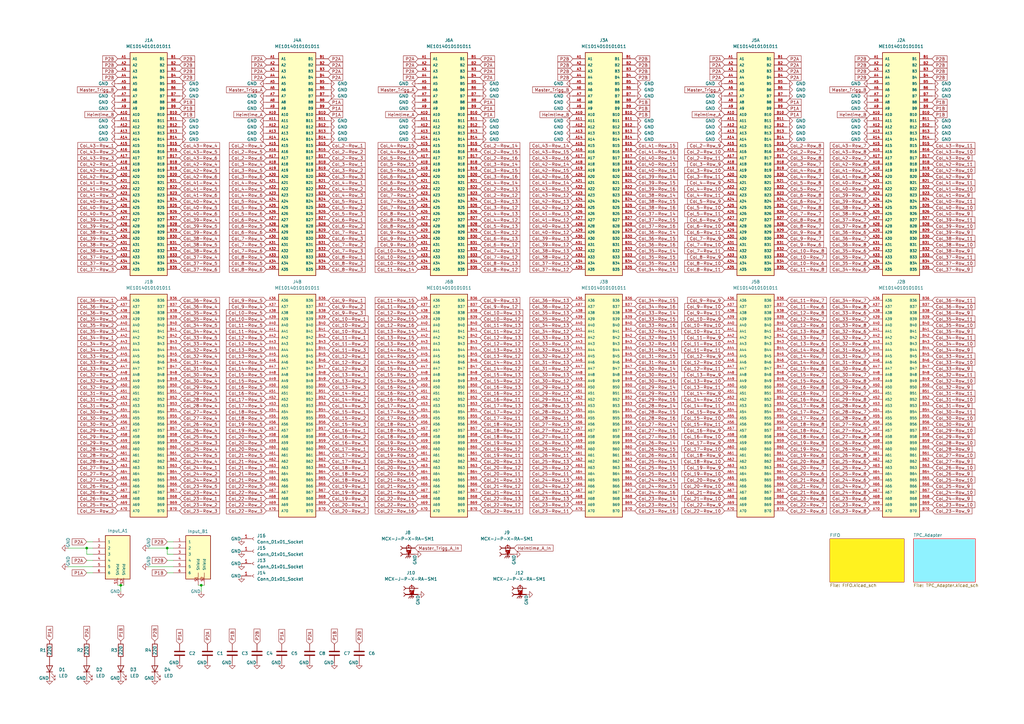
<source format=kicad_sch>
(kicad_sch (version 20231120) (generator "eeschema") (generator_version "8.0")
  (paper "A3")
  (title_block (title "HYDRA TPC to VMM3 adapter") (date "2024-04-23") (rev "0") (company "TU Darmstadt") (comment 1 "AUTOR: Alexandru Enciu"))
  (junction (at 68.58 224.79))
  (junction (at 35.56 224.79))
  (junction (at 82.55 240.03))
  (junction (at 49.53 240.03))
  (wire (pts (xy 68.58 224.79) (xy 71.12 224.79)))
  (wire (pts (xy 60.96 224.79) (xy 68.58 224.79)))
  (wire (pts (xy 49.53 240.03) (xy 49.53 242.57)))
  (wire (pts (xy 35.56 229.87) (xy 38.1 229.87)))
  (wire (pts (xy 68.58 227.33) (xy 71.12 227.33)))
  (wire (pts (xy 60.96 232.41) (xy 71.12 232.41)))
  (wire (pts (xy 27.94 224.79) (xy 35.56 224.79)))
  (wire (pts (xy 68.58 222.25) (xy 71.12 222.25)))
  (wire (pts (xy 35.56 224.79) (xy 35.56 227.33)))
  (wire (pts (xy 82.55 240.03) (xy 82.55 242.57)))
  (wire (pts (xy 35.56 224.79) (xy 38.1 224.79)))
  (wire (pts (xy 68.58 234.95) (xy 71.12 234.95)))
  (wire (pts (xy 82.55 240.03) (xy 83.82 240.03)))
  (wire (pts (xy 49.53 240.03) (xy 50.8 240.03)))
  (wire (pts (xy 35.56 227.33) (xy 38.1 227.33)))
  (wire (pts (xy 68.58 224.79) (xy 68.58 227.33)))
  (wire (pts (xy 27.94 232.41) (xy 38.1 232.41)))
  (wire (pts (xy 35.56 222.25) (xy 38.1 222.25)))
  (wire (pts (xy 48.26 240.03) (xy 49.53 240.03)))
  (wire (pts (xy 35.56 234.95) (xy 38.1 234.95)))
  (wire (pts (xy 81.28 240.03) (xy 82.55 240.03)))
  (wire (pts (xy 68.58 229.87) (xy 71.12 229.87)))
  (global_label "Col_22-Row_13" (shape input) (at 196.85 204.47 0) (property "Intersheetrefs" "${INTERSHEET_REFS}" (effects (hide yes))))
  (global_label "Col_31-Row_10" (shape input) (at 382.27 163.83 0) (property "Intersheetrefs" "${INTERSHEET_REFS}" (effects (hide yes))))
  (global_label "Col_22-Row_11" (shape input) (at 196.85 209.55 0) (property "Intersheetrefs" "${INTERSHEET_REFS}" (effects (hide yes))))
  (global_label "Col_11-Row_4" (shape input) (at 109.22 135.89 180) (property "Intersheetrefs" "${INTERSHEET_REFS}" (effects (hide yes))))
  (global_label "Col_15-Row_5" (shape input) (at 109.22 153.67 180) (property "Intersheetrefs" "${INTERSHEET_REFS}" (effects (hide yes))))
  (global_label "Col_12-Row_8" (shape input) (at 322.58 128.27 0) (property "Intersheetrefs" "${INTERSHEET_REFS}" (effects (hide yes))))
  (global_label "Col_25-Row_9" (shape input) (at 382.27 199.39 0) (property "Intersheetrefs" "${INTERSHEET_REFS}" (effects (hide yes))))
  (global_label "Col_41-Row_8" (shape input) (at 356.87 72.39 180) (property "Intersheetrefs" "${INTERSHEET_REFS}" (effects (hide yes))))
  (global_label "Col_15-Row_16" (shape input) (at 171.45 156.21 180) (property "Intersheetrefs" "${INTERSHEET_REFS}" (effects (hide yes))))
  (global_label "P1A" (shape input) (at 322.58 44.45 0) (property "Intersheetrefs" "${INTERSHEET_REFS}" (effects (hide yes))))
  (global_label "Col_36-Row_12" (shape input) (at 234.95 125.73 180) (property "Intersheetrefs" "${INTERSHEET_REFS}" (effects (hide yes))))
  (global_label "P2B" (shape input) (at 356.87 24.13 180) (property "Intersheetrefs" "${INTERSHEET_REFS}" (effects (hide yes))))
  (global_label "Col_16-Row_5" (shape input) (at 109.22 158.75 180) (property "Intersheetrefs" "${INTERSHEET_REFS}" (effects (hide yes))))
  (global_label "Col_38-Row_7" (shape input) (at 356.87 85.09 180) (property "Intersheetrefs" "${INTERSHEET_REFS}" (effects (hide yes))))
  (global_label "Col_18-Row_7" (shape input) (at 322.58 176.53 0) (property "Intersheetrefs" "${INTERSHEET_REFS}" (effects (hide yes))))
  (global_label "Col_13-Row_16" (shape input) (at 171.45 140.97 180) (property "Intersheetrefs" "${INTERSHEET_REFS}" (effects (hide yes))))
  (global_label "Col_28-Row_11" (shape input) (at 234.95 171.45 180) (property "Intersheetrefs" "${INTERSHEET_REFS}" (effects (hide yes))))
  (global_label "Col_37-Row_13" (shape input) (at 234.95 107.95 180) (property "Intersheetrefs" "${INTERSHEET_REFS}" (effects (hide yes))))
  (global_label "Col_15-Row_9" (shape input) (at 297.18 168.91 180) (property "Intersheetrefs" "${INTERSHEET_REFS}" (effects (hide yes))))
  (global_label "Col_19-Row_6" (shape input) (at 322.58 186.69 0) (property "Intersheetrefs" "${INTERSHEET_REFS}" (effects (hide yes))))
  (global_label "Col_31-Row_14" (shape input) (at 260.35 143.51 0) (property "Intersheetrefs" "${INTERSHEET_REFS}" (effects (hide yes))))
  (global_label "P1B" (shape input) (at 260.35 44.45 0) (property "Intersheetrefs" "${INTERSHEET_REFS}" (effects (hide yes))))
  (global_label "P2B" (shape input) (at 260.35 31.75 0) (property "Intersheetrefs" "${INTERSHEET_REFS}" (effects (hide yes))))
  (global_label "Col_7-Row_12" (shape input) (at 196.85 105.41 0) (property "Intersheetrefs" "${INTERSHEET_REFS}" (effects (hide yes))))
  (global_label "P2A" (shape input) (at 171.45 26.67 180) (property "Intersheetrefs" "${INTERSHEET_REFS}" (effects (hide yes))))
  (global_label "Col_19-Row_12" (shape input) (at 196.85 184.15 0) (property "Intersheetrefs" "${INTERSHEET_REFS}" (effects (hide yes))))
  (global_label "Col_41-Row_15" (shape input) (at 260.35 59.69 0) (property "Intersheetrefs" "${INTERSHEET_REFS}" (effects (hide yes))))
  (global_label "Col_18-Row_9" (shape input) (at 297.18 186.69 180) (property "Intersheetrefs" "${INTERSHEET_REFS}" (effects (hide yes))))
  (global_label "Col_6-Row_8" (shape input) (at 322.58 80.01 0) (property "Intersheetrefs" "${INTERSHEET_REFS}" (effects (hide yes))))
  (global_label "Col_37-Row_6" (shape input) (at 73.66 110.49 0) (property "Intersheetrefs" "${INTERSHEET_REFS}" (effects (hide yes))))
  (global_label "Master_Trigg_A" (shape input) (at 171.45 36.83 180) (property "Intersheetrefs" "${INTERSHEET_REFS}" (effects (hide yes))))
  (global_label "Col_14-Row_2" (shape input) (at 134.62 163.83 0) (property "Intersheetrefs" "${INTERSHEET_REFS}" (effects (hide yes))))
  (global_label "Col_13-Row_12" (shape input) (at 196.85 146.05 0) (property "Intersheetrefs" "${INTERSHEET_REFS}" (effects (hide yes))))
  (global_label "Col_26-Row_8" (shape input) (at 356.87 186.69 180) (property "Intersheetrefs" "${INTERSHEET_REFS}" (effects (hide yes))))
  (global_label "Master_Trigg_B" (shape input) (at 356.87 36.83 180) (property "Intersheetrefs" "${INTERSHEET_REFS}" (effects (hide yes))))
  (global_label "Col_39-Row_10" (shape input) (at 382.27 92.71 0) (property "Intersheetrefs" "${INTERSHEET_REFS}" (effects (hide yes))))
  (global_label "Col_39-Row_6" (shape input) (at 73.66 95.25 0) (property "Intersheetrefs" "${INTERSHEET_REFS}" (effects (hide yes))))
  (global_label "Col_16-Row_12" (shape input) (at 196.85 161.29 0) (property "Intersheetrefs" "${INTERSHEET_REFS}" (effects (hide yes))))
  (global_label "Col_38-Row_2" (shape input) (at 48.26 100.33 180) (property "Intersheetrefs" "${INTERSHEET_REFS}" (effects (hide yes))))
  (global_label "Col_38-Row_10" (shape input) (at 382.27 100.33 0) (property "Intersheetrefs" "${INTERSHEET_REFS}" (effects (hide yes))))
  (global_label "Col_28-Row_6" (shape input) (at 356.87 166.37 180) (property "Intersheetrefs" "${INTERSHEET_REFS}" (effects (hide yes))))
  (global_label "Col_34-Row_10" (shape input) (at 382.27 140.97 0) (property "Intersheetrefs" "${INTERSHEET_REFS}" (effects (hide yes))))
  (global_label "Col_15-Row_11" (shape input) (at 297.18 173.99 180) (property "Intersheetrefs" "${INTERSHEET_REFS}" (effects (hide yes))))
  (global_label "Col_40-Row_10" (shape input) (at 382.27 85.09 0) (property "Intersheetrefs" "${INTERSHEET_REFS}" (effects (hide yes))))
  (global_label "Col_43-Row_16" (shape input) (at 234.95 64.77 180) (property "Intersheetrefs" "${INTERSHEET_REFS}" (effects (hide yes))))
  (global_label "P1B" (shape input) (at 68.58 234.95 180) (property "Intersheetrefs" "${INTERSHEET_REFS}" (effects (hide yes))))
  (global_label "Col_22-Row_9" (shape input) (at 297.18 207.01 180) (property "Intersheetrefs" "${INTERSHEET_REFS}" (effects (hide yes))))
  (global_label "Col_16-Row_6" (shape input) (at 322.58 163.83 0) (property "Intersheetrefs" "${INTERSHEET_REFS}" (effects (hide yes))))
  (global_label "Col_10-Row_13" (shape input) (at 196.85 128.27 0) (property "Intersheetrefs" "${INTERSHEET_REFS}" (effects (hide yes))))
  (global_label "Col_27-Row_16" (shape input) (at 260.35 179.07 0) (property "Intersheetrefs" "${INTERSHEET_REFS}" (effects (hide yes))))
  (global_label "Col_39-Row_11" (shape input) (at 382.27 90.17 0) (property "Intersheetrefs" "${INTERSHEET_REFS}" (effects (hide yes))))
  (global_label "Col_40-Row_6" (shape input) (at 73.66 87.63 0) (property "Intersheetrefs" "${INTERSHEET_REFS}" (effects (hide yes))))
  (global_label "Col_40-Row_1" (shape input) (at 48.26 82.55 180) (property "Intersheetrefs" "${INTERSHEET_REFS}" (effects (hide yes))))
  (global_label "Col_23-Row_9" (shape input) (at 382.27 209.55 0) (property "Intersheetrefs" "${INTERSHEET_REFS}" (effects (hide yes))))
  (global_label "Col_40-Row_14" (shape input) (at 260.35 64.77 0) (property "Intersheetrefs" "${INTERSHEET_REFS}" (effects (hide yes))))
  (global_label "Col_40-Row_5" (shape input) (at 73.66 85.09 0) (property "Intersheetrefs" "${INTERSHEET_REFS}" (effects (hide yes))))
  (global_label "Col_38-Row_4" (shape input) (at 73.66 97.79 0) (property "Intersheetrefs" "${INTERSHEET_REFS}" (effects (hide yes))))
  (global_label "P2B" (shape input) (at 48.26 31.75 180) (property "Intersheetrefs" "${INTERSHEET_REFS}" (effects (hide yes))))
  (global_label "P2A" (shape input) (at 322.58 29.21 0) (property "Intersheetrefs" "${INTERSHEET_REFS}" (effects (hide yes))))
  (global_label "P2A" (shape input) (at 134.62 24.13 0) (property "Intersheetrefs" "${INTERSHEET_REFS}" (effects (hide yes))))
  (global_label "Col_41-Row_12" (shape input) (at 234.95 90.17 180) (property "Intersheetrefs" "${INTERSHEET_REFS}" (effects (hide yes))))
  (global_label "Col_8-Row_8" (shape input) (at 322.58 90.17 0) (property "Intersheetrefs" "${INTERSHEET_REFS}" (effects (hide yes))))
  (global_label "Col_7-Row_14" (shape input) (at 171.45 80.01 180) (property "Intersheetrefs" "${INTERSHEET_REFS}" (effects (hide yes))))
  (global_label "Col_17-Row_2" (shape input) (at 134.62 186.69 0) (property "Intersheetrefs" "${INTERSHEET_REFS}" (effects (hide yes))))
  (global_label "Col_18-Row_4" (shape input) (at 109.22 171.45 180) (property "Intersheetrefs" "${INTERSHEET_REFS}" (effects (hide yes))))
  (global_label "Col_42-Row_11" (shape input) (at 382.27 67.31 0) (property "Intersheetrefs" "${INTERSHEET_REFS}" (effects (hide yes))))
  (global_label "Col_17-Row_16" (shape input) (at 171.45 171.45 180) (property "Intersheetrefs" "${INTERSHEET_REFS}" (effects (hide yes))))
  (global_label "Col_9-Row_13" (shape input) (at 196.85 123.19 0) (property "Intersheetrefs" "${INTERSHEET_REFS}" (effects (hide yes))))
  (global_label "Col_23-Row_5" (shape input) (at 73.66 199.39 0) (property "Intersheetrefs" "${INTERSHEET_REFS}" (effects (hide yes))))
  (global_label "Col_37-Row_4" (shape input) (at 73.66 105.41 0) (property "Intersheetrefs" "${INTERSHEET_REFS}" (effects (hide yes))))
  (global_label "Col_7-Row_15" (shape input) (at 171.45 82.55 180) (property "Intersheetrefs" "${INTERSHEET_REFS}" (effects (hide yes))))
  (global_label "Col_36-Row_15" (shape input) (at 260.35 97.79 0) (property "Intersheetrefs" "${INTERSHEET_REFS}" (effects (hide yes))))
  (global_label "Col_7-Row_2" (shape input) (at 134.62 100.33 0) (property "Intersheetrefs" "${INTERSHEET_REFS}" (effects (hide yes))))
  (global_label "Col_18-Row_1" (shape input) (at 134.62 191.77 0) (property "Intersheetrefs" "${INTERSHEET_REFS}" (effects (hide yes))))
  (global_label "Col_10-Row_1" (shape input) (at 134.62 130.81 0) (property "Intersheetrefs" "${INTERSHEET_REFS}" (effects (hide yes))))
  (global_label "Col_19-Row_2" (shape input) (at 134.62 201.93 0) (property "Intersheetrefs" "${INTERSHEET_REFS}" (effects (hide yes))))
  (global_label "Col_21-Row_14" (shape input) (at 171.45 196.85 180) (property "Intersheetrefs" "${INTERSHEET_REFS}" (effects (hide yes))))
  (global_label "Col_2-Row_7" (shape input) (at 322.58 62.23 0) (property "Intersheetrefs" "${INTERSHEET_REFS}" (effects (hide yes))))
  (global_label "Col_34-Row_3" (shape input) (at 48.26 143.51 180) (property "Intersheetrefs" "${INTERSHEET_REFS}" (effects (hide yes))))
  (global_label "Col_17-Row_1" (shape input) (at 134.62 184.15 0) (property "Intersheetrefs" "${INTERSHEET_REFS}" (effects (hide yes))))
  (global_label "Col_2-Row_13" (shape input) (at 196.85 77.47 0) (property "Intersheetrefs" "${INTERSHEET_REFS}" (effects (hide yes))))
  (global_label "Col_20-Row_9" (shape input) (at 297.18 196.85 180) (property "Intersheetrefs" "${INTERSHEET_REFS}" (effects (hide yes))))
  (global_label "P2B" (shape input) (at 73.66 26.67 0) (property "Intersheetrefs" "${INTERSHEET_REFS}" (effects (hide yes))))
  (global_label "Col_32-Row_3" (shape input) (at 48.26 158.75 180) (property "Intersheetrefs" "${INTERSHEET_REFS}" (effects (hide yes))))
  (global_label "Col_20-Row_3" (shape input) (at 109.22 181.61 180) (property "Intersheetrefs" "${INTERSHEET_REFS}" (effects (hide yes))))
  (global_label "Col_6-Row_15" (shape input) (at 171.45 74.93 180) (property "Intersheetrefs" "${INTERSHEET_REFS}" (effects (hide yes))))
  (global_label "Master_Trigg_A" (shape input) (at 109.22 36.83 180) (property "Intersheetrefs" "${INTERSHEET_REFS}" (effects (hide yes))))
  (global_label "Col_32-Row_16" (shape input) (at 260.35 140.97 0) (property "Intersheetrefs" "${INTERSHEET_REFS}" (effects (hide yes))))
  (global_label "P1A" (shape input) (at 196.85 46.99 0) (property "Intersheetrefs" "${INTERSHEET_REFS}" (effects (hide yes))))
  (global_label "Col_40-Row_7" (shape input) (at 356.87 74.93 180) (property "Intersheetrefs" "${INTERSHEET_REFS}" (effects (hide yes))))
  (global_label "Col_17-Row_5" (shape input) (at 109.22 163.83 180) (property "Intersheetrefs" "${INTERSHEET_REFS}" (effects (hide yes))))
  (global_label "Col_23-Row_8" (shape input) (at 356.87 209.55 180) (property "Intersheetrefs" "${INTERSHEET_REFS}" (effects (hide yes))))
  (global_label "Col_6-Row_12" (shape input) (at 196.85 100.33 0) (property "Intersheetrefs" "${INTERSHEET_REFS}" (effects (hide yes))))
  (global_label "P2B" (shape input) (at 260.35 24.13 0) (property "Intersheetrefs" "${INTERSHEET_REFS}" (effects (hide yes))))
  (global_label "Col_12-Row_7" (shape input) (at 322.58 130.81 0) (property "Intersheetrefs" "${INTERSHEET_REFS}" (effects (hide yes))))
  (global_label "Col_5-Row_10" (shape input) (at 297.18 85.09 180) (property "Intersheetrefs" "${INTERSHEET_REFS}" (effects (hide yes))))
  (global_label "Col_8-Row_12" (shape input) (at 196.85 110.49 0) (property "Intersheetrefs" "${INTERSHEET_REFS}" (effects (hide yes))))
  (global_label "Col_12-Row_13" (shape input) (at 196.85 138.43 0) (property "Intersheetrefs" "${INTERSHEET_REFS}" (effects (hide yes))))
  (global_label "P2A" (shape input) (at 134.62 31.75 0) (property "Intersheetrefs" "${INTERSHEET_REFS}" (effects (hide yes))))
  (global_label "Col_8-Row_15" (shape input) (at 171.45 90.17 180) (property "Intersheetrefs" "${INTERSHEET_REFS}" (effects (hide yes))))
  (global_label "Col_14-Row_6" (shape input) (at 322.58 148.59 0) (property "Intersheetrefs" "${INTERSHEET_REFS}" (effects (hide yes))))
  (global_label "P1B" (shape input) (at 260.35 46.99 0) (property "Intersheetrefs" "${INTERSHEET_REFS}" (effects (hide yes))))
  (global_label "Col_28-Row_7" (shape input) (at 356.87 168.91 180) (property "Intersheetrefs" "${INTERSHEET_REFS}" (effects (hide yes))))
  (global_label "Col_13-Row_3" (shape input) (at 134.62 158.75 0) (property "Intersheetrefs" "${INTERSHEET_REFS}" (effects (hide yes))))
  (global_label "Col_30-Row_6" (shape input) (at 356.87 151.13 180) (property "Intersheetrefs" "${INTERSHEET_REFS}" (effects (hide yes))))
  (global_label "Col_23-Row_13" (shape input) (at 234.95 204.47 180) (property "Intersheetrefs" "${INTERSHEET_REFS}" (effects (hide yes))))
  (global_label "Col_34-Row_2" (shape input) (at 48.26 140.97 180) (property "Intersheetrefs" "${INTERSHEET_REFS}" (effects (hide yes))))
  (global_label "P2B" (shape input) (at 234.95 24.13 180) (property "Intersheetrefs" "${INTERSHEET_REFS}" (effects (hide yes))))
  (global_label "Col_36-Row_13" (shape input) (at 234.95 123.19 180) (property "Intersheetrefs" "${INTERSHEET_REFS}" (effects (hide yes))))
  (global_label "Col_3-Row_2" (shape input) (at 134.62 69.85 0) (property "Intersheetrefs" "${INTERSHEET_REFS}" (effects (hide yes))))
  (global_label "Col_29-Row_8" (shape input) (at 356.87 163.83 180) (property "Intersheetrefs" "${INTERSHEET_REFS}" (effects (hide yes))))
  (global_label "Col_15-Row_2" (shape input) (at 134.62 171.45 0) (property "Intersheetrefs" "${INTERSHEET_REFS}" (effects (hide yes))))
  (global_label "Col_32-Row_5" (shape input) (at 73.66 143.51 0) (property "Intersheetrefs" "${INTERSHEET_REFS}" (effects (hide yes))))
  (global_label "Col_23-Row_14" (shape input) (at 260.35 204.47 0) (property "Intersheetrefs" "${INTERSHEET_REFS}" (effects (hide yes))))
  (global_label "Col_14-Row_14" (shape input) (at 171.45 143.51 180) (property "Intersheetrefs" "${INTERSHEET_REFS}" (effects (hide yes))))
  (global_label "Col_22-Row_15" (shape input) (at 171.45 207.01 180) (property "Intersheetrefs" "${INTERSHEET_REFS}" (effects (hide yes))))
  (global_label "Master_Trigg_A" (shape input) (at 297.18 36.83 180) (property "Intersheetrefs" "${INTERSHEET_REFS}" (effects (hide yes))))
  (global_label "P2B" (shape input) (at 48.26 29.21 180) (property "Intersheetrefs" "${INTERSHEET_REFS}" (effects (hide yes))))
  (global_label "Col_16-Row_10" (shape input) (at 297.18 179.07 180) (property "Intersheetrefs" "${INTERSHEET_REFS}" (effects (hide yes))))
  (global_label "Col_6-Row_10" (shape input) (at 297.18 92.71 180) (property "Intersheetrefs" "${INTERSHEET_REFS}" (effects (hide yes))))
  (global_label "Col_12-Row_16" (shape input) (at 171.45 133.35 180) (property "Intersheetrefs" "${INTERSHEET_REFS}" (effects (hide yes))))
  (global_label "Col_9-Row_1" (shape input) (at 134.62 123.19 0) (property "Intersheetrefs" "${INTERSHEET_REFS}" (effects (hide yes))))
  (global_label "Col_31-Row_6" (shape input) (at 356.87 143.51 180) (property "Intersheetrefs" "${INTERSHEET_REFS}" (effects (hide yes))))
  (global_label "Col_34-Row_11" (shape input) (at 382.27 138.43 0) (property "Intersheetrefs" "${INTERSHEET_REFS}" (effects (hide yes))))
  (global_label "Col_19-Row_11" (shape input) (at 196.85 186.69 0) (property "Intersheetrefs" "${INTERSHEET_REFS}" (effects (hide yes))))
  (global_label "Col_35-Row_3" (shape input) (at 48.26 135.89 180) (property "Intersheetrefs" "${INTERSHEET_REFS}" (effects (hide yes))))
  (global_label "Col_42-Row_4" (shape input) (at 73.66 67.31 0) (property "Intersheetrefs" "${INTERSHEET_REFS}" (effects (hide yes))))
  (global_label "Col_13-Row_9" (shape input) (at 297.18 153.67 180) (property "Intersheetrefs" "${INTERSHEET_REFS}" (effects (hide yes))))
  (global_label "Col_3-Row_3" (shape input) (at 134.62 72.39 0) (property "Intersheetrefs" "${INTERSHEET_REFS}" (effects (hide yes))))
  (global_label "Col_39-Row_5" (shape input) (at 73.66 92.71 0) (property "Intersheetrefs" "${INTERSHEET_REFS}" (effects (hide yes))))
  (global_label "Col_43-Row_14" (shape input) (at 234.95 59.69 180) (property "Intersheetrefs" "${INTERSHEET_REFS}" (effects (hide yes))))
  (global_label "Col_14-Row_1" (shape input) (at 134.62 161.29 0) (property "Intersheetrefs" "${INTERSHEET_REFS}" (effects (hide yes))))
  (global_label "Col_34-Row_4" (shape input) (at 73.66 135.89 0) (property "Intersheetrefs" "${INTERSHEET_REFS}" (effects (hide yes))))
  (global_label "Col_19-Row_10" (shape input) (at 297.18 194.31 180) (property "Intersheetrefs" "${INTERSHEET_REFS}" (effects (hide yes))))
  (global_label "Col_33-Row_11" (shape input) (at 382.27 146.05 0) (property "Intersheetrefs" "${INTERSHEET_REFS}" (effects (hide yes))))
  (global_label "Col_3-Row_12" (shape input) (at 196.85 85.09 0) (property "Intersheetrefs" "${INTERSHEET_REFS}" (effects (hide yes))))
  (global_label "Col_9-Row_14" (shape input) (at 171.45 95.25 180) (property "Intersheetrefs" "${INTERSHEET_REFS}" (effects (hide yes))))
  (global_label "Master_Trigg_B" (shape input) (at 48.26 36.83 180) (property "Intersheetrefs" "${INTERSHEET_REFS}" (effects (hide yes))))
  (global_label "Col_10-Row_4" (shape input) (at 109.22 130.81 180) (property "Intersheetrefs" "${INTERSHEET_REFS}" (effects (hide yes))))
  (global_label "Col_23-Row_11" (shape input) (at 234.95 209.55 180) (property "Intersheetrefs" "${INTERSHEET_REFS}" (effects (hide yes))))
  (global_label "Col_18-Row_14" (shape input) (at 171.45 173.99 180) (property "Intersheetrefs" "${INTERSHEET_REFS}" (effects (hide yes))))
  (global_label "Master_Trigg_A_In" (shape input) (at 170.18 224.79 0) (property "Intersheetrefs" "${INTERSHEET_REFS}" (effects (hide yes))))
  (global_label "P2B" (shape input) (at 105.41 264.16 90) (property "Intersheetrefs" "${INTERSHEET_REFS}" (effects (hide yes))))
  (global_label "Col_4-Row_15" (shape input) (at 171.45 59.69 180) (property "Intersheetrefs" "${INTERSHEET_REFS}" (effects (hide yes))))
  (global_label "Col_23-Row_7" (shape input) (at 356.87 207.01 180) (property "Intersheetrefs" "${INTERSHEET_REFS}" (effects (hide yes))))
  (global_label "Col_2-Row_1" (shape input) (at 134.62 59.69 0) (property "Intersheetrefs" "${INTERSHEET_REFS}" (effects (hide yes))))
  (global_label "Col_10-Row_5" (shape input) (at 109.22 128.27 180) (property "Intersheetrefs" "${INTERSHEET_REFS}" (effects (hide yes))))
  (global_label "P2B" (shape input) (at 234.95 31.75 180) (property "Intersheetrefs" "${INTERSHEET_REFS}" (effects (hide yes))))
  (global_label "P1A" (shape input) (at 115.57 264.16 90) (property "Intersheetrefs" "${INTERSHEET_REFS}" (effects (hide yes))))
  (global_label "Col_38-Row_12" (shape input) (at 234.95 105.41 180) (property "Intersheetrefs" "${INTERSHEET_REFS}" (effects (hide yes))))
  (global_label "Col_17-Row_9" (shape input) (at 297.18 181.61 180) (property "Intersheetrefs" "${INTERSHEET_REFS}" (effects (hide yes))))
  (global_label "Col_15-Row_6" (shape input) (at 322.58 156.21 0) (property "Intersheetrefs" "${INTERSHEET_REFS}" (effects (hide yes))))
  (global_label "Col_5-Row_1" (shape input) (at 134.62 82.55 0) (property "Intersheetrefs" "${INTERSHEET_REFS}" (effects (hide yes))))
  (global_label "Col_9-Row_15" (shape input) (at 171.45 97.79 180) (property "Intersheetrefs" "${INTERSHEET_REFS}" (effects (hide yes))))
  (global_label "Col_39-Row_13" (shape input) (at 234.95 97.79 180) (property "Intersheetrefs" "${INTERSHEET_REFS}" (effects (hide yes))))
  (global_label "Col_7-Row_8" (shape input) (at 322.58 85.09 0) (property "Intersheetrefs" "${INTERSHEET_REFS}" (effects (hide yes))))
  (global_label "Col_20-Row_11" (shape input) (at 196.85 194.31 0) (property "Intersheetrefs" "${INTERSHEET_REFS}" (effects (hide yes))))
  (global_label "Col_34-Row_13" (shape input) (at 234.95 133.35 180) (property "Intersheetrefs" "${INTERSHEET_REFS}" (effects (hide yes))))
  (global_label "Col_39-Row_9" (shape input) (at 382.27 95.25 0) (property "Intersheetrefs" "${INTERSHEET_REFS}" (effects (hide yes))))
  (global_label "Col_42-Row_5" (shape input) (at 73.66 69.85 0) (property "Intersheetrefs" "${INTERSHEET_REFS}" (effects (hide yes))))
  (global_label "Col_10-Row_3" (shape input) (at 134.62 135.89 0) (property "Intersheetrefs" "${INTERSHEET_REFS}" (effects (hide yes))))
  (global_label "Col_2-Row_2" (shape input) (at 134.62 62.23 0) (property "Intersheetrefs" "${INTERSHEET_REFS}" (effects (hide yes))))
  (global_label "P2A" (shape input) (at 85.09 264.16 90) (property "Intersheetrefs" "${INTERSHEET_REFS}" (effects (hide yes))))
  (global_label "Col_41-Row_4" (shape input) (at 73.66 74.93 0) (property "Intersheetrefs" "${INTERSHEET_REFS}" (effects (hide yes))))
  (global_label "Col_40-Row_15" (shape input) (at 260.35 67.31 0) (property "Intersheetrefs" "${INTERSHEET_REFS}" (effects (hide yes))))
  (global_label "Col_11-Row_16" (shape input) (at 171.45 125.73 180) (property "Intersheetrefs" "${INTERSHEET_REFS}" (effects (hide yes))))
  (global_label "Col_14-Row_10" (shape input) (at 297.18 163.83 180) (property "Intersheetrefs" "${INTERSHEET_REFS}" (effects (hide yes))))
  (global_label "Col_41-Row_13" (shape input) (at 234.95 87.63 180) (property "Intersheetrefs" "${INTERSHEET_REFS}" (effects (hide yes))))
  (global_label "P2B" (shape input) (at 48.26 24.13 180) (property "Intersheetrefs" "${INTERSHEET_REFS}" (effects (hide yes))))
  (global_label "Col_36-Row_11" (shape input) (at 382.27 123.19 0) (property "Intersheetrefs" "${INTERSHEET_REFS}" (effects (hide yes))))
  (global_label "Col_38-Row_13" (shape input) (at 234.95 102.87 180) (property "Intersheetrefs" "${INTERSHEET_REFS}" (effects (hide yes))))
  (global_label "Col_5-Row_5" (shape input) (at 109.22 85.09 180) (property "Intersheetrefs" "${INTERSHEET_REFS}" (effects (hide yes))))
  (global_label "Col_19-Row_5" (shape input) (at 109.22 173.99 180) (property "Intersheetrefs" "${INTERSHEET_REFS}" (effects (hide yes))))
  (global_label "Col_22-Row_10" (shape input) (at 297.18 209.55 180) (property "Intersheetrefs" "${INTERSHEET_REFS}" (effects (hide yes))))
  (global_label "Col_3-Row_6" (shape input) (at 109.22 72.39 180) (property "Intersheetrefs" "${INTERSHEET_REFS}" (effects (hide yes))))
  (global_label "Col_21-Row_7" (shape input) (at 322.58 199.39 0) (property "Intersheetrefs" "${INTERSHEET_REFS}" (effects (hide yes))))
  (global_label "P2A" (shape input) (at 134.62 26.67 0) (property "Intersheetrefs" "${INTERSHEET_REFS}" (effects (hide yes))))
  (global_label "Col_18-Row_13" (shape input) (at 196.85 173.99 0) (property "Intersheetrefs" "${INTERSHEET_REFS}" (effects (hide yes))))
  (global_label "Col_36-Row_10" (shape input) (at 382.27 125.73 0) (property "Intersheetrefs" "${INTERSHEET_REFS}" (effects (hide yes))))
  (global_label "Col_16-Row_7" (shape input) (at 322.58 161.29 0) (property "Intersheetrefs" "${INTERSHEET_REFS}" (effects (hide yes))))
  (global_label "Col_42-Row_14" (shape input) (at 234.95 67.31 180) (property "Intersheetrefs" "${INTERSHEET_REFS}" (effects (hide yes))))
  (global_label "Heimtime_A" (shape input) (at 109.22 46.99 180) (property "Intersheetrefs" "${INTERSHEET_REFS}" (effects (hide yes))))
  (global_label "Col_8-Row_16" (shape input) (at 171.45 92.71 180) (property "Intersheetrefs" "${INTERSHEET_REFS}" (effects (hide yes))))
  (global_label "Col_27-Row_15" (shape input) (at 260.35 176.53 0) (property "Intersheetrefs" "${INTERSHEET_REFS}" (effects (hide yes))))
  (global_label "Col_32-Row_8" (shape input) (at 356.87 140.97 180) (property "Intersheetrefs" "${INTERSHEET_REFS}" (effects (hide yes))))
  (global_label "Col_34-Row_9" (shape input) (at 382.27 143.51 0) (property "Intersheetrefs" "${INTERSHEET_REFS}" (effects (hide yes))))
  (global_label "Col_34-Row_8" (shape input) (at 356.87 125.73 180) (property "Intersheetrefs" "${INTERSHEET_REFS}" (effects (hide yes))))
  (global_label "P1B" (shape input) (at 382.27 41.91 0) (property "Intersheetrefs" "${INTERSHEET_REFS}" (effects (hide yes))))
  (global_label "Col_41-Row_7" (shape input) (at 356.87 69.85 180) (property "Intersheetrefs" "${INTERSHEET_REFS}" (effects (hide yes))))
  (global_label "Col_21-Row_9" (shape input) (at 297.18 201.93 180) (property "Intersheetrefs" "${INTERSHEET_REFS}" (effects (hide yes))))
  (global_label "Col_17-Row_4" (shape input) (at 109.22 166.37 180) (property "Intersheetrefs" "${INTERSHEET_REFS}" (effects (hide yes))))
  (global_label "Col_24-Row_14" (shape input) (at 260.35 196.85 0) (property "Intersheetrefs" "${INTERSHEET_REFS}" (effects (hide yes))))
  (global_label "Col_32-Row_10" (shape input) (at 382.27 156.21 0) (property "Intersheetrefs" "${INTERSHEET_REFS}" (effects (hide yes))))
  (global_label "P1B" (shape input) (at 382.27 44.45 0) (property "Intersheetrefs" "${INTERSHEET_REFS}" (effects (hide yes))))
  (global_label "P2A" (shape input) (at 35.56 262.89 90) (property "Intersheetrefs" "${INTERSHEET_REFS}" (effects (hide yes))))
  (global_label "Col_22-Row_8" (shape input) (at 322.58 204.47 0) (property "Intersheetrefs" "${INTERSHEET_REFS}" (effects (hide yes))))
  (global_label "Col_33-Row_10" (shape input) (at 382.27 148.59 0) (property "Intersheetrefs" "${INTERSHEET_REFS}" (effects (hide yes))))
  (global_label "Col_5-Row_4" (shape input) (at 109.22 82.55 180) (property "Intersheetrefs" "${INTERSHEET_REFS}" (effects (hide yes))))
  (global_label "Col_35-Row_11" (shape input) (at 382.27 130.81 0) (property "Intersheetrefs" "${INTERSHEET_REFS}" (effects (hide yes))))
  (global_label "Col_26-Row_15" (shape input) (at 260.35 184.15 0) (property "Intersheetrefs" "${INTERSHEET_REFS}" (effects (hide yes))))
  (global_label "Col_29-Row_6" (shape input) (at 356.87 158.75 180) (property "Intersheetrefs" "${INTERSHEET_REFS}" (effects (hide yes))))
  (global_label "P2A" (shape input) (at 134.62 29.21 0) (property "Intersheetrefs" "${INTERSHEET_REFS}" (effects (hide yes))))
  (global_label "P2A" (shape input) (at 196.85 29.21 0) (property "Intersheetrefs" "${INTERSHEET_REFS}" (effects (hide yes))))
  (global_label "Heimtime_A" (shape input) (at 171.45 46.99 180) (property "Intersheetrefs" "${INTERSHEET_REFS}" (effects (hide yes))))
  (global_label "Col_20-Row_14" (shape input) (at 171.45 189.23 180) (property "Intersheetrefs" "${INTERSHEET_REFS}" (effects (hide yes))))
  (global_label "Col_43-Row_2" (shape input) (at 48.26 62.23 180) (property "Intersheetrefs" "${INTERSHEET_REFS}" (effects (hide yes))))
  (global_label "Col_43-Row_15" (shape input) (at 234.95 62.23 180) (property "Intersheetrefs" "${INTERSHEET_REFS}" (effects (hide yes))))
  (global_label "Col_15-Row_13" (shape input) (at 196.85 153.67 0) (property "Intersheetrefs" "${INTERSHEET_REFS}" (effects (hide yes))))
  (global_label "Col_4-Row_1" (shape input) (at 134.62 74.93 0) (property "Intersheetrefs" "${INTERSHEET_REFS}" (effects (hide yes))))
  (global_label "Col_43-Row_1" (shape input) (at 48.26 59.69 180) (property "Intersheetrefs" "${INTERSHEET_REFS}" (effects (hide yes))))
  (global_label "Col_5-Row_13" (shape input) (at 196.85 92.71 0) (property "Intersheetrefs" "${INTERSHEET_REFS}" (effects (hide yes))))
  (global_label "Col_3-Row_9" (shape input) (at 297.18 67.31 180) (property "Intersheetrefs" "${INTERSHEET_REFS}" (effects (hide yes))))
  (global_label "Col_33-Row_3" (shape input) (at 48.26 151.13 180) (property "Intersheetrefs" "${INTERSHEET_REFS}" (effects (hide yes))))
  (global_label "Col_4-Row_10" (shape input) (at 297.18 77.47 180) (property "Intersheetrefs" "${INTERSHEET_REFS}" (effects (hide yes))))
  (global_label "Col_38-Row_3" (shape input) (at 48.26 102.87 180) (property "Intersheetrefs" "${INTERSHEET_REFS}" (effects (hide yes))))
  (global_label "Col_24-Row_9" (shape input) (at 382.27 204.47 0) (property "Intersheetrefs" "${INTERSHEET_REFS}" (effects (hide yes))))
  (global_label "P1B" (shape input) (at 137.16 264.16 90) (property "Intersheetrefs" "${INTERSHEET_REFS}" (effects (hide yes))))
  (global_label "Col_24-Row_13" (shape input) (at 234.95 196.85 180) (property "Intersheetrefs" "${INTERSHEET_REFS}" (effects (hide yes))))
  (global_label "Col_25-Row_1" (shape input) (at 48.26 207.01 180) (property "Intersheetrefs" "${INTERSHEET_REFS}" (effects (hide yes))))
  (global_label "Col_2-Row_9" (shape input) (at 297.18 59.69 180) (property "Intersheetrefs" "${INTERSHEET_REFS}" (effects (hide yes))))
  (global_label "Col_11-Row_6" (shape input) (at 322.58 125.73 0) (property "Intersheetrefs" "${INTERSHEET_REFS}" (effects (hide yes))))
  (global_label "Col_39-Row_15" (shape input) (at 260.35 74.93 0) (property "Intersheetrefs" "${INTERSHEET_REFS}" (effects (hide yes))))
  (global_label "Col_6-Row_16" (shape input) (at 171.45 77.47 180) (property "Intersheetrefs" "${INTERSHEET_REFS}" (effects (hide yes))))
  (global_label "Col_25-Row_4" (shape input) (at 73.66 184.15 0) (property "Intersheetrefs" "${INTERSHEET_REFS}" (effects (hide yes))))
  (global_label "Col_25-Row_3" (shape input) (at 73.66 181.61 0) (property "Intersheetrefs" "${INTERSHEET_REFS}" (effects (hide yes))))
  (global_label "Col_35-Row_6" (shape input) (at 356.87 102.87 180) (property "Intersheetrefs" "${INTERSHEET_REFS}" (effects (hide yes))))
  (global_label "Col_37-Row_10" (shape input) (at 382.27 107.95 0) (property "Intersheetrefs" "${INTERSHEET_REFS}" (effects (hide yes))))
  (global_label "Col_35-Row_10" (shape input) (at 382.27 133.35 0) (property "Intersheetrefs" "${INTERSHEET_REFS}" (effects (hide yes))))
  (global_label "Col_28-Row_15" (shape input) (at 260.35 168.91 0) (property "Intersheetrefs" "${INTERSHEET_REFS}" (effects (hide yes))))
  (global_label "Col_34-Row_15" (shape input) (at 260.35 123.19 0) (property "Intersheetrefs" "${INTERSHEET_REFS}" (effects (hide yes))))
  (global_label "Col_33-Row_9" (shape input) (at 382.27 151.13 0) (property "Intersheetrefs" "${INTERSHEET_REFS}" (effects (hide yes))))
  (global_label "Col_27-Row_13" (shape input) (at 234.95 173.99 180) (property "Intersheetrefs" "${INTERSHEET_REFS}" (effects (hide yes))))
  (global_label "Col_18-Row_8" (shape input) (at 322.58 173.99 0) (property "Intersheetrefs" "${INTERSHEET_REFS}" (effects (hide yes))))
  (global_label "P2B" (shape input) (at 260.35 29.21 0) (property "Intersheetrefs" "${INTERSHEET_REFS}" (effects (hide yes))))
  (global_label "Col_2-Row_3" (shape input) (at 134.62 64.77 0) (property "Intersheetrefs" "${INTERSHEET_REFS}" (effects (hide yes))))
  (global_label "Col_35-Row_16" (shape input) (at 260.35 107.95 0) (property "Intersheetrefs" "${INTERSHEET_REFS}" (effects (hide yes))))
  (global_label "Col_15-Row_14" (shape input) (at 171.45 151.13 180) (property "Intersheetrefs" "${INTERSHEET_REFS}" (effects (hide yes))))
  (global_label "P2B" (shape input) (at 356.87 31.75 180) (property "Intersheetrefs" "${INTERSHEET_REFS}" (effects (hide yes))))
  (global_label "Col_43-Row_9" (shape input) (at 382.27 64.77 0) (property "Intersheetrefs" "${INTERSHEET_REFS}" (effects (hide yes))))
  (global_label "Col_38-Row_11" (shape input) (at 382.27 97.79 0) (property "Intersheetrefs" "${INTERSHEET_REFS}" (effects (hide yes))))
  (global_label "Col_40-Row_2" (shape input) (at 48.26 85.09 180) (property "Intersheetrefs" "${INTERSHEET_REFS}" (effects (hide yes))))
  (global_label "P1A" (shape input) (at 322.58 46.99 0) (property "Intersheetrefs" "${INTERSHEET_REFS}" (effects (hide yes))))
  (global_label "Col_24-Row_4" (shape input) (at 73.66 189.23 0) (property "Intersheetrefs" "${INTERSHEET_REFS}" (effects (hide yes))))
  (global_label "Col_10-Row_12" (shape input) (at 196.85 130.81 0) (property "Intersheetrefs" "${INTERSHEET_REFS}" (effects (hide yes))))
  (global_label "Col_30-Row_2" (shape input) (at 48.26 171.45 180) (property "Intersheetrefs" "${INTERSHEET_REFS}" (effects (hide yes))))
  (global_label "Col_26-Row_9" (shape input) (at 382.27 194.31 0) (property "Intersheetrefs" "${INTERSHEET_REFS}" (effects (hide yes))))
  (global_label "Col_43-Row_4" (shape input) (at 73.66 59.69 0) (property "Intersheetrefs" "${INTERSHEET_REFS}" (effects (hide yes))))
  (global_label "Col_3-Row_1" (shape input) (at 134.62 67.31 0) (property "Intersheetrefs" "${INTERSHEET_REFS}" (effects (hide yes))))
  (global_label "Col_13-Row_5" (shape input) (at 109.22 143.51 180) (property "Intersheetrefs" "${INTERSHEET_REFS}" (effects (hide yes))))
  (global_label "Col_36-Row_2" (shape input) (at 48.26 125.73 180) (property "Intersheetrefs" "${INTERSHEET_REFS}" (effects (hide yes))))
  (global_label "Col_12-Row_6" (shape input) (at 322.58 133.35 0) (property "Intersheetrefs" "${INTERSHEET_REFS}" (effects (hide yes))))
  (global_label "Col_42-Row_3" (shape input) (at 48.26 72.39 180) (property "Intersheetrefs" "${INTERSHEET_REFS}" (effects (hide yes))))
  (global_label "Col_3-Row_5" (shape input) (at 109.22 69.85 180) (property "Intersheetrefs" "${INTERSHEET_REFS}" (effects (hide yes))))
  (global_label "Col_39-Row_16" (shape input) (at 260.35 77.47 0) (property "Intersheetrefs" "${INTERSHEET_REFS}" (effects (hide yes))))
  (global_label "P2A" (shape input) (at 109.22 26.67 180) (property "Intersheetrefs" "${INTERSHEET_REFS}" (effects (hide yes))))
  (global_label "P2B" (shape input) (at 356.87 26.67 180) (property "Intersheetrefs" "${INTERSHEET_REFS}" (effects (hide yes))))
  (global_label "Col_23-Row_6" (shape input) (at 356.87 204.47 180) (property "Intersheetrefs" "${INTERSHEET_REFS}" (effects (hide yes))))
  (global_label "Col_4-Row_6" (shape input) (at 109.22 80.01 180) (property "Intersheetrefs" "${INTERSHEET_REFS}" (effects (hide yes))))
  (global_label "Col_42-Row_10" (shape input) (at 382.27 69.85 0) (property "Intersheetrefs" "${INTERSHEET_REFS}" (effects (hide yes))))
  (global_label "Col_7-Row_9" (shape input) (at 297.18 97.79 180) (property "Intersheetrefs" "${INTERSHEET_REFS}" (effects (hide yes))))
  (global_label "Col_42-Row_15" (shape input) (at 234.95 69.85 180) (property "Intersheetrefs" "${INTERSHEET_REFS}" (effects (hide yes))))
  (global_label "P2A" (shape input) (at 322.58 26.67 0) (property "Intersheetrefs" "${INTERSHEET_REFS}" (effects (hide yes))))
  (global_label "Col_12-Row_10" (shape input) (at 297.18 148.59 180) (property "Intersheetrefs" "${INTERSHEET_REFS}" (effects (hide yes))))
  (global_label "P2B" (shape input) (at 63.5 262.89 90) (property "Intersheetrefs" "${INTERSHEET_REFS}" (effects (hide yes))))
  (global_label "Col_33-Row_5" (shape input) (at 73.66 138.43 0) (property "Intersheetrefs" "${INTERSHEET_REFS}" (effects (hide yes))))
  (global_label "Col_15-Row_7" (shape input) (at 322.58 153.67 0) (property "Intersheetrefs" "${INTERSHEET_REFS}" (effects (hide yes))))
  (global_label "Col_43-Row_3" (shape input) (at 48.26 64.77 180) (property "Intersheetrefs" "${INTERSHEET_REFS}" (effects (hide yes))))
  (global_label "Col_25-Row_10" (shape input) (at 382.27 196.85 0) (property "Intersheetrefs" "${INTERSHEET_REFS}" (effects (hide yes))))
  (global_label "Col_32-Row_14" (shape input) (at 260.35 135.89 0) (property "Intersheetrefs" "${INTERSHEET_REFS}" (effects (hide yes))))
  (global_label "Col_17-Row_14" (shape input) (at 171.45 166.37 180) (property "Intersheetrefs" "${INTERSHEET_REFS}" (effects (hide yes))))
  (global_label "Col_26-Row_14" (shape input) (at 260.35 181.61 0) (property "Intersheetrefs" "${INTERSHEET_REFS}" (effects (hide yes))))
  (global_label "Col_25-Row_7" (shape input) (at 356.87 191.77 180) (property "Intersheetrefs" "${INTERSHEET_REFS}" (effects (hide yes))))
  (global_label "Col_41-Row_2" (shape input) (at 48.26 77.47 180) (property "Intersheetrefs" "${INTERSHEET_REFS}" (effects (hide yes))))
  (global_label "Col_3-Row_8" (shape input) (at 322.58 64.77 0) (property "Intersheetrefs" "${INTERSHEET_REFS}" (effects (hide yes))))
  (global_label "Col_35-Row_2" (shape input) (at 48.26 133.35 180) (property "Intersheetrefs" "${INTERSHEET_REFS}" (effects (hide yes))))
  (global_label "Col_37-Row_2" (shape input) (at 48.26 107.95 180) (property "Intersheetrefs" "${INTERSHEET_REFS}" (effects (hide yes))))
  (global_label "Col_5-Row_6" (shape input) (at 109.22 87.63 180) (property "Intersheetrefs" "${INTERSHEET_REFS}" (effects (hide yes))))
  (global_label "Col_24-Row_6" (shape input) (at 356.87 196.85 180) (property "Intersheetrefs" "${INTERSHEET_REFS}" (effects (hide yes))))
  (global_label "Col_22-Row_16" (shape input) (at 171.45 209.55 180) (property "Intersheetrefs" "${INTERSHEET_REFS}" (effects (hide yes))))
  (global_label "Col_16-Row_1" (shape input) (at 134.62 176.53 0) (property "Intersheetrefs" "${INTERSHEET_REFS}" (effects (hide yes))))
  (global_label "Col_17-Row_7" (shape input) (at 322.58 168.91 0) (property "Intersheetrefs" "${INTERSHEET_REFS}" (effects (hide yes))))
  (global_label "Col_42-Row_7" (shape input) (at 356.87 64.77 180) (property "Intersheetrefs" "${INTERSHEET_REFS}" (effects (hide yes))))
  (global_label "Col_13-Row_15" (shape input) (at 171.45 138.43 180) (property "Intersheetrefs" "${INTERSHEET_REFS}" (effects (hide yes))))
  (global_label "Col_20-Row_2" (shape input) (at 134.62 209.55 0) (property "Intersheetrefs" "${INTERSHEET_REFS}" (effects (hide yes))))
  (global_label "Col_23-Row_12" (shape input) (at 234.95 207.01 180) (property "Intersheetrefs" "${INTERSHEET_REFS}" (effects (hide yes))))
  (global_label "Col_11-Row_14" (shape input) (at 171.45 110.49 180) (property "Intersheetrefs" "${INTERSHEET_REFS}" (effects (hide yes))))
  (global_label "Col_38-Row_6" (shape input) (at 73.66 102.87 0) (property "Intersheetrefs" "${INTERSHEET_REFS}" (effects (hide yes))))
  (global_label "Col_6-Row_3" (shape input) (at 134.62 97.79 0) (property "Intersheetrefs" "${INTERSHEET_REFS}" (effects (hide yes))))
  (global_label "Col_37-Row_5" (shape input) (at 73.66 107.95 0) (property "Intersheetrefs" "${INTERSHEET_REFS}" (effects (hide yes))))
  (global_label "Col_29-Row_11" (shape input) (at 234.95 163.83 180) (property "Intersheetrefs" "${INTERSHEET_REFS}" (effects (hide yes))))
  (global_label "Col_18-Row_10" (shape input) (at 297.18 189.23 180) (property "Intersheetrefs" "${INTERSHEET_REFS}" (effects (hide yes))))
  (global_label "Col_19-Row_4" (shape input) (at 109.22 176.53 180) (property "Intersheetrefs" "${INTERSHEET_REFS}" (effects (hide yes))))
  (global_label "Col_37-Row_8" (shape input) (at 356.87 92.71 180) (property "Intersheetrefs" "${INTERSHEET_REFS}" (effects (hide yes))))
  (global_label "Col_5-Row_15" (shape input) (at 171.45 67.31 180) (property "Intersheetrefs" "${INTERSHEET_REFS}" (effects (hide yes))))
  (global_label "P2B" (shape input) (at 73.66 29.21 0) (property "Intersheetrefs" "${INTERSHEET_REFS}" (effects (hide yes))))
  (global_label "Col_24-Row_16" (shape input) (at 260.35 201.93 0) (property "Intersheetrefs" "${INTERSHEET_REFS}" (effects (hide yes))))
  (global_label "Col_30-Row_15" (shape input) (at 260.35 153.67 0) (property "Intersheetrefs" "${INTERSHEET_REFS}" (effects (hide yes))))
  (global_label "Heimtime_B" (shape input) (at 356.87 46.99 180) (property "Intersheetrefs" "${INTERSHEET_REFS}" (effects (hide yes))))
  (global_label "Col_21-Row_8" (shape input) (at 322.58 196.85 0) (property "Intersheetrefs" "${INTERSHEET_REFS}" (effects (hide yes))))
  (global_label "Col_24-Row_7" (shape input) (at 356.87 199.39 180) (property "Intersheetrefs" "${INTERSHEET_REFS}" (effects (hide yes))))
  (global_label "Col_10-Row_15" (shape input) (at 171.45 105.41 180) (property "Intersheetrefs" "${INTERSHEET_REFS}" (effects (hide yes))))
  (global_label "Col_29-Row_12" (shape input) (at 234.95 161.29 180) (property "Intersheetrefs" "${INTERSHEET_REFS}" (effects (hide yes))))
  (global_label "Col_41-Row_11" (shape input) (at 382.27 74.93 0) (property "Intersheetrefs" "${INTERSHEET_REFS}" (effects (hide yes))))
  (global_label "Col_40-Row_11" (shape input) (at 382.27 82.55 0) (property "Intersheetrefs" "${INTERSHEET_REFS}" (effects (hide yes))))
  (global_label "Col_28-Row_3" (shape input) (at 48.26 189.23 180) (property "Intersheetrefs" "${INTERSHEET_REFS}" (effects (hide yes))))
  (global_label "Col_30-Row_7" (shape input) (at 356.87 153.67 180) (property "Intersheetrefs" "${INTERSHEET_REFS}" (effects (hide yes))))
  (global_label "Col_20-Row_5" (shape input) (at 109.22 179.07 180) (property "Intersheetrefs" "${INTERSHEET_REFS}" (effects (hide yes))))
  (global_label "Col_9-Row_3" (shape input) (at 134.62 128.27 0) (property "Intersheetrefs" "${INTERSHEET_REFS}" (effects (hide yes))))
  (global_label "Col_6-Row_11" (shape input) (at 297.18 95.25 180) (property "Intersheetrefs" "${INTERSHEET_REFS}" (effects (hide yes))))
  (global_label "Col_32-Row_12" (shape input) (at 234.95 146.05 180) (property "Intersheetrefs" "${INTERSHEET_REFS}" (effects (hide yes))))
  (global_label "Col_11-Row_1" (shape input) (at 134.62 138.43 0) (property "Intersheetrefs" "${INTERSHEET_REFS}" (effects (hide yes))))
  (global_label "Col_19-Row_9" (shape input) (at 297.18 191.77 180) (property "Intersheetrefs" "${INTERSHEET_REFS}" (effects (hide yes))))
  (global_label "Col_6-Row_7" (shape input) (at 322.58 82.55 0) (property "Intersheetrefs" "${INTERSHEET_REFS}" (effects (hide yes))))
  (global_label "Col_20-Row_10" (shape input) (at 297.18 199.39 180) (property "Intersheetrefs" "${INTERSHEET_REFS}" (effects (hide yes))))
  (global_label "Heimtime_B" (shape input) (at 48.26 46.99 180) (property "Intersheetrefs" "${INTERSHEET_REFS}" (effects (hide yes))))
  (global_label "Col_13-Row_13" (shape input) (at 196.85 143.51 0) (property "Intersheetrefs" "${INTERSHEET_REFS}" (effects (hide yes))))
  (global_label "Col_11-Row_13" (shape input) (at 196.85 133.35 0) (property "Intersheetrefs" "${INTERSHEET_REFS}" (effects (hide yes))))
  (global_label "P2A" (shape input) (at 297.18 24.13 180) (property "Intersheetrefs" "${INTERSHEET_REFS}" (effects (hide yes))))
  (global_label "Col_35-Row_9" (shape input) (at 382.27 135.89 0) (property "Intersheetrefs" "${INTERSHEET_REFS}" (effects (hide yes))))
  (global_label "Col_32-Row_13" (shape input) (at 234.95 143.51 180) (property "Intersheetrefs" "${INTERSHEET_REFS}" (effects (hide yes))))
  (global_label "Col_30-Row_16" (shape input) (at 260.35 156.21 0) (property "Intersheetrefs" "${INTERSHEET_REFS}" (effects (hide yes))))
  (global_label "Col_7-Row_10" (shape input) (at 297.18 100.33 180) (property "Intersheetrefs" "${INTERSHEET_REFS}" (effects (hide yes))))
  (global_label "P2B" (shape input) (at 260.35 26.67 0) (property "Intersheetrefs" "${INTERSHEET_REFS}" (effects (hide yes))))
  (global_label "Col_10-Row_6" (shape input) (at 322.58 107.95 0) (property "Intersheetrefs" "${INTERSHEET_REFS}" (effects (hide yes))))
  (global_label "Col_35-Row_5" (shape input) (at 73.66 128.27 0) (property "Intersheetrefs" "${INTERSHEET_REFS}" (effects (hide yes))))
  (global_label "Col_43-Row_6" (shape input) (at 73.66 64.77 0) (property "Intersheetrefs" "${INTERSHEET_REFS}" (effects (hide yes))))
  (global_label "Col_11-Row_8" (shape input) (at 322.58 110.49 0) (property "Intersheetrefs" "${INTERSHEET_REFS}" (effects (hide yes))))
  (global_label "Col_12-Row_12" (shape input) (at 196.85 140.97 0) (property "Intersheetrefs" "${INTERSHEET_REFS}" (effects (hide yes))))
  (global_label "Col_38-Row_9" (shape input) (at 382.27 102.87 0) (property "Intersheetrefs" "${INTERSHEET_REFS}" (effects (hide yes))))
  (global_label "Col_25-Row_14" (shape input) (at 260.35 189.23 0) (property "Intersheetrefs" "${INTERSHEET_REFS}" (effects (hide yes))))
  (global_label "Col_30-Row_12" (shape input) (at 234.95 156.21 180) (property "Intersheetrefs" "${INTERSHEET_REFS}" (effects (hide yes))))
  (global_label "Col_32-Row_11" (shape input) (at 382.27 153.67 0) (property "Intersheetrefs" "${INTERSHEET_REFS}" (effects (hide yes))))
  (global_label "Col_24-Row_5" (shape input) (at 73.66 186.69 0) (property "Intersheetrefs" "${INTERSHEET_REFS}" (effects (hide yes))))
  (global_label "Col_19-Row_3" (shape input) (at 134.62 204.47 0) (property "Intersheetrefs" "${INTERSHEET_REFS}" (effects (hide yes))))
  (global_label "Col_22-Row_5" (shape input) (at 109.22 199.39 180) (property "Intersheetrefs" "${INTERSHEET_REFS}" (effects (hide yes))))
  (global_label "Col_26-Row_3" (shape input) (at 48.26 204.47 180) (property "Intersheetrefs" "${INTERSHEET_REFS}" (effects (hide yes))))
  (global_label "Col_39-Row_3" (shape input) (at 48.26 97.79 180) (property "Intersheetrefs" "${INTERSHEET_REFS}" (effects (hide yes))))
  (global_label "Col_11-Row_12" (shape input) (at 196.85 135.89 0) (property "Intersheetrefs" "${INTERSHEET_REFS}" (effects (hide yes))))
  (global_label "Col_16-Row_13" (shape input) (at 196.85 158.75 0) (property "Intersheetrefs" "${INTERSHEET_REFS}" (effects (hide yes))))
  (global_label "Col_5-Row_12" (shape input) (at 196.85 95.25 0) (property "Intersheetrefs" "${INTERSHEET_REFS}" (effects (hide yes))))
  (global_label "Col_2-Row_14" (shape input) (at 196.85 59.69 0) (property "Intersheetrefs" "${INTERSHEET_REFS}" (effects (hide yes))))
  (global_label "Col_15-Row_4" (shape input) (at 109.22 156.21 180) (property "Intersheetrefs" "${INTERSHEET_REFS}" (effects (hide yes))))
  (global_label "Col_26-Row_11" (shape input) (at 234.95 186.69 180) (property "Intersheetrefs" "${INTERSHEET_REFS}" (effects (hide yes))))
  (global_label "Col_32-Row_9" (shape input) (at 382.27 158.75 0) (property "Intersheetrefs" "${INTERSHEET_REFS}" (effects (hide yes))))
  (global_label "Col_7-Row_5" (shape input) (at 109.22 100.33 180) (property "Intersheetrefs" "${INTERSHEET_REFS}" (effects (hide yes))))
  (global_label "Col_37-Row_11" (shape input) (at 382.27 105.41 0) (property "Intersheetrefs" "${INTERSHEET_REFS}" (effects (hide yes))))
  (global_label "Col_13-Row_4" (shape input) (at 109.22 146.05 180) (property "Intersheetrefs" "${INTERSHEET_REFS}" (effects (hide yes))))
  (global_label "Col_43-Row_10" (shape input) (at 382.27 62.23 0) (property "Intersheetrefs" "${INTERSHEET_REFS}" (effects (hide yes))))
  (global_label "Col_20-Row_16" (shape input) (at 171.45 194.31 180) (property "Intersheetrefs" "${INTERSHEET_REFS}" (effects (hide yes))))
  (global_label "Col_32-Row_2" (shape input) (at 48.26 156.21 180) (property "Intersheetrefs" "${INTERSHEET_REFS}" (effects (hide yes))))
  (global_label "Col_10-Row_14" (shape input) (at 171.45 102.87 180) (property "Intersheetrefs" "${INTERSHEET_REFS}" (effects (hide yes))))
  (global_label "Col_27-Row_12" (shape input) (at 234.95 176.53 180) (property "Intersheetrefs" "${INTERSHEET_REFS}" (effects (hide yes))))
  (global_label "Col_11-Row_9" (shape input) (at 297.18 138.43 180) (property "Intersheetrefs" "${INTERSHEET_REFS}" (effects (hide yes))))
  (global_label "P2A" (shape input) (at 109.22 31.75 180) (property "Intersheetrefs" "${INTERSHEET_REFS}" (effects (hide yes))))
  (global_label "Col_26-Row_12" (shape input) (at 234.95 184.15 180) (property "Intersheetrefs" "${INTERSHEET_REFS}" (effects (hide yes))))
  (global_label "Col_33-Row_4" (shape input) (at 73.66 140.97 0) (property "Intersheetrefs" "${INTERSHEET_REFS}" (effects (hide yes))))
  (global_label "Col_41-Row_10" (shape input) (at 382.27 77.47 0) (property "Intersheetrefs" "${INTERSHEET_REFS}" (effects (hide yes))))
  (global_label "Col_6-Row_5" (shape input) (at 109.22 92.71 180) (property "Intersheetrefs" "${INTERSHEET_REFS}" (effects (hide yes))))
  (global_label "Heimtime_A_In" (shape input) (at 210.82 224.79 0) (property "Intersheetrefs" "${INTERSHEET_REFS}" (effects (hide yes))))
  (global_label "Col_24-Row_12" (shape input) (at 234.95 199.39 180) (property "Intersheetrefs" "${INTERSHEET_REFS}" (effects (hide yes))))
  (global_label "Col_27-Row_5" (shape input) (at 73.66 168.91 0) (property "Intersheetrefs" "${INTERSHEET_REFS}" (effects (hide yes))))
  (global_label "Col_43-Row_12" (shape input) (at 234.95 80.01 180) (property "Intersheetrefs" "${INTERSHEET_REFS}" (effects (hide yes))))
  (global_label "Col_21-Row_16" (shape input) (at 171.45 201.93 180) (property "Intersheetrefs" "${INTERSHEET_REFS}" (effects (hide yes))))
  (global_label "P1A" (shape input) (at 134.62 46.99 0) (property "Intersheetrefs" "${INTERSHEET_REFS}" (effects (hide yes))))
  (global_label "Col_27-Row_2" (shape input) (at 48.26 194.31 180) (property "Intersheetrefs" "${INTERSHEET_REFS}" (effects (hide yes))))
  (global_label "P1A" (shape input) (at 73.66 264.16 90) (property "Intersheetrefs" "${INTERSHEET_REFS}" (effects (hide yes))))
  (global_label "Col_20-Row_6" (shape input) (at 322.58 194.31 0) (property "Intersheetrefs" "${INTERSHEET_REFS}" (effects (hide yes))))
  (global_label "Col_25-Row_11" (shape input) (at 234.95 194.31 180) (property "Intersheetrefs" "${INTERSHEET_REFS}" (effects (hide yes))))
  (global_label "Col_25-Row_15" (shape input) (at 260.35 191.77 0) (property "Intersheetrefs" "${INTERSHEET_REFS}" (effects (hide yes))))
  (global_label "Col_11-Row_2" (shape input) (at 134.62 140.97 0) (property "Intersheetrefs" "${INTERSHEET_REFS}" (effects (hide yes))))
  (global_label "Col_17-Row_10" (shape input) (at 297.18 184.15 180) (property "Intersheetrefs" "${INTERSHEET_REFS}" (effects (hide yes))))
  (global_label "Col_13-Row_11" (shape input) (at 297.18 158.75 180) (property "Intersheetrefs" "${INTERSHEET_REFS}" (effects (hide yes))))
  (global_label "Col_27-Row_14" (shape input) (at 260.35 173.99 0) (property "Intersheetrefs" "${INTERSHEET_REFS}" (effects (hide yes))))
  (global_label "Col_3-Row_4" (shape input) (at 109.22 67.31 180) (property "Intersheetrefs" "${INTERSHEET_REFS}" (effects (hide yes))))
  (global_label "Col_16-Row_3" (shape input) (at 134.62 181.61 0) (property "Intersheetrefs" "${INTERSHEET_REFS}" (effects (hide yes))))
  (global_label "Col_26-Row_6" (shape input) (at 356.87 181.61 180) (property "Intersheetrefs" "${INTERSHEET_REFS}" (effects (hide yes))))
  (global_label "Col_18-Row_2" (shape input) (at 134.62 194.31 0) (property "Intersheetrefs" "${INTERSHEET_REFS}" (effects (hide yes))))
  (global_label "Col_36-Row_16" (shape input) (at 260.35 100.33 0) (property "Intersheetrefs" "${INTERSHEET_REFS}" (effects (hide yes))))
  (global_label "Col_39-Row_7" (shape input) (at 356.87 80.01 180) (property "Intersheetrefs" "${INTERSHEET_REFS}" (effects (hide yes))))
  (global_label "Col_7-Row_16" (shape input) (at 171.45 85.09 180) (property "Intersheetrefs" "${INTERSHEET_REFS}" (effects (hide yes))))
  (global_label "Col_2-Row_4" (shape input) (at 109.22 59.69 180) (property "Intersheetrefs" "${INTERSHEET_REFS}" (effects (hide yes))))
  (global_label "Col_39-Row_4" (shape input) (at 73.66 90.17 0) (property "Intersheetrefs" "${INTERSHEET_REFS}" (effects (hide yes))))
  (global_label "Col_7-Row_11" (shape input) (at 297.18 102.87 180) (property "Intersheetrefs" "${INTERSHEET_REFS}" (effects (hide yes))))
  (global_label "Col_31-Row_8" (shape input) (at 356.87 148.59 180) (property "Intersheetrefs" "${INTERSHEET_REFS}" (effects (hide yes))))
  (global_label "Col_29-Row_10" (shape input) (at 382.27 176.53 0) (property "Intersheetrefs" "${INTERSHEET_REFS}" (effects (hide yes))))
  (global_label "Col_32-Row_6" (shape input) (at 356.87 135.89 180) (property "Intersheetrefs" "${INTERSHEET_REFS}" (effects (hide yes))))
  (global_label "P1B" (shape input) (at 73.66 46.99 0) (property "Intersheetrefs" "${INTERSHEET_REFS}" (effects (hide yes))))
  (global_label "Col_41-Row_3" (shape input) (at 48.26 80.01 180) (property "Intersheetrefs" "${INTERSHEET_REFS}" (effects (hide yes))))
  (global_label "Col_7-Row_4" (shape input) (at 109.22 97.79 180) (property "Intersheetrefs" "${INTERSHEET_REFS}" (effects (hide yes))))
  (global_label "Col_17-Row_8" (shape input) (at 322.58 166.37 0) (property "Intersheetrefs" "${INTERSHEET_REFS}" (effects (hide yes))))
  (global_label "Col_10-Row_2" (shape input) (at 134.62 133.35 0) (property "Intersheetrefs" "${INTERSHEET_REFS}" (effects (hide yes))))
  (global_label "Col_19-Row_7" (shape input) (at 322.58 184.15 0) (property "Intersheetrefs" "${INTERSHEET_REFS}" (effects (hide yes))))
  (global_label "Col_19-Row_13" (shape input) (at 196.85 181.61 0) (property "Intersheetrefs" "${INTERSHEET_REFS}" (effects (hide yes))))
  (global_label "Col_34-Row_5" (shape input) (at 73.66 133.35 0) (property "Intersheetrefs" "${INTERSHEET_REFS}" (effects (hide yes))))
  (global_label "Col_40-Row_4" (shape input) (at 73.66 82.55 0) (property "Intersheetrefs" "${INTERSHEET_REFS}" (effects (hide yes))))
  (global_label "Col_41-Row_16" (shape input) (at 260.35 62.23 0) (property "Intersheetrefs" "${INTERSHEET_REFS}" (effects (hide yes))))
  (global_label "Col_41-Row_5" (shape input) (at 73.66 77.47 0) (property "Intersheetrefs" "${INTERSHEET_REFS}" (effects (hide yes))))
  (global_label "Col_12-Row_5" (shape input) (at 109.22 138.43 180) (property "Intersheetrefs" "${INTERSHEET_REFS}" (effects (hide yes))))
  (global_label "P2A" (shape input) (at 109.22 24.13 180) (property "Intersheetrefs" "${INTERSHEET_REFS}" (effects (hide yes))))
  (global_label "Col_5-Row_8" (shape input) (at 322.58 74.93 0) (property "Intersheetrefs" "${INTERSHEET_REFS}" (effects (hide yes))))
  (global_label "Col_25-Row_13" (shape input) (at 234.95 189.23 180) (property "Intersheetrefs" "${INTERSHEET_REFS}" (effects (hide yes))))
  (global_label "Col_39-Row_1" (shape input) (at 48.26 90.17 180) (property "Intersheetrefs" "${INTERSHEET_REFS}" (effects (hide yes))))
  (global_label "Col_33-Row_12" (shape input) (at 234.95 140.97 180) (property "Intersheetrefs" "${INTERSHEET_REFS}" (effects (hide yes))))
  (global_label "Col_30-Row_14" (shape input) (at 260.35 151.13 0) (property "Intersheetrefs" "${INTERSHEET_REFS}" (effects (hide yes))))
  (global_label "Col_39-Row_8" (shape input) (at 356.87 82.55 180) (property "Intersheetrefs" "${INTERSHEET_REFS}" (effects (hide yes))))
  (global_label "Col_33-Row_8" (shape input) (at 356.87 133.35 180) (property "Intersheetrefs" "${INTERSHEET_REFS}" (effects (hide yes))))
  (global_label "Col_15-Row_12" (shape input) (at 196.85 156.21 0) (property "Intersheetrefs" "${INTERSHEET_REFS}" (effects (hide yes))))
  (global_label "Col_2-Row_6" (shape input) (at 109.22 64.77 180) (property "Intersheetrefs" "${INTERSHEET_REFS}" (effects (hide yes))))
  (global_label "Col_11-Row_10" (shape input) (at 297.18 140.97 180) (property "Intersheetrefs" "${INTERSHEET_REFS}" (effects (hide yes))))
  (global_label "Col_30-Row_4" (shape input) (at 73.66 156.21 0) (property "Intersheetrefs" "${INTERSHEET_REFS}" (effects (hide yes))))
  (global_label "Col_5-Row_11" (shape input) (at 297.18 87.63 180) (property "Intersheetrefs" "${INTERSHEET_REFS}" (effects (hide yes))))
  (global_label "Col_28-Row_13" (shape input) (at 234.95 166.37 180) (property "Intersheetrefs" "${INTERSHEET_REFS}" (effects (hide yes))))
  (global_label "Col_29-Row_4" (shape input) (at 73.66 161.29 0) (property "Intersheetrefs" "${INTERSHEET_REFS}" (effects (hide yes))))
  (global_label "Col_31-Row_1" (shape input) (at 48.26 161.29 180) (property "Intersheetrefs" "${INTERSHEET_REFS}" (effects (hide yes))))
  (global_label "Col_14-Row_15" (shape input) (at 171.45 146.05 180) (property "Intersheetrefs" "${INTERSHEET_REFS}" (effects (hide yes))))
  (global_label "Col_2-Row_11" (shape input) (at 297.18 64.77 180) (property "Intersheetrefs" "${INTERSHEET_REFS}" (effects (hide yes))))
  (global_label "P2A" (shape input) (at 171.45 24.13 180) (property "Intersheetrefs" "${INTERSHEET_REFS}" (effects (hide yes))))
  (global_label "Col_9-Row_5" (shape input) (at 109.22 123.19 180) (property "Intersheetrefs" "${INTERSHEET_REFS}" (effects (hide yes))))
  (global_label "Col_18-Row_6" (shape input) (at 322.58 179.07 0) (property "Intersheetrefs" "${INTERSHEET_REFS}" (effects (hide yes))))
  (global_label "Col_18-Row_12" (shape input) (at 196.85 176.53 0) (property "Intersheetrefs" "${INTERSHEET_REFS}" (effects (hide yes))))
  (global_label "Col_9-Row_10" (shape input) (at 297.18 125.73 180) (property "Intersheetrefs" "${INTERSHEET_REFS}" (effects (hide yes))))
  (global_label "Col_21-Row_10" (shape input) (at 297.18 204.47 180) (property "Intersheetrefs" "${INTERSHEET_REFS}" (effects (hide yes))))
  (global_label "Col_37-Row_1" (shape input) (at 48.26 105.41 180) (property "Intersheetrefs" "${INTERSHEET_REFS}" (effects (hide yes))))
  (global_label "Col_29-Row_13" (shape input) (at 234.95 158.75 180) (property "Intersheetrefs" "${INTERSHEET_REFS}" (effects (hide yes))))
  (global_label "Col_35-Row_14" (shape input) (at 260.35 102.87 0) (property "Intersheetrefs" "${INTERSHEET_REFS}" (effects (hide yes))))
  (global_label "Col_34-Row_12" (shape input) (at 234.95 135.89 180) (property "Intersheetrefs" "${INTERSHEET_REFS}" (effects (hide yes))))
  (global_label "Col_28-Row_10" (shape input) (at 382.27 181.61 0) (property "Intersheetrefs" "${INTERSHEET_REFS}" (effects (hide yes))))
  (global_label "Col_37-Row_14" (shape input) (at 260.35 87.63 0) (property "Intersheetrefs" "${INTERSHEET_REFS}" (effects (hide yes))))
  (global_label "Col_9-Row_11" (shape input) (at 297.18 128.27 180) (property "Intersheetrefs" "${INTERSHEET_REFS}" (effects (hide yes))))
  (global_label "Col_40-Row_16" (shape input) (at 260.35 69.85 0) (property "Intersheetrefs" "${INTERSHEET_REFS}" (effects (hide yes))))
  (global_label "Col_32-Row_7" (shape input) (at 356.87 138.43 180) (property "Intersheetrefs" "${INTERSHEET_REFS}" (effects (hide yes))))
  (global_label "Col_14-Row_4" (shape input) (at 109.22 151.13 180) (property "Intersheetrefs" "${INTERSHEET_REFS}" (effects (hide yes))))
  (global_label "P2A" (shape input) (at 322.58 31.75 0) (property "Intersheetrefs" "${INTERSHEET_REFS}" (effects (hide yes))))
  (global_label "Col_39-Row_2" (shape input) (at 48.26 92.71 180) (property "Intersheetrefs" "${INTERSHEET_REFS}" (effects (hide yes))))
  (global_label "Col_36-Row_5" (shape input) (at 73.66 123.19 0) (property "Intersheetrefs" "${INTERSHEET_REFS}" (effects (hide yes))))
  (global_label "Col_8-Row_11" (shape input) (at 297.18 110.49 180) (property "Intersheetrefs" "${INTERSHEET_REFS}" (effects (hide yes))))
  (global_label "Col_18-Row_11" (shape input) (at 196.85 179.07 0) (property "Intersheetrefs" "${INTERSHEET_REFS}" (effects (hide yes))))
  (global_label "Col_8-Row_4" (shape input) (at 109.22 105.41 180) (property "Intersheetrefs" "${INTERSHEET_REFS}" (effects (hide yes))))
  (global_label "Master_Trigg_B" (shape input) (at 234.95 36.83 180) (property "Intersheetrefs" "${INTERSHEET_REFS}" (effects (hide yes))))
  (global_label "Col_3-Row_7" (shape input) (at 322.58 67.31 0) (property "Intersheetrefs" "${INTERSHEET_REFS}" (effects (hide yes))))
  (global_label "P2A" (shape input) (at 196.85 26.67 0) (property "Intersheetrefs" "${INTERSHEET_REFS}" (effects (hide yes))))
  (global_label "Col_13-Row_14" (shape input) (at 171.45 135.89 180) (property "Intersheetrefs" "${INTERSHEET_REFS}" (effects (hide yes))))
  (global_label "Col_25-Row_8" (shape input) (at 356.87 194.31 180) (property "Intersheetrefs" "${INTERSHEET_REFS}" (effects (hide yes))))
  (global_label "Col_28-Row_12" (shape input) (at 234.95 168.91 180) (property "Intersheetrefs" "${INTERSHEET_REFS}" (effects (hide yes))))
  (global_label "P2B" (shape input) (at 48.26 26.67 180) (property "Intersheetrefs" "${INTERSHEET_REFS}" (effects (hide yes))))
  (global_label "Col_22-Row_2" (shape input) (at 109.22 207.01 180) (property "Intersheetrefs" "${INTERSHEET_REFS}" (effects (hide yes))))
  (global_label "Col_37-Row_3" (shape input) (at 48.26 110.49 180) (property "Intersheetrefs" "${INTERSHEET_REFS}" (effects (hide yes))))
  (global_label "Col_43-Row_5" (shape input) (at 73.66 62.23 0) (property "Intersheetrefs" "${INTERSHEET_REFS}" (effects (hide yes))))
  (global_label "Col_18-Row_3" (shape input) (at 134.62 196.85 0) (property "Intersheetrefs" "${INTERSHEET_REFS}" (effects (hide yes))))
  (global_label "Col_3-Row_10" (shape input) (at 297.18 69.85 180) (property "Intersheetrefs" "${INTERSHEET_REFS}" (effects (hide yes))))
  (global_label "Col_39-Row_12" (shape input) (at 234.95 100.33 180) (property "Intersheetrefs" "${INTERSHEET_REFS}" (effects (hide yes))))
  (global_label "Col_31-Row_7" (shape input) (at 356.87 146.05 180) (property "Intersheetrefs" "${INTERSHEET_REFS}" (effects (hide yes))))
  (global_label "Col_12-Row_15" (shape input) (at 171.45 130.81 180) (property "Intersheetrefs" "${INTERSHEET_REFS}" (effects (hide yes))))
  (global_label "Col_6-Row_6" (shape input) (at 109.22 95.25 180) (property "Intersheetrefs" "${INTERSHEET_REFS}" (effects (hide yes))))
  (global_label "Col_23-Row_10" (shape input) (at 382.27 207.01 0) (property "Intersheetrefs" "${INTERSHEET_REFS}" (effects (hide yes))))
  (global_label "Col_19-Row_15" (shape input) (at 171.45 184.15 180) (property "Intersheetrefs" "${INTERSHEET_REFS}" (effects (hide yes))))
  (global_label "Col_14-Row_9" (shape input) (at 297.18 161.29 180) (property "Intersheetrefs" "${INTERSHEET_REFS}" (effects (hide yes))))
  (global_label "Col_24-Row_2" (shape input) (at 73.66 194.31 0) (property "Intersheetrefs" "${INTERSHEET_REFS}" (effects (hide yes))))
  (global_label "Col_15-Row_8" (shape input) (at 322.58 151.13 0) (property "Intersheetrefs" "${INTERSHEET_REFS}" (effects (hide yes))))
  (global_label "Col_35-Row_13" (shape input) (at 234.95 128.27 180) (property "Intersheetrefs" "${INTERSHEET_REFS}" (effects (hide yes))))
  (global_label "Col_24-Row_8" (shape input) (at 356.87 201.93 180) (property "Intersheetrefs" "${INTERSHEET_REFS}" (effects (hide yes))))
  (global_label "Col_8-Row_10" (shape input) (at 297.18 107.95 180) (property "Intersheetrefs" "${INTERSHEET_REFS}" (effects (hide yes))))
  (global_label "Col_23-Row_2" (shape input) (at 73.66 207.01 0) (property "Intersheetrefs" "${INTERSHEET_REFS}" (effects (hide yes))))
  (global_label "Col_21-Row_2" (shape input) (at 109.22 194.31 180) (property "Intersheetrefs" "${INTERSHEET_REFS}" (effects (hide yes))))
  (global_label "Col_29-Row_2" (shape input) (at 48.26 179.07 180) (property "Intersheetrefs" "${INTERSHEET_REFS}" (effects (hide yes))))
  (global_label "P1B" (shape input) (at 95.25 264.16 90) (property "Intersheetrefs" "${INTERSHEET_REFS}" (effects (hide yes))))
  (global_label "Col_30-Row_3" (shape input) (at 48.26 173.99 180) (property "Intersheetrefs" "${INTERSHEET_REFS}" (effects (hide yes))))
  (global_label "Col_15-Row_15" (shape input) (at 171.45 153.67 180) (property "Intersheetrefs" "${INTERSHEET_REFS}" (effects (hide yes))))
  (global_label "Col_16-Row_14" (shape input) (at 171.45 158.75 180) (property "Intersheetrefs" "${INTERSHEET_REFS}" (effects (hide yes))))
  (global_label "Col_10-Row_7" (shape input) (at 322.58 105.41 0) (property "Intersheetrefs" "${INTERSHEET_REFS}" (effects (hide yes))))
  (global_label "Col_30-Row_5" (shape input) (at 73.66 153.67 0) (property "Intersheetrefs" "${INTERSHEET_REFS}" (effects (hide yes))))
  (global_label "Col_14-Row_13" (shape input) (at 196.85 148.59 0) (property "Intersheetrefs" "${INTERSHEET_REFS}" (effects (hide yes))))
  (global_label "Col_4-Row_14" (shape input) (at 196.85 74.93 0) (property "Intersheetrefs" "${INTERSHEET_REFS}" (effects (hide yes))))
  (global_label "Col_6-Row_1" (shape input) (at 134.62 90.17 0) (property "Intersheetrefs" "${INTERSHEET_REFS}" (effects (hide yes))))
  (global_label "P1A" (shape input) (at 196.85 41.91 0) (property "Intersheetrefs" "${INTERSHEET_REFS}" (effects (hide yes))))
  (global_label "Col_34-Row_6" (shape input) (at 356.87 110.49 180) (property "Intersheetrefs" "${INTERSHEET_REFS}" (effects (hide yes))))
  (global_label "Col_30-Row_9" (shape input) (at 382.27 173.99 0) (property "Intersheetrefs" "${INTERSHEET_REFS}" (effects (hide yes))))
  (global_label "Col_11-Row_5" (shape input) (at 109.22 133.35 180) (property "Intersheetrefs" "${INTERSHEET_REFS}" (effects (hide yes))))
  (global_label "Col_29-Row_15" (shape input) (at 260.35 161.29 0) (property "Intersheetrefs" "${INTERSHEET_REFS}" (effects (hide yes))))
  (global_label "Col_31-Row_5" (shape input) (at 73.66 148.59 0) (property "Intersheetrefs" "${INTERSHEET_REFS}" (effects (hide yes))))
  (global_label "Col_21-Row_3" (shape input) (at 109.22 196.85 180) (property "Intersheetrefs" "${INTERSHEET_REFS}" (effects (hide yes))))
  (global_label "Col_42-Row_8" (shape input) (at 356.87 67.31 180) (property "Intersheetrefs" "${INTERSHEET_REFS}" (effects (hide yes))))
  (global_label "Col_36-Row_7" (shape input) (at 356.87 97.79 180) (property "Intersheetrefs" "${INTERSHEET_REFS}" (effects (hide yes))))
  (global_label "Col_29-Row_9" (shape input) (at 382.27 179.07 0) (property "Intersheetrefs" "${INTERSHEET_REFS}" (effects (hide yes))))
  (global_label "Col_28-Row_9" (shape input) (at 382.27 184.15 0) (property "Intersheetrefs" "${INTERSHEET_REFS}" (effects (hide yes))))
  (global_label "P2B" (shape input) (at 68.58 229.87 180) (property "Intersheetrefs" "${INTERSHEET_REFS}" (effects (hide yes))))
  (global_label "P2B" (shape input) (at 73.66 31.75 0) (property "Intersheetrefs" "${INTERSHEET_REFS}" (effects (hide yes))))
  (global_label "P2A" (shape input) (at 171.45 31.75 180) (property "Intersheetrefs" "${INTERSHEET_REFS}" (effects (hide yes))))
  (global_label "Col_11-Row_7" (shape input) (at 322.58 123.19 0) (property "Intersheetrefs" "${INTERSHEET_REFS}" (effects (hide yes))))
  (global_label "Col_30-Row_11" (shape input) (at 382.27 168.91 0) (property "Intersheetrefs" "${INTERSHEET_REFS}" (effects (hide yes))))
  (global_label "Col_40-Row_8" (shape input) (at 356.87 77.47 180) (property "Intersheetrefs" "${INTERSHEET_REFS}" (effects (hide yes))))
  (global_label "P2B" (shape input) (at 234.95 29.21 180) (property "Intersheetrefs" "${INTERSHEET_REFS}" (effects (hide yes))))
  (global_label "Col_31-Row_9" (shape input) (at 382.27 166.37 0) (property "Intersheetrefs" "${INTERSHEET_REFS}" (effects (hide yes))))
  (global_label "Col_4-Row_7" (shape input) (at 322.58 72.39 0) (property "Intersheetrefs" "${INTERSHEET_REFS}" (effects (hide yes))))
  (global_label "P2B" (shape input) (at 68.58 222.25 180) (property "Intersheetrefs" "${INTERSHEET_REFS}" (effects (hide yes))))
  (global_label "P1B" (shape input) (at 73.66 44.45 0) (property "Intersheetrefs" "${INTERSHEET_REFS}" (effects (hide yes))))
  (global_label "Col_23-Row_3" (shape input) (at 73.66 209.55 0) (property "Intersheetrefs" "${INTERSHEET_REFS}" (effects (hide yes))))
  (global_label "Col_27-Row_10" (shape input) (at 382.27 186.69 0) (property "Intersheetrefs" "${INTERSHEET_REFS}" (effects (hide yes))))
  (global_label "P2A" (shape input) (at 322.58 24.13 0) (property "Intersheetrefs" "${INTERSHEET_REFS}" (effects (hide yes))))
  (global_label "Col_5-Row_2" (shape input) (at 134.62 85.09 0) (property "Intersheetrefs" "${INTERSHEET_REFS}" (effects (hide yes))))
  (global_label "Col_16-Row_4" (shape input) (at 109.22 161.29 180) (property "Intersheetrefs" "${INTERSHEET_REFS}" (effects (hide yes))))
  (global_label "Col_2-Row_5" (shape input) (at 109.22 62.23 180) (property "Intersheetrefs" "${INTERSHEET_REFS}" (effects (hide yes))))
  (global_label "Col_21-Row_12" (shape input) (at 196.85 199.39 0) (property "Intersheetrefs" "${INTERSHEET_REFS}" (effects (hide yes))))
  (global_label "Col_9-Row_2" (shape input) (at 134.62 125.73 0) (property "Intersheetrefs" "${INTERSHEET_REFS}" (effects (hide yes))))
  (global_label "Col_40-Row_12" (shape input) (at 234.95 95.25 180) (property "Intersheetrefs" "${INTERSHEET_REFS}" (effects (hide yes))))
  (global_label "Col_29-Row_5" (shape input) (at 73.66 158.75 0) (property "Intersheetrefs" "${INTERSHEET_REFS}" (effects (hide yes))))
  (global_label "Col_31-Row_3" (shape input) (at 48.26 166.37 180) (property "Intersheetrefs" "${INTERSHEET_REFS}" (effects (hide yes))))
  (global_label "Col_20-Row_4" (shape input) (at 109.22 184.15 180) (property "Intersheetrefs" "${INTERSHEET_REFS}" (effects (hide yes))))
  (global_label "Col_42-Row_16" (shape input) (at 234.95 72.39 180) (property "Intersheetrefs" "${INTERSHEET_REFS}" (effects (hide yes))))
  (global_label "Col_37-Row_12" (shape input) (at 234.95 110.49 180) (property "Intersheetrefs" "${INTERSHEET_REFS}" (effects (hide yes))))
  (global_label "Col_28-Row_2" (shape input) (at 48.26 186.69 180) (property "Intersheetrefs" "${INTERSHEET_REFS}" (effects (hide yes))))
  (global_label "Col_10-Row_9" (shape input) (at 297.18 130.81 180) (property "Intersheetrefs" "${INTERSHEET_REFS}" (effects (hide yes))))
  (global_label "Col_21-Row_13" (shape input) (at 196.85 196.85 0) (property "Intersheetrefs" "${INTERSHEET_REFS}" (effects (hide yes))))
  (global_label "Col_3-Row_14" (shape input) (at 196.85 67.31 0) (property "Intersheetrefs" "${INTERSHEET_REFS}" (effects (hide yes))))
  (global_label "Col_13-Row_7" (shape input) (at 322.58 138.43 0) (property "Intersheetrefs" "${INTERSHEET_REFS}" (effects (hide yes))))
  (global_label "Col_7-Row_3" (shape input) (at 134.62 102.87 0) (property "Intersheetrefs" "${INTERSHEET_REFS}" (effects (hide yes))))
  (global_label "Col_38-Row_5" (shape input) (at 73.66 100.33 0) (property "Intersheetrefs" "${INTERSHEET_REFS}" (effects (hide yes))))
  (global_label "Col_8-Row_2" (shape input) (at 134.62 107.95 0) (property "Intersheetrefs" "${INTERSHEET_REFS}" (effects (hide yes))))
  (global_label "Col_25-Row_6" (shape input) (at 356.87 189.23 180) (property "Intersheetrefs" "${INTERSHEET_REFS}" (effects (hide yes))))
  (global_label "P2B" (shape input) (at 234.95 26.67 180) (property "Intersheetrefs" "${INTERSHEET_REFS}" (effects (hide yes))))
  (global_label "Col_6-Row_13" (shape input) (at 196.85 97.79 0) (property "Intersheetrefs" "${INTERSHEET_REFS}" (effects (hide yes))))
  (global_label "Col_28-Row_14" (shape input) (at 260.35 166.37 0) (property "Intersheetrefs" "${INTERSHEET_REFS}" (effects (hide yes))))
  (global_label "Col_35-Row_4" (shape input) (at 73.66 130.81 0) (property "Intersheetrefs" "${INTERSHEET_REFS}" (effects (hide yes))))
  (global_label "Col_40-Row_3" (shape input) (at 48.26 87.63 180) (property "Intersheetrefs" "${INTERSHEET_REFS}" (effects (hide yes))))
  (global_label "Col_29-Row_1" (shape input) (at 48.26 176.53 180) (property "Intersheetrefs" "${INTERSHEET_REFS}" (effects (hide yes))))
  (global_label "P2B" (shape input) (at 147.32 264.16 90) (property "Intersheetrefs" "${INTERSHEET_REFS}" (effects (hide yes))))
  (global_label "Col_13-Row_6" (shape input) (at 322.58 140.97 0) (property "Intersheetrefs" "${INTERSHEET_REFS}" (effects (hide yes))))
  (global_label "Col_27-Row_3" (shape input) (at 48.26 196.85 180) (property "Intersheetrefs" "${INTERSHEET_REFS}" (effects (hide yes))))
  (global_label "Col_26-Row_2" (shape input) (at 48.26 201.93 180) (property "Intersheetrefs" "${INTERSHEET_REFS}" (effects (hide yes))))
  (global_label "P2B" (shape input) (at 382.27 31.75 0) (property "Intersheetrefs" "${INTERSHEET_REFS}" (effects (hide yes))))
  (global_label "Col_30-Row_10" (shape input) (at 382.27 171.45 0) (property "Intersheetrefs" "${INTERSHEET_REFS}" (effects (hide yes))))
  (global_label "Col_30-Row_1" (shape input) (at 48.26 168.91 180) (property "Intersheetrefs" "${INTERSHEET_REFS}" (effects (hide yes))))
  (global_label "Col_6-Row_9" (shape input) (at 297.18 90.17 180) (property "Intersheetrefs" "${INTERSHEET_REFS}" (effects (hide yes))))
  (global_label "Col_29-Row_16" (shape input) (at 260.35 163.83 0) (property "Intersheetrefs" "${INTERSHEET_REFS}" (effects (hide yes))))
  (global_label "Col_9-Row_9" (shape input) (at 297.18 123.19 180) (property "Intersheetrefs" "${INTERSHEET_REFS}" (effects (hide yes))))
  (global_label "Col_3-Row_15" (shape input) (at 196.85 69.85 0) (property "Intersheetrefs" "${INTERSHEET_REFS}" (effects (hide yes))))
  (global_label "Col_4-Row_8" (shape input) (at 322.58 69.85 0) (property "Intersheetrefs" "${INTERSHEET_REFS}" (effects (hide yes))))
  (global_label "Col_4-Row_13" (shape input) (at 196.85 87.63 0) (property "Intersheetrefs" "${INTERSHEET_REFS}" (effects (hide yes))))
  (global_label "P1A" (shape input) (at 196.85 44.45 0) (property "Intersheetrefs" "${INTERSHEET_REFS}" (effects (hide yes))))
  (global_label "Col_26-Row_13" (shape input) (at 234.95 181.61 180) (property "Intersheetrefs" "${INTERSHEET_REFS}" (effects (hide yes))))
  (global_label "Col_37-Row_16" (shape input) (at 260.35 92.71 0) (property "Intersheetrefs" "${INTERSHEET_REFS}" (effects (hide yes))))
  (global_label "Col_21-Row_4" (shape input) (at 109.22 189.23 180) (property "Intersheetrefs" "${INTERSHEET_REFS}" (effects (hide yes))))
  (global_label "Col_6-Row_2" (shape input) (at 134.62 92.71 0) (property "Intersheetrefs" "${INTERSHEET_REFS}" (effects (hide yes))))
  (global_label "P2A" (shape input) (at 35.56 229.87 180) (property "Intersheetrefs" "${INTERSHEET_REFS}" (effects (hide yes))))
  (global_label "Col_11-Row_11" (shape input) (at 297.18 143.51 180) (property "Intersheetrefs" "${INTERSHEET_REFS}" (effects (hide yes))))
  (global_label "Col_20-Row_12" (shape input) (at 196.85 191.77 0) (property "Intersheetrefs" "${INTERSHEET_REFS}" (effects (hide yes))))
  (global_label "Col_4-Row_2" (shape input) (at 134.62 77.47 0) (property "Intersheetrefs" "${INTERSHEET_REFS}" (effects (hide yes))))
  (global_label "Col_12-Row_14" (shape input) (at 171.45 128.27 180) (property "Intersheetrefs" "${INTERSHEET_REFS}" (effects (hide yes))))
  (global_label "Col_21-Row_6" (shape input) (at 322.58 201.93 0) (property "Intersheetrefs" "${INTERSHEET_REFS}" (effects (hide yes))))
  (global_label "Col_9-Row_7" (shape input) (at 322.58 97.79 0) (property "Intersheetrefs" "${INTERSHEET_REFS}" (effects (hide yes))))
  (global_label "Col_26-Row_5" (shape input) (at 73.66 173.99 0) (property "Intersheetrefs" "${INTERSHEET_REFS}" (effects (hide yes))))
  (global_label "Col_8-Row_1" (shape input) (at 134.62 105.41 0) (property "Intersheetrefs" "${INTERSHEET_REFS}" (effects (hide yes))))
  (global_label "Col_27-Row_1" (shape input) (at 48.26 191.77 180) (property "Intersheetrefs" "${INTERSHEET_REFS}" (effects (hide yes))))
  (global_label "Col_35-Row_12" (shape input) (at 234.95 130.81 180) (property "Intersheetrefs" "${INTERSHEET_REFS}" (effects (hide yes))))
  (global_label "Col_17-Row_3" (shape input) (at 134.62 189.23 0) (property "Intersheetrefs" "${INTERSHEET_REFS}" (effects (hide yes))))
  (global_label "Col_31-Row_13" (shape input) (at 234.95 148.59 180) (property "Intersheetrefs" "${INTERSHEET_REFS}" (effects (hide yes))))
  (global_label "P2A" (shape input) (at 196.85 24.13 0) (property "Intersheetrefs" "${INTERSHEET_REFS}" (effects (hide yes))))
  (global_label "Col_36-Row_8" (shape input) (at 356.87 100.33 180) (property "Intersheetrefs" "${INTERSHEET_REFS}" (effects (hide yes))))
  (global_label "P2B" (shape input) (at 356.87 29.21 180) (property "Intersheetrefs" "${INTERSHEET_REFS}" (effects (hide yes))))
  (global_label "Col_20-Row_7" (shape input) (at 322.58 191.77 0) (property "Intersheetrefs" "${INTERSHEET_REFS}" (effects (hide yes))))
  (global_label "Col_22-Row_1" (shape input) (at 109.22 204.47 180) (property "Intersheetrefs" "${INTERSHEET_REFS}" (effects (hide yes))))
  (global_label "P2A" (shape input) (at 171.45 29.21 180) (property "Intersheetrefs" "${INTERSHEET_REFS}" (effects (hide yes))))
  (global_label "Col_23-Row_15" (shape input) (at 260.35 207.01 0) (property "Intersheetrefs" "${INTERSHEET_REFS}" (effects (hide yes))))
  (global_label "Col_26-Row_16" (shape input) (at 260.35 186.69 0) (property "Intersheetrefs" "${INTERSHEET_REFS}" (effects (hide yes))))
  (global_label "Col_22-Row_12" (shape input) (at 196.85 207.01 0) (property "Intersheetrefs" "${INTERSHEET_REFS}" (effects (hide yes))))
  (global_label "Col_31-Row_2" (shape input) (at 48.26 163.83 180) (property "Intersheetrefs" "${INTERSHEET_REFS}" (effects (hide yes))))
  (global_label "Col_20-Row_15" (shape input) (at 171.45 191.77 180) (property "Intersheetrefs" "${INTERSHEET_REFS}" (effects (hide yes))))
  (global_label "Col_34-Row_1" (shape input) (at 48.26 138.43 180) (property "Intersheetrefs" "${INTERSHEET_REFS}" (effects (hide yes))))
  (global_label "Col_42-Row_1" (shape input) (at 48.26 67.31 180) (property "Intersheetrefs" "${INTERSHEET_REFS}" (effects (hide yes))))
  (global_label "Col_23-Row_1" (shape input) (at 73.66 204.47 0) (property "Intersheetrefs" "${INTERSHEET_REFS}" (effects (hide yes))))
  (global_label "Col_29-Row_7" (shape input) (at 356.87 161.29 180) (property "Intersheetrefs" "${INTERSHEET_REFS}" (effects (hide yes))))
  (global_label "Col_5-Row_14" (shape input) (at 171.45 64.77 180) (property "Intersheetrefs" "${INTERSHEET_REFS}" (effects (hide yes))))
  (global_label "Col_40-Row_13" (shape input) (at 234.95 92.71 180) (property "Intersheetrefs" "${INTERSHEET_REFS}" (effects (hide yes))))
  (global_label "P2A" (shape input) (at 297.18 26.67 180) (property "Intersheetrefs" "${INTERSHEET_REFS}" (effects (hide yes))))
  (global_label "Col_17-Row_13" (shape input) (at 196.85 166.37 0) (property "Intersheetrefs" "${INTERSHEET_REFS}" (effects (hide yes))))
  (global_label "Col_8-Row_5" (shape input) (at 109.22 107.95 180) (property "Intersheetrefs" "${INTERSHEET_REFS}" (effects (hide yes))))
  (global_label "Col_38-Row_8" (shape input) (at 356.87 87.63 180) (property "Intersheetrefs" "${INTERSHEET_REFS}" (effects (hide yes))))
  (global_label "Col_12-Row_2" (shape input) (at 134.62 148.59 0) (property "Intersheetrefs" "${INTERSHEET_REFS}" (effects (hide yes))))
  (global_label "P2B" (shape input) (at 382.27 24.13 0) (property "Intersheetrefs" "${INTERSHEET_REFS}" (effects (hide yes))))
  (global_label "Col_14-Row_7" (shape input) (at 322.58 146.05 0) (property "Intersheetrefs" "${INTERSHEET_REFS}" (effects (hide yes))))
  (global_label "P1B" (shape input) (at 260.35 41.91 0) (property "Intersheetrefs" "${INTERSHEET_REFS}" (effects (hide yes))))
  (global_label "P2A" (shape input) (at 127 264.16 90) (property "Intersheetrefs" "${INTERSHEET_REFS}" (effects (hide yes))))
  (global_label "Col_22-Row_6" (shape input) (at 322.58 209.55 0) (property "Intersheetrefs" "${INTERSHEET_REFS}" (effects (hide yes))))
  (global_label "P2A" (shape input) (at 35.56 222.25 180) (property "Intersheetrefs" "${INTERSHEET_REFS}" (effects (hide yes))))
  (global_label "Col_26-Row_10" (shape input) (at 382.27 191.77 0) (property "Intersheetrefs" "${INTERSHEET_REFS}" (effects (hide yes))))
  (global_label "Col_24-Row_11" (shape input) (at 234.95 201.93 180) (property "Intersheetrefs" "${INTERSHEET_REFS}" (effects (hide yes))))
  (global_label "Col_38-Row_15" (shape input) (at 260.35 82.55 0) (property "Intersheetrefs" "${INTERSHEET_REFS}" (effects (hide yes))))
  (global_label "Col_21-Row_11" (shape input) (at 196.85 201.93 0) (property "Intersheetrefs" "${INTERSHEET_REFS}" (effects (hide yes))))
  (global_label "Col_4-Row_11" (shape input) (at 297.18 80.01 180) (property "Intersheetrefs" "${INTERSHEET_REFS}" (effects (hide yes))))
  (global_label "Col_12-Row_1" (shape input) (at 134.62 146.05 0) (property "Intersheetrefs" "${INTERSHEET_REFS}" (effects (hide yes))))
  (global_label "Col_22-Row_7" (shape input) (at 322.58 207.01 0) (property "Intersheetrefs" "${INTERSHEET_REFS}" (effects (hide yes))))
  (global_label "Col_33-Row_16" (shape input) (at 260.35 133.35 0) (property "Intersheetrefs" "${INTERSHEET_REFS}" (effects (hide yes))))
  (global_label "Col_36-Row_6" (shape input) (at 356.87 95.25 180) (property "Intersheetrefs" "${INTERSHEET_REFS}" (effects (hide yes))))
  (global_label "Col_35-Row_1" (shape input) (at 48.26 130.81 180) (property "Intersheetrefs" "${INTERSHEET_REFS}" (effects (hide yes))))
  (global_label "P2B" (shape input) (at 382.27 29.21 0) (property "Intersheetrefs" "${INTERSHEET_REFS}" (effects (hide yes))))
  (global_label "Col_22-Row_4" (shape input) (at 109.22 201.93 180) (property "Intersheetrefs" "${INTERSHEET_REFS}" (effects (hide yes))))
  (global_label "Col_16-Row_15" (shape input) (at 171.45 161.29 180) (property "Intersheetrefs" "${INTERSHEET_REFS}" (effects (hide yes))))
  (global_label "Col_12-Row_4" (shape input) (at 109.22 140.97 180) (property "Intersheetrefs" "${INTERSHEET_REFS}" (effects (hide yes))))
  (global_label "Col_12-Row_11" (shape input) (at 297.18 151.13 180) (property "Intersheetrefs" "${INTERSHEET_REFS}" (effects (hide yes))))
  (global_label "Col_21-Row_15" (shape input) (at 171.45 199.39 180) (property "Intersheetrefs" "${INTERSHEET_REFS}" (effects (hide yes))))
  (global_label "Col_22-Row_3" (shape input) (at 109.22 209.55 180) (property "Intersheetrefs" "${INTERSHEET_REFS}" (effects (hide yes))))
  (global_label "Col_15-Row_1" (shape input) (at 134.62 168.91 0) (property "Intersheetrefs" "${INTERSHEET_REFS}" (effects (hide yes))))
  (global_label "Col_29-Row_14" (shape input) (at 260.35 158.75 0) (property "Intersheetrefs" "${INTERSHEET_REFS}" (effects (hide yes))))
  (global_label "Col_35-Row_15" (shape input) (at 260.35 105.41 0) (property "Intersheetrefs" "${INTERSHEET_REFS}" (effects (hide yes))))
  (global_label "Col_5-Row_3" (shape input) (at 134.62 87.63 0) (property "Intersheetrefs" "${INTERSHEET_REFS}" (effects (hide yes))))
  (global_label "Col_17-Row_6" (shape input) (at 322.58 171.45 0) (property "Intersheetrefs" "${INTERSHEET_REFS}" (effects (hide yes))))
  (global_label "Col_36-Row_9" (shape input) (at 382.27 128.27 0) (property "Intersheetrefs" "${INTERSHEET_REFS}" (effects (hide yes))))
  (global_label "Col_8-Row_7" (shape input) (at 322.58 92.71 0) (property "Intersheetrefs" "${INTERSHEET_REFS}" (effects (hide yes))))
  (global_label "Col_22-Row_14" (shape input) (at 171.45 204.47 180) (property "Intersheetrefs" "${INTERSHEET_REFS}" (effects (hide yes))))
  (global_label "Col_6-Row_14" (shape input) (at 171.45 72.39 180) (property "Intersheetrefs" "${INTERSHEET_REFS}" (effects (hide yes))))
  (global_label "Col_32-Row_4" (shape input) (at 73.66 146.05 0) (property "Intersheetrefs" "${INTERSHEET_REFS}" (effects (hide yes))))
  (global_label "P2A" (shape input) (at 196.85 31.75 0) (property "Intersheetrefs" "${INTERSHEET_REFS}" (effects (hide yes))))
  (global_label "Col_28-Row_16" (shape input) (at 260.35 171.45 0) (property "Intersheetrefs" "${INTERSHEET_REFS}" (effects (hide yes))))
  (global_label "P1A" (shape input) (at 35.56 234.95 180) (property "Intersheetrefs" "${INTERSHEET_REFS}" (effects (hide yes))))
  (global_label "Col_42-Row_9" (shape input) (at 382.27 72.39 0) (property "Intersheetrefs" "${INTERSHEET_REFS}" (effects (hide yes))))
  (global_label "Col_42-Row_6" (shape input) (at 73.66 72.39 0) (property "Intersheetrefs" "${INTERSHEET_REFS}" (effects (hide yes))))
  (global_label "Col_37-Row_7" (shape input) (at 356.87 90.17 180) (property "Intersheetrefs" "${INTERSHEET_REFS}" (effects (hide yes))))
  (global_label "Heimtime_B" (shape input) (at 234.95 46.99 180) (property "Intersheetrefs" "${INTERSHEET_REFS}" (effects (hide yes))))
  (global_label "Col_10-Row_8" (shape input) (at 322.58 102.87 0) (property "Intersheetrefs" "${INTERSHEET_REFS}" (effects (hide yes))))
  (global_label "Col_14-Row_16" (shape input) (at 171.45 148.59 180) (property "Intersheetrefs" "${INTERSHEET_REFS}" (effects (hide yes))))
  (global_label "Col_43-Row_11" (shape input) (at 382.27 59.69 0) (property "Intersheetrefs" "${INTERSHEET_REFS}" (effects (hide yes))))
  (global_label "P2B" (shape input) (at 73.66 24.13 0) (property "Intersheetrefs" "${INTERSHEET_REFS}" (effects (hide yes))))
  (global_label "Col_26-Row_4" (shape input) (at 73.66 176.53 0) (property "Intersheetrefs" "${INTERSHEET_REFS}" (effects (hide yes))))
  (global_label "Col_16-Row_16" (shape input) (at 171.45 163.83 180) (property "Intersheetrefs" "${INTERSHEET_REFS}" (effects (hide yes))))
  (global_label "Col_5-Row_7" (shape input) (at 322.58 77.47 0) (property "Intersheetrefs" "${INTERSHEET_REFS}" (effects (hide yes))))
  (global_label "Col_20-Row_8" (shape input) (at 322.58 189.23 0) (property "Intersheetrefs" "${INTERSHEET_REFS}" (effects (hide yes))))
  (global_label "P2A" (shape input) (at 109.22 29.21 180) (property "Intersheetrefs" "${INTERSHEET_REFS}" (effects (hide yes))))
  (global_label "Col_20-Row_1" (shape input) (at 134.62 207.01 0) (property "Intersheetrefs" "${INTERSHEET_REFS}" (effects (hide yes))))
  (global_label "Col_42-Row_12" (shape input) (at 234.95 85.09 180) (property "Intersheetrefs" "${INTERSHEET_REFS}" (effects (hide yes))))
  (global_label "Col_23-Row_4" (shape input) (at 73.66 201.93 0) (property "Intersheetrefs" "${INTERSHEET_REFS}" (effects (hide yes))))
  (global_label "Col_25-Row_16" (shape input) (at 260.35 194.31 0) (property "Intersheetrefs" "${INTERSHEET_REFS}" (effects (hide yes))))
  (global_label "Col_41-Row_6" (shape input) (at 73.66 80.01 0) (property "Intersheetrefs" "${INTERSHEET_REFS}" (effects (hide yes))))
  (global_label "Col_14-Row_5" (shape input) (at 109.22 148.59 180) (property "Intersheetrefs" "${INTERSHEET_REFS}" (effects (hide yes))))
  (global_label "Col_30-Row_13" (shape input) (at 234.95 153.67 180) (property "Intersheetrefs" "${INTERSHEET_REFS}" (effects (hide yes))))
  (global_label "Col_18-Row_15" (shape input) (at 171.45 176.53 180) (property "Intersheetrefs" "${INTERSHEET_REFS}" (effects (hide yes))))
  (global_label "Col_8-Row_14" (shape input) (at 171.45 87.63 180) (property "Intersheetrefs" "${INTERSHEET_REFS}" (effects (hide yes))))
  (global_label "Col_8-Row_3" (shape input) (at 134.62 110.49 0) (property "Intersheetrefs" "${INTERSHEET_REFS}" (effects (hide yes))))
  (global_label "P2A" (shape input) (at 297.18 31.75 180) (property "Intersheetrefs" "${INTERSHEET_REFS}" (effects (hide yes))))
  (global_label "Col_9-Row_12" (shape input) (at 196.85 125.73 0) (property "Intersheetrefs" "${INTERSHEET_REFS}" (effects (hide yes))))
  (global_label "Col_8-Row_9" (shape input) (at 297.18 105.41 180) (property "Intersheetrefs" "${INTERSHEET_REFS}" (effects (hide yes))))
  (global_label "Col_6-Row_4" (shape input) (at 109.22 90.17 180) (property "Intersheetrefs" "${INTERSHEET_REFS}" (effects (hide yes))))
  (global_label "Col_7-Row_1" (shape input) (at 134.62 95.25 0) (property "Intersheetrefs" "${INTERSHEET_REFS}" (effects (hide yes))))
  (global_label "Col_31-Row_15" (shape input) (at 260.35 146.05 0) (property "Intersheetrefs" "${INTERSHEET_REFS}" (effects (hide yes))))
  (global_label "Col_25-Row_5" (shape input) (at 73.66 179.07 0) (property "Intersheetrefs" "${INTERSHEET_REFS}" (effects (hide yes))))
  (global_label "Col_14-Row_11" (shape input) (at 297.18 166.37 180) (property "Intersheetrefs" "${INTERSHEET_REFS}" (effects (hide yes))))
  (global_label "Col_21-Row_5" (shape input) (at 109.22 186.69 180) (property "Intersheetrefs" "${INTERSHEET_REFS}" (effects (hide yes))))
  (global_label "Col_36-Row_14" (shape input) (at 260.35 95.25 0) (property "Intersheetrefs" "${INTERSHEET_REFS}" (effects (hide yes))))
  (global_label "Col_40-Row_9" (shape input) (at 382.27 87.63 0) (property "Intersheetrefs" "${INTERSHEET_REFS}" (effects (hide yes))))
  (global_label "Col_8-Row_13" (shape input) (at 196.85 107.95 0) (property "Intersheetrefs" "${INTERSHEET_REFS}" (effects (hide yes))))
  (global_label "Col_36-Row_1" (shape input) (at 48.26 123.19 180) (property "Intersheetrefs" "${INTERSHEET_REFS}" (effects (hide yes))))
  (global_label "P1B" (shape input) (at 49.53 262.89 90) (property "Intersheetrefs" "${INTERSHEET_REFS}" (effects (hide yes))))
  (global_label "Col_17-Row_11" (shape input) (at 196.85 171.45 0) (property "Intersheetrefs" "${INTERSHEET_REFS}" (effects (hide yes))))
  (global_label "Col_28-Row_5" (shape input) (at 73.66 163.83 0) (property "Intersheetrefs" "${INTERSHEET_REFS}" (effects (hide yes))))
  (global_label "Col_4-Row_9" (shape input) (at 297.18 74.93 180) (property "Intersheetrefs" "${INTERSHEET_REFS}" (effects (hide yes))))
  (global_label "Col_29-Row_3" (shape input) (at 48.26 181.61 180) (property "Intersheetrefs" "${INTERSHEET_REFS}" (effects (hide yes))))
  (global_label "Col_7-Row_6" (shape input) (at 109.22 102.87 180) (property "Intersheetrefs" "${INTERSHEET_REFS}" (effects (hide yes))))
  (global_label "Col_35-Row_7" (shape input) (at 356.87 105.41 180) (property "Intersheetrefs" "${INTERSHEET_REFS}" (effects (hide yes))))
  (global_label "Col_41-Row_14" (shape input) (at 234.95 74.93 180) (property "Intersheetrefs" "${INTERSHEET_REFS}" (effects (hide yes))))
  (global_label "P1A" (shape input) (at 134.62 41.91 0) (property "Intersheetrefs" "${INTERSHEET_REFS}" (effects (hide yes))))
  (global_label "Col_2-Row_8" (shape input) (at 322.58 59.69 0) (property "Intersheetrefs" "${INTERSHEET_REFS}" (effects (hide yes))))
  (global_label "Col_26-Row_1" (shape input) (at 48.26 199.39 180) (property "Intersheetrefs" "${INTERSHEET_REFS}" (effects (hide yes))))
  (global_label "P1B" (shape input) (at 73.66 41.91 0) (property "Intersheetrefs" "${INTERSHEET_REFS}" (effects (hide yes))))
  (global_label "Col_14-Row_12" (shape input) (at 196.85 151.13 0) (property "Intersheetrefs" "${INTERSHEET_REFS}" (effects (hide yes))))
  (global_label "Col_42-Row_13" (shape input) (at 234.95 82.55 180) (property "Intersheetrefs" "${INTERSHEET_REFS}" (effects (hide yes))))
  (global_label "Col_17-Row_12" (shape input) (at 196.85 168.91 0) (property "Intersheetrefs" "${INTERSHEET_REFS}" (effects (hide yes))))
  (global_label "Col_16-Row_2" (shape input) (at 134.62 179.07 0) (property "Intersheetrefs" "${INTERSHEET_REFS}" (effects (hide yes))))
  (global_label "Col_4-Row_3" (shape input) (at 134.62 80.01 0) (property "Intersheetrefs" "${INTERSHEET_REFS}" (effects (hide yes))))
  (global_label "Col_7-Row_7" (shape input) (at 322.58 87.63 0) (property "Intersheetrefs" "${INTERSHEET_REFS}" (effects (hide yes))))
  (global_label "Heimtime_A" (shape input) (at 297.18 46.99 180) (property "Intersheetrefs" "${INTERSHEET_REFS}" (effects (hide yes))))
  (global_label "Col_28-Row_4" (shape input) (at 73.66 166.37 0) (property "Intersheetrefs" "${INTERSHEET_REFS}" (effects (hide yes))))
  (global_label "Col_37-Row_9" (shape input) (at 382.27 110.49 0) (property "Intersheetrefs" "${INTERSHEET_REFS}" (effects (hide yes))))
  (global_label "Col_3-Row_13" (shape input) (at 196.85 82.55 0) (property "Intersheetrefs" "${INTERSHEET_REFS}" (effects (hide yes))))
  (global_label "Col_20-Row_13" (shape input) (at 196.85 189.23 0) (property "Intersheetrefs" "${INTERSHEET_REFS}" (effects (hide yes))))
  (global_label "Col_33-Row_7" (shape input) (at 356.87 130.81 180) (property "Intersheetrefs" "${INTERSHEET_REFS}" (effects (hide yes))))
  (global_label "Col_10-Row_10" (shape input) (at 297.18 133.35 180) (property "Intersheetrefs" "${INTERSHEET_REFS}" (effects (hide yes))))
  (global_label "Col_24-Row_10" (shape input) (at 382.27 201.93 0) (property "Intersheetrefs" "${INTERSHEET_REFS}" (effects (hide yes))))
  (global_label "Col_4-Row_16" (shape input) (at 171.45 62.23 180) (property "Intersheetrefs" "${INTERSHEET_REFS}" (effects (hide yes))))
  (global_label "Col_24-Row_3" (shape input) (at 73.66 196.85 0) (property "Intersheetrefs" "${INTERSHEET_REFS}" (effects (hide yes))))
  (global_label "Col_24-Row_1" (shape input) (at 73.66 191.77 0) (property "Intersheetrefs" "${INTERSHEET_REFS}" (effects (hide yes))))
  (global_label "Col_9-Row_4" (shape input) (at 109.22 125.73 180) (property "Intersheetrefs" "${INTERSHEET_REFS}" (effects (hide yes))))
  (global_label "Col_19-Row_8" (shape input) (at 322.58 181.61 0) (property "Intersheetrefs" "${INTERSHEET_REFS}" (effects (hide yes))))
  (global_label "Col_12-Row_9" (shape input) (at 297.18 146.05 180) (property "Intersheetrefs" "${INTERSHEET_REFS}" (effects (hide yes))))
  (global_label "Col_4-Row_5" (shape input) (at 109.22 77.47 180) (property "Intersheetrefs" "${INTERSHEET_REFS}" (effects (hide yes))))
  (global_label "Col_5-Row_16" (shape input) (at 171.45 69.85 180) (property "Intersheetrefs" "${INTERSHEET_REFS}" (effects (hide yes))))
  (global_label "Col_3-Row_11" (shape input) (at 297.18 72.39 180) (property "Intersheetrefs" "${INTERSHEET_REFS}" (effects (hide yes))))
  (global_label "Col_2-Row_15" (shape input) (at 196.85 62.23 0) (property "Intersheetrefs" "${INTERSHEET_REFS}" (effects (hide yes))))
  (global_label "Col_27-Row_7" (shape input) (at 356.87 176.53 180) (property "Intersheetrefs" "${INTERSHEET_REFS}" (effects (hide yes))))
  (global_label "Col_25-Row_12" (shape input) (at 234.95 191.77 180) (property "Intersheetrefs" "${INTERSHEET_REFS}" (effects (hide yes))))
  (global_label "Col_38-Row_16" (shape input) (at 260.35 85.09 0) (property "Intersheetrefs" "${INTERSHEET_REFS}" (effects (hide yes))))
  (global_label "Col_7-Row_13" (shape input) (at 196.85 102.87 0) (property "Intersheetrefs" "${INTERSHEET_REFS}" (effects (hide yes))))
  (global_label "Col_3-Row_16" (shape input) (at 196.85 72.39 0) (property "Intersheetrefs" "${INTERSHEET_REFS}" (effects (hide yes))))
  (global_label "P1B" (shape input) (at 382.27 46.99 0) (property "Intersheetrefs" "${INTERSHEET_REFS}" (effects (hide yes))))
  (global_label "P1A" (shape input) (at 322.58 41.91 0) (property "Intersheetrefs" "${INTERSHEET_REFS}" (effects (hide yes))))
  (global_label "Col_41-Row_9" (shape input) (at 382.27 80.01 0) (property "Intersheetrefs" "${INTERSHEET_REFS}" (effects (hide yes))))
  (global_label "Col_31-Row_16" (shape input) (at 260.35 148.59 0) (property "Intersheetrefs" "${INTERSHEET_REFS}" (effects (hide yes))))
  (global_label "P2B" (shape input) (at 382.27 26.67 0) (property "Intersheetrefs" "${INTERSHEET_REFS}" (effects (hide yes))))
  (global_label "Col_8-Row_6" (shape input) (at 109.22 110.49 180) (property "Intersheetrefs" "${INTERSHEET_REFS}" (effects (hide yes))))
  (global_label "Col_18-Row_5" (shape input) (at 109.22 168.91 180) (property "Intersheetrefs" "${INTERSHEET_REFS}" (effects (hide yes))))
  (global_label "Col_9-Row_16" (shape input) (at 171.45 100.33 180) (property "Intersheetrefs" "${INTERSHEET_REFS}" (effects (hide yes))))
  (global_label "Col_23-Row_16" (shape input) (at 260.35 209.55 0) (property "Intersheetrefs" "${INTERSHEET_REFS}" (effects (hide yes))))
  (global_label "Col_9-Row_6" (shape input) (at 322.58 100.33 0) (property "Intersheetrefs" "${INTERSHEET_REFS}" (effects (hide yes))))
  (global_label "Col_27-Row_6" (shape input) (at 356.87 173.99 180) (property "Intersheetrefs" "${INTERSHEET_REFS}" (effects (hide yes))))
  (global_label "P1A" (shape input) (at 134.62 44.45 0) (property "Intersheetrefs" "${INTERSHEET_REFS}" (effects (hide yes))))
  (global_label "Col_42-Row_2" (shape input) (at 48.26 69.85 180) (property "Intersheetrefs" "${INTERSHEET_REFS}" (effects (hide yes))))
  (global_label "Col_10-Row_11" (shape input) (at 297.18 135.89 180) (property "Intersheetrefs" "${INTERSHEET_REFS}" (effects (hide yes))))
  (global_label "Col_27-Row_4" (shape input) (at 73.66 171.45 0) (property "Intersheetrefs" "${INTERSHEET_REFS}" (effects (hide yes))))
  (global_label "Col_30-Row_8" (shape input) (at 356.87 156.21 180) (property "Intersheetrefs" "${INTERSHEET_REFS}" (effects (hide yes))))
  (global_label "Col_12-Row_3" (shape input) (at 134.62 151.13 0) (property "Intersheetrefs" "${INTERSHEET_REFS}" (effects (hide yes))))
  (global_label "Col_36-Row_4" (shape input) (at 73.66 125.73 0) (property "Intersheetrefs" "${INTERSHEET_REFS}" (effects (hide yes))))
  (global_label "Col_31-Row_4" (shape input) (at 73.66 151.13 0) (property "Intersheetrefs" "${INTERSHEET_REFS}" (effects (hide yes))))
  (global_label "Col_2-Row_12" (shape input) (at 196.85 80.01 0) (property "Intersheetrefs" "${INTERSHEET_REFS}" (effects (hide yes))))
  (global_label "Col_27-Row_11" (shape input) (at 234.95 179.07 180) (property "Intersheetrefs" "${INTERSHEET_REFS}" (effects (hide yes))))
  (global_label "Col_19-Row_16" (shape input) (at 171.45 186.69 180) (property "Intersheetrefs" "${INTERSHEET_REFS}" (effects (hide yes))))
  (global_label "Col_13-Row_2" (shape input) (at 134.62 156.21 0) (property "Intersheetrefs" "${INTERSHEET_REFS}" (effects (hide yes))))
  (global_label "Col_38-Row_14" (shape input) (at 260.35 80.01 0) (property "Intersheetrefs" "${INTERSHEET_REFS}" (effects (hide yes))))
  (global_label "Col_11-Row_15" (shape input) (at 171.45 123.19 180) (property "Intersheetrefs" "${INTERSHEET_REFS}" (effects (hide yes))))
  (global_label "Col_34-Row_14" (shape input) (at 260.35 110.49 0) (property "Intersheetrefs" "${INTERSHEET_REFS}" (effects (hide yes))))
  (global_label "Col_19-Row_14" (shape input) (at 171.45 181.61 180) (property "Intersheetrefs" "${INTERSHEET_REFS}" (effects (hide yes))))
  (global_label "Col_38-Row_1" (shape input) (at 48.26 95.25 180) (property "Intersheetrefs" "${INTERSHEET_REFS}" (effects (hide yes))))
  (global_label "Col_33-Row_15" (shape input) (at 260.35 130.81 0) (property "Intersheetrefs" "${INTERSHEET_REFS}" (effects (hide yes))))
  (global_label "Col_4-Row_12" (shape input) (at 196.85 90.17 0) (property "Intersheetrefs" "${INTERSHEET_REFS}" (effects (hide yes))))
  (global_label "Col_43-Row_8" (shape input) (at 356.87 62.23 180) (property "Intersheetrefs" "${INTERSHEET_REFS}" (effects (hide yes))))
  (global_label "Col_14-Row_8" (shape input) (at 322.58 143.51 0) (property "Intersheetrefs" "${INTERSHEET_REFS}" (effects (hide yes))))
  (global_label "Col_13-Row_8" (shape input) (at 322.58 135.89 0) (property "Intersheetrefs" "${INTERSHEET_REFS}" (effects (hide yes))))
  (global_label "Col_15-Row_10" (shape input) (at 297.18 171.45 180) (property "Intersheetrefs" "${INTERSHEET_REFS}" (effects (hide yes))))
  (global_label "Col_34-Row_7" (shape input) (at 356.87 123.19 180) (property "Intersheetrefs" "${INTERSHEET_REFS}" (effects (hide yes))))
  (global_label "Col_34-Row_16" (shape input) (at 260.35 125.73 0) (property "Intersheetrefs" "${INTERSHEET_REFS}" (effects (hide yes))))
  (global_label "Col_33-Row_14" (shape input) (at 260.35 128.27 0) (property "Intersheetrefs" "${INTERSHEET_REFS}" (effects (hide yes))))
  (global_label "Col_31-Row_12" (shape input) (at 234.95 151.13 180) (property "Intersheetrefs" "${INTERSHEET_REFS}" (effects (hide yes))))
  (global_label "Col_14-Row_3" (shape input) (at 134.62 166.37 0) (property "Intersheetrefs" "${INTERSHEET_REFS}" (effects (hide yes))))
  (global_label "Col_9-Row_8" (shape input) (at 322.58 95.25 0) (property "Intersheetrefs" "${INTERSHEET_REFS}" (effects (hide yes))))
  (global_label "Col_43-Row_13" (shape input) (at 234.95 77.47 180) (property "Intersheetrefs" "${INTERSHEET_REFS}" (effects (hide yes))))
  (global_label "Col_4-Row_4" (shape input) (at 109.22 74.93 180) (property "Intersheetrefs" "${INTERSHEET_REFS}" (effects (hide yes))))
  (global_label "Col_33-Row_2" (shape input) (at 48.26 148.59 180) (property "Intersheetrefs" "${INTERSHEET_REFS}" (effects (hide yes))))
  (global_label "Col_26-Row_7" (shape input) (at 356.87 184.15 180) (property "Intersheetrefs" "${INTERSHEET_REFS}" (effects (hide yes))))
  (global_label "Col_31-Row_11" (shape input) (at 382.27 161.29 0) (property "Intersheetrefs" "${INTERSHEET_REFS}" (effects (hide yes))))
  (global_label "Col_10-Row_16" (shape input) (at 171.45 107.95 180) (property "Intersheetrefs" "${INTERSHEET_REFS}" (effects (hide yes))))
  (global_label "Col_17-Row_15" (shape input) (at 171.45 168.91 180) (property "Intersheetrefs" "${INTERSHEET_REFS}" (effects (hide yes))))
  (global_label "Col_16-Row_8" (shape input) (at 322.58 158.75 0) (property "Intersheetrefs" "${INTERSHEET_REFS}" (effects (hide yes))))
  (global_label "Col_32-Row_15" (shape input) (at 260.35 138.43 0) (property "Intersheetrefs" "${INTERSHEET_REFS}" (effects (hide yes))))
  (global_label "Col_16-Row_9" (shape input) (at 297.18 176.53 180) (property "Intersheetrefs" "${INTERSHEET_REFS}" (effects (hide yes))))
  (global_label "Col_37-Row_15" (shape input) (at 260.35 90.17 0) (property "Intersheetrefs" "${INTERSHEET_REFS}" (effects (hide yes))))
  (global_label "Col_16-Row_11" (shape input) (at 196.85 163.83 0) (property "Intersheetrefs" "${INTERSHEET_REFS}" (effects (hide yes))))
  (global_label "Col_41-Row_1" (shape input) (at 48.26 74.93 180) (property "Intersheetrefs" "${INTERSHEET_REFS}" (effects (hide yes))))
  (global_label "Col_18-Row_16" (shape input) (at 171.45 179.07 180) (property "Intersheetrefs" "${INTERSHEET_REFS}" (effects (hide yes))))
  (global_label "Col_43-Row_7" (shape input) (at 356.87 59.69 180) (property "Intersheetrefs" "${INTERSHEET_REFS}" (effects (hide yes))))
  (global_label "P1A" (shape input) (at 20.32 262.89 90) (property "Intersheetrefs" "${INTERSHEET_REFS}" (effects (hide yes))))
  (global_label "Col_21-Row_1" (shape input) (at 109.22 191.77 180) (property "Intersheetrefs" "${INTERSHEET_REFS}" (effects (hide yes))))
  (global_label "Col_27-Row_9" (shape input) (at 382.27 189.23 0) (property "Intersheetrefs" "${INTERSHEET_REFS}" (effects (hide yes))))
  (global_label "Col_33-Row_13" (shape input) (at 234.95 138.43 180) (property "Intersheetrefs" "${INTERSHEET_REFS}" (effects (hide yes))))
  (global_label "P2A" (shape input) (at 297.18 29.21 180) (property "Intersheetrefs" "${INTERSHEET_REFS}" (effects (hide yes))))
  (global_label "Col_2-Row_16" (shape input) (at 196.85 64.77 0) (property "Intersheetrefs" "${INTERSHEET_REFS}" (effects (hide yes))))
  (global_label "Col_13-Row_10" (shape input) (at 297.18 156.21 180) (property "Intersheetrefs" "${INTERSHEET_REFS}" (effects (hide yes))))
  (global_label "Col_19-Row_1" (shape input) (at 134.62 199.39 0) (property "Intersheetrefs" "${INTERSHEET_REFS}" (effects (hide yes))))
  (global_label "Col_32-Row_1" (shape input) (at 48.26 153.67 180) (property "Intersheetrefs" "${INTERSHEET_REFS}" (effects (hide yes))))
  (global_label "Col_28-Row_8" (shape input) (at 356.87 171.45 180) (property "Intersheetrefs" "${INTERSHEET_REFS}" (effects (hide yes))))
  (global_label "Col_36-Row_3" (shape input) (at 48.26 128.27 180) (property "Intersheetrefs" "${INTERSHEET_REFS}" (effects (hide yes))))
  (global_label "Col_33-Row_6" (shape input) (at 356.87 128.27 180) (property "Intersheetrefs" "${INTERSHEET_REFS}" (effects (hide yes))))
  (global_label "Col_5-Row_9" (shape input) (at 297.18 82.55 180) (property "Intersheetrefs" "${INTERSHEET_REFS}" (effects (hide yes))))
  (global_label "Col_39-Row_14" (shape input) (at 260.35 72.39 0) (property "Intersheetrefs" "${INTERSHEET_REFS}" (effects (hide yes))))
  (global_label "Col_2-Row_10" (shape input) (at 297.18 62.23 180) (property "Intersheetrefs" "${INTERSHEET_REFS}" (effects (hide yes))))
  (global_label "Col_27-Row_8" (shape input) (at 356.87 179.07 180) (property "Intersheetrefs" "${INTERSHEET_REFS}" (effects (hide yes))))
  (global_label "Col_28-Row_1" (shape input) (at 48.26 184.15 180) (property "Intersheetrefs" "${INTERSHEET_REFS}" (effects (hide yes))))
  (global_label "Col_11-Row_3" (shape input) (at 134.62 143.51 0) (property "Intersheetrefs" "${INTERSHEET_REFS}" (effects (hide yes))))
  (global_label "Col_24-Row_15" (shape input) (at 260.35 199.39 0) (property "Intersheetrefs" "${INTERSHEET_REFS}" (effects (hide yes))))
  (global_label "Col_15-Row_3" (shape input) (at 134.62 173.99 0) (property "Intersheetrefs" "${INTERSHEET_REFS}" (effects (hide yes))))
  (global_label "Col_25-Row_2" (shape input) (at 48.26 209.55 180) (property "Intersheetrefs" "${INTERSHEET_REFS}" (effects (hide yes))))
  (global_label "Col_33-Row_1" (shape input) (at 48.26 146.05 180) (property "Intersheetrefs" "${INTERSHEET_REFS}" (effects (hide yes))))
  (global_label "Col_13-Row_1" (shape input) (at 134.62 153.67 0) (property "Intersheetrefs" "${INTERSHEET_REFS}" (effects (hide yes))))
  (global_label "Col_35-Row_8" (shape input) (at 356.87 107.95 180) (property "Intersheetrefs" "${INTERSHEET_REFS}" (effects (hide yes))))
  (symbol (lib_name "ME1014010101011_1") (lib_id "HYDRA_Amphenol_card:ME1014010101011") (at 309.88 166.37 0) (unit 2)
    (property "Reference" "J5" (at 309.88 115.57 0))
    (property "Value" "ME1014010101011" (at 309.88 118.11 0))
    (property "Footprint" "HYDRA_Amphenol_card_footprint:AMPHENOL_ME1014010101011" (effects (hide yes)))
    (property "PARTREV" "11" (effects (hide yes)))
    (property "STANDARD" "Manufacturer Recommendations" (effects (hide yes)))
    (property "SNAPEDA_PN" "ME1014010101011" (effects (hide yes)))
    (property "MAXIMUM_PACKAGE_HEIGHT" "9.1mm" (effects (hide yes)))
    (property "MANUFACTURER" "Amphenol" (effects (hide yes)))
  )
  (symbol (lib_id "power:GND") (at 196.85 34.29 90) (mirror x) (unit 1)
    (property "Reference" "#PWR053" (effects (hide yes)))
    (property "Value" "GND" (at 200.66 34.2899 90) (effects (justify right)))
    (property "Description" "Power symbol creates a global label with name \"GND\" , ground" (effects (hide yes)))
  )
  (symbol (lib_id "HYDRA_Amphenol_card:ME1014010101011") (at 309.88 67.31 0) (unit 1)
    (property "Reference" "J5" (at 309.88 16.51 0))
    (property "Value" "ME1014010101011" (at 309.88 19.05 0))
    (property "Footprint" "HYDRA_Amphenol_card_footprint:AMPHENOL_ME1014010101011" (effects (hide yes)))
    (property "PARTREV" "11" (effects (hide yes)))
    (property "STANDARD" "Manufacturer Recommendations" (effects (hide yes)))
    (property "SNAPEDA_PN" "ME1014010101011" (effects (hide yes)))
    (property "MAXIMUM_PACKAGE_HEIGHT" "9.1mm" (effects (hide yes)))
    (property "MANUFACTURER" "Amphenol" (effects (hide yes)))
  )
  (symbol (lib_id "Device:C") (at 137.16 267.97 0) (unit 1)
    (property "Reference" "C7" (at 140.97 267.9699 0) (effects (justify left)))
    (property "Value" "T520V107M006ATE007" (effects (hide yes)))
    (property "Footprint" "Capacitor_Tantalum_SMD:CP_EIA-7343-15_Kemet-W" (effects (hide yes)))
    (property "Description" "Unpolarized capacitor" (effects (hide yes)))
  )
  (symbol (lib_id "power:GND") (at 171.45 49.53 270) (unit 1)
    (property "Reference" "#PWR091" (effects (hide yes)))
    (property "Value" "GND" (at 167.64 49.5299 90) (effects (justify right)))
    (property "Description" "Power symbol creates a global label with name \"GND\" , ground" (effects (hide yes)))
  )
  (symbol (lib_id "Device:C") (at 73.66 267.97 0) (unit 1)
    (property "Reference" "C2" (at 77.47 267.9699 0) (effects (justify left)))
    (property "Value" "T520V107M006ATE007" (effects (hide yes)))
    (property "Footprint" "Capacitor_Tantalum_SMD:CP_EIA-7343-15_Kemet-W" (effects (hide yes)))
    (property "Description" "Unpolarized capacitor" (effects (hide yes)))
  )
  (symbol (lib_id "power:GND") (at 234.95 41.91 270) (unit 1)
    (property "Reference" "#PWR0141" (effects (hide yes)))
    (property "Value" "GND" (at 231.14 41.9099 90) (effects (justify right)))
    (property "Description" "Power symbol creates a global label with name \"GND\" , ground" (effects (hide yes)))
  )
  (symbol (lib_id "Connector:Conn_01x01_Socket") (at 104.14 236.22 0) (unit 1)
    (property "Reference" "J14" (at 105.41 234.9499 0) (effects (justify left)))
    (property "Value" "Conn_01x01_Socket" (at 105.41 237.4899 0) (effects (justify left)))
    (property "Footprint" "TestPoint:TestPoint_THTPad_3.0x3.0mm_Drill1.5mm" (effects (hide yes)))
    (property "Description" "Generic connector, single row, 01x01, script generated" (effects (hide yes)))
  )
  (symbol (lib_id "power:GND") (at 356.87 57.15 270) (unit 1)
    (property "Reference" "#PWR032" (effects (hide yes)))
    (property "Value" "GND" (at 353.06 57.1499 90) (effects (justify right)))
    (property "Description" "Power symbol creates a global label with name \"GND\" , ground" (effects (hide yes)))
  )
  (symbol (lib_id "power:GND") (at 260.35 54.61 90) (mirror x) (unit 1)
    (property "Reference" "#PWR025" (effects (hide yes)))
    (property "Value" "GND" (at 264.16 54.6099 90) (effects (justify right)))
    (property "Description" "Power symbol creates a global label with name \"GND\" , ground" (effects (hide yes)))
  )
  (symbol (lib_id "power:GND") (at 147.32 271.78 0) (unit 1)
    (property "Reference" "#PWR0102" (effects (hide yes)))
    (property "Value" "GND" (at 145.034 271.78 0))
    (property "Description" "Power symbol creates a global label with name \"GND\" , ground" (effects (hide yes)))
  )
  (symbol (lib_id "power:GND") (at 73.66 39.37 90) (mirror x) (unit 1)
    (property "Reference" "#PWR042" (effects (hide yes)))
    (property "Value" "GND" (at 77.47 39.3699 90) (effects (justify right)))
    (property "Description" "Power symbol creates a global label with name \"GND\" , ground" (effects (hide yes)))
  )
  (symbol (lib_id "power:GND") (at 99.06 231.14 0) (unit 1)
    (property "Reference" "#PWR0106" (effects (hide yes)))
    (property "Value" "GND" (at 96.774 231.14 0))
    (property "Description" "Power symbol creates a global label with name \"GND\" , ground" (effects (hide yes)))
  )
  (symbol (lib_id "power:GND") (at 322.58 36.83 90) (mirror x) (unit 1)
    (property "Reference" "#PWR070" (effects (hide yes)))
    (property "Value" "GND" (at 326.39 36.8299 90) (effects (justify right)))
    (property "Description" "Power symbol creates a global label with name \"GND\" , ground" (effects (hide yes)))
  )
  (symbol (lib_id "Device:R") (at 20.32 266.7 0) (unit 1)
    (property "Reference" "R1" (at 16.256 266.7 0) (effects (justify left)))
    (property "Value" "220" (at 20.32 268.732 90) (effects (justify left)))
    (property "Footprint" "Resistor_SMD:R_0603_1608Metric" (effects (hide yes)))
    (property "Description" "Resistor" (effects (hide yes)))
  )
  (symbol (lib_id "power:GND") (at 49.53 242.57 0) (unit 1)
    (property "Reference" "#PWR04" (effects (hide yes)))
    (property "Value" "GND" (at 47.244 242.57 0))
    (property "Description" "Power symbol creates a global label with name \"GND\" , ground" (effects (hide yes)))
  )
  (symbol (lib_id "power:GND") (at 260.35 39.37 90) (mirror x) (unit 1)
    (property "Reference" "#PWR063" (effects (hide yes)))
    (property "Value" "GND" (at 264.16 39.3699 90) (effects (justify right)))
    (property "Description" "Power symbol creates a global label with name \"GND\" , ground" (effects (hide yes)))
  )
  (symbol (lib_id "power:GND") (at 99.06 220.98 0) (unit 1)
    (property "Reference" "#PWR0108" (effects (hide yes)))
    (property "Value" "GND" (at 96.774 220.98 0))
    (property "Description" "Power symbol creates a global label with name \"GND\" , ground" (effects (hide yes)))
  )
  (symbol (lib_id "power:GND") (at 382.27 52.07 90) (mirror x) (unit 1)
    (property "Reference" "#PWR084" (effects (hide yes)))
    (property "Value" "GND" (at 386.08 52.0699 90) (effects (justify right)))
    (property "Description" "Power symbol creates a global label with name \"GND\" , ground" (effects (hide yes)))
  )
  (symbol (lib_id "power:GND") (at 171.45 39.37 270) (unit 1)
    (property "Reference" "#PWR0128" (effects (hide yes)))
    (property "Value" "GND" (at 167.64 39.3699 90) (effects (justify right)))
    (property "Description" "Power symbol creates a global label with name \"GND\" , ground" (effects (hide yes)))
  )
  (symbol (lib_id "power:GND") (at 134.62 39.37 90) (mirror x) (unit 1)
    (property "Reference" "#PWR047" (effects (hide yes)))
    (property "Value" "GND" (at 138.43 39.3699 90) (effects (justify right)))
    (property "Description" "Power symbol creates a global label with name \"GND\" , ground" (effects (hide yes)))
  )
  (symbol (lib_id "HYDRA_Amphenol_card:ME1014010101011") (at 184.15 67.31 0) (unit 1)
    (property "Reference" "J6" (at 184.15 16.51 0))
    (property "Value" "ME1014010101011" (at 184.15 19.05 0))
    (property "Footprint" "HYDRA_Amphenol_card_footprint:AMPHENOL_ME1014010101011" (effects (hide yes)))
    (property "PARTREV" "11" (effects (hide yes)))
    (property "STANDARD" "Manufacturer Recommendations" (effects (hide yes)))
    (property "SNAPEDA_PN" "ME1014010101011" (effects (hide yes)))
    (property "MAXIMUM_PACKAGE_HEIGHT" "9.1mm" (effects (hide yes)))
    (property "MANUFACTURER" "Amphenol" (effects (hide yes)))
  )
  (symbol (lib_id "power:GND") (at 297.18 57.15 270) (unit 1)
    (property "Reference" "#PWR028" (effects (hide yes)))
    (property "Value" "GND" (at 293.37 57.1499 90) (effects (justify right)))
    (property "Description" "Power symbol creates a global label with name \"GND\" , ground" (effects (hide yes)))
  )
  (symbol (lib_id "power:GND") (at 196.85 49.53 90) (mirror x) (unit 1)
    (property "Reference" "#PWR059" (effects (hide yes)))
    (property "Value" "GND" (at 200.66 49.5299 90) (effects (justify right)))
    (property "Description" "Power symbol creates a global label with name \"GND\" , ground" (effects (hide yes)))
  )
  (symbol (lib_id "power:GND") (at 234.95 54.61 270) (unit 1)
    (property "Reference" "#PWR024" (effects (hide yes)))
    (property "Value" "GND" (at 231.14 54.6099 90) (effects (justify right)))
    (property "Description" "Power symbol creates a global label with name \"GND\" , ground" (effects (hide yes)))
  )
  (symbol (lib_id "power:GND") (at 382.27 57.15 90) (mirror x) (unit 1)
    (property "Reference" "#PWR034" (effects (hide yes)))
    (property "Value" "GND" (at 386.08 57.1499 90) (effects (justify right)))
    (property "Description" "Power symbol creates a global label with name \"GND\" , ground" (effects (hide yes)))
  )
  (symbol (lib_id "power:GND") (at 109.22 54.61 270) (unit 1)
    (property "Reference" "#PWR015" (effects (hide yes)))
    (property "Value" "GND" (at 105.41 54.6099 90) (effects (justify right)))
    (property "Description" "Power symbol creates a global label with name \"GND\" , ground" (effects (hide yes)))
  )
  (symbol (lib_id "power:GND") (at 260.35 52.07 90) (mirror x) (unit 1)
    (property "Reference" "#PWR068" (effects (hide yes)))
    (property "Value" "GND" (at 264.16 52.0699 90) (effects (justify right)))
    (property "Description" "Power symbol creates a global label with name \"GND\" , ground" (effects (hide yes)))
  )
  (symbol (lib_id "power:GND") (at 20.32 278.13 0) (unit 1)
    (property "Reference" "#PWR07" (effects (hide yes)))
    (property "Value" "GND" (at 18.034 278.13 0))
    (property "Description" "Power symbol creates a global label with name \"GND\" , ground" (effects (hide yes)))
  )
  (symbol (lib_id "power:GND") (at 234.95 34.29 270) (unit 1)
    (property "Reference" "#PWR0133" (effects (hide yes)))
    (property "Value" "GND" (at 231.14 34.2899 90) (effects (justify right)))
    (property "Description" "Power symbol creates a global label with name \"GND\" , ground" (effects (hide yes)))
  )
  (symbol (lib_id "power:GND") (at 60.96 224.79 270) (unit 1)
    (property "Reference" "#PWR05" (effects (hide yes)))
    (property "Value" "GND" (at 60.96 222.504 0))
    (property "Description" "Power symbol creates a global label with name \"GND\" , ground" (effects (hide yes)))
  )
  (symbol (lib_id "power:GND") (at 134.62 54.61 90) (mirror x) (unit 1)
    (property "Reference" "#PWR017" (effects (hide yes)))
    (property "Value" "GND" (at 138.43 54.6099 90) (effects (justify right)))
    (property "Description" "Power symbol creates a global label with name \"GND\" , ground" (effects (hide yes)))
  )
  (symbol (lib_id "power:GND") (at 48.26 57.15 270) (unit 1)
    (property "Reference" "#PWR011" (effects (hide yes)))
    (property "Value" "GND" (at 44.45 57.1499 90) (effects (justify right)))
    (property "Description" "Power symbol creates a global label with name \"GND\" , ground" (effects (hide yes)))
  )
  (symbol (lib_id "power:GND") (at 210.82 227.33 90) (unit 1)
    (property "Reference" "#PWR057" (effects (hide yes)))
    (property "Value" "GND" (at 210.82 229.616 0))
    (property "Description" "Power symbol creates a global label with name \"GND\" , ground" (effects (hide yes)))
  )
  (symbol (lib_id "power:GND") (at 134.62 34.29 90) (mirror x) (unit 1)
    (property "Reference" "#PWR045" (effects (hide yes)))
    (property "Value" "GND" (at 138.43 34.2899 90) (effects (justify right)))
    (property "Description" "Power symbol creates a global label with name \"GND\" , ground" (effects (hide yes)))
  )
  (symbol (lib_id "power:GND") (at 171.45 44.45 270) (unit 1)
    (property "Reference" "#PWR0129" (effects (hide yes)))
    (property "Value" "GND" (at 167.64 44.4499 90) (effects (justify right)))
    (property "Description" "Power symbol creates a global label with name \"GND\" , ground" (effects (hide yes)))
  )
  (symbol (lib_id "power:GND") (at 356.87 39.37 270) (unit 1)
    (property "Reference" "#PWR0137" (effects (hide yes)))
    (property "Value" "GND" (at 353.06 39.3699 90) (effects (justify right)))
    (property "Description" "Power symbol creates a global label with name \"GND\" , ground" (effects (hide yes)))
  )
  (symbol (lib_id "power:GND") (at 134.62 52.07 90) (mirror x) (unit 1)
    (property "Reference" "#PWR052" (effects (hide yes)))
    (property "Value" "GND" (at 138.43 52.0699 90) (effects (justify right)))
    (property "Description" "Power symbol creates a global label with name \"GND\" , ground" (effects (hide yes)))
  )
  (symbol (lib_id "power:GND") (at 356.87 41.91 270) (unit 1)
    (property "Reference" "#PWR0139" (effects (hide yes)))
    (property "Value" "GND" (at 353.06 41.9099 90) (effects (justify right)))
    (property "Description" "Power symbol creates a global label with name \"GND\" , ground" (effects (hide yes)))
  )
  (symbol (lib_id "power:GND") (at 322.58 39.37 90) (mirror x) (unit 1)
    (property "Reference" "#PWR071" (effects (hide yes)))
    (property "Value" "GND" (at 326.39 39.3699 90) (effects (justify right)))
    (property "Description" "Power symbol creates a global label with name \"GND\" , ground" (effects (hide yes)))
  )
  (symbol (lib_id "power:GND") (at 322.58 57.15 90) (mirror x) (unit 1)
    (property "Reference" "#PWR030" (effects (hide yes)))
    (property "Value" "GND" (at 326.39 57.1499 90) (effects (justify right)))
    (property "Description" "Power symbol creates a global label with name \"GND\" , ground" (effects (hide yes)))
  )
  (symbol (lib_id "power:GND") (at 99.06 226.06 0) (unit 1)
    (property "Reference" "#PWR0107" (effects (hide yes)))
    (property "Value" "GND" (at 96.774 226.06 0))
    (property "Description" "Power symbol creates a global label with name \"GND\" , ground" (effects (hide yes)))
  )
  (symbol (lib_id "power:GND") (at 35.56 278.13 0) (unit 1)
    (property "Reference" "#PWR010" (effects (hide yes)))
    (property "Value" "GND" (at 33.274 278.13 0))
    (property "Description" "Power symbol creates a global label with name \"GND\" , ground" (effects (hide yes)))
  )
  (symbol (lib_id "power:GND") (at 48.26 44.45 270) (unit 1)
    (property "Reference" "#PWR0122" (effects (hide yes)))
    (property "Value" "GND" (at 44.45 44.4499 90) (effects (justify right)))
    (property "Description" "Power symbol creates a global label with name \"GND\" , ground" (effects (hide yes)))
  )
  (symbol (lib_id "power:GND") (at 297.18 54.61 270) (unit 1)
    (property "Reference" "#PWR027" (effects (hide yes)))
    (property "Value" "GND" (at 293.37 54.6099 90) (effects (justify right)))
    (property "Description" "Power symbol creates a global label with name \"GND\" , ground" (effects (hide yes)))
  )
  (symbol (lib_id "MCX_Coax:MCX-J-P-X-RA-SM1") (at 167.64 227.33 0) (unit 1)
    (property "Reference" "J8" (at 167.259 218.44 0))
    (property "Value" "MCX-J-P-X-RA-SM1" (at 167.259 220.98 0))
    (property "Footprint" "PCI-E_SMD:SAMTEC_MCX-J-P-X-RA-SM1" (effects (hide yes)))
    (property "MF" "Samtec Inc." (effects (hide yes)))
    (property "MAXIMUM_PACKAGE_HEIGHT" "6.76mm" (effects (hide yes)))
    (property "Package" "None" (effects (hide yes)))
    (property "Price" "None" (effects (hide yes)))
    (property "Check_prices" "https://www.snapeda.com/parts/MCX-J-P-H-RA-SM1/Samtec+Inc./view-part/?ref=eda" (effects (hide yes)))
    (property "STANDARD" "Manufacturer Recommendations" (effects (hide yes)))
    (property "PARTREV" "E" (effects (hide yes)))
    (property "SnapEDA_Link" "https://www.snapeda.com/parts/MCX-J-P-H-RA-SM1/Samtec+Inc./view-part/?ref=snap" (effects (hide yes)))
    (property "MP" "MCX-J-P-H-RA-SM1" (effects (hide yes)))
    (property "Description_1" "\n                        \n                            MCX Connector Jack, Female Socket 50 Ohms Surface Mount, Right Angle Solder\n                        \n" (effects (hide yes)))
    (property "Availability" "In Stock" (effects (hide yes)))
    (property "MANUFACTURER" "Samtec" (effects (hide yes)))
  )
  (symbol (lib_id "power:GND") (at 109.22 52.07 270) (unit 1)
    (property "Reference" "#PWR094" (effects (hide yes)))
    (property "Value" "GND" (at 105.41 52.0699 90) (effects (justify right)))
    (property "Description" "Power symbol creates a global label with name \"GND\" , ground" (effects (hide yes)))
  )
  (symbol (lib_id "power:GND") (at 48.26 49.53 270) (unit 1)
    (property "Reference" "#PWR035" (effects (hide yes)))
    (property "Value" "GND" (at 44.45 49.5299 90) (effects (justify right)))
    (property "Description" "Power symbol creates a global label with name \"GND\" , ground" (effects (hide yes)))
  )
  (symbol (lib_id "Connector:Conn_01x01_Socket") (at 104.14 220.98 0) (unit 1)
    (property "Reference" "J16" (at 105.41 219.7099 0) (effects (justify left)))
    (property "Value" "Conn_01x01_Socket" (at 105.41 222.2499 0) (effects (justify left)))
    (property "Footprint" "TestPoint:TestPoint_THTPad_3.0x3.0mm_Drill1.5mm" (effects (hide yes)))
    (property "Description" "Generic connector, single row, 01x01, script generated" (effects (hide yes)))
  )
  (symbol (lib_id "power:GND") (at 115.57 271.78 0) (unit 1)
    (property "Reference" "#PWR0101" (effects (hide yes)))
    (property "Value" "GND" (at 113.284 271.78 0))
    (property "Description" "Power symbol creates a global label with name \"GND\" , ground" (effects (hide yes)))
  )
  (symbol (lib_id "power:GND") (at 99.06 236.22 0) (unit 1)
    (property "Reference" "#PWR0105" (effects (hide yes)))
    (property "Value" "GND" (at 96.774 236.22 0))
    (property "Description" "Power symbol creates a global label with name \"GND\" , ground" (effects (hide yes)))
  )
  (symbol (lib_id "power:GND") (at 171.45 57.15 270) (unit 1)
    (property "Reference" "#PWR019" (effects (hide yes)))
    (property "Value" "GND" (at 167.64 57.1499 90) (effects (justify right)))
    (property "Description" "Power symbol creates a global label with name \"GND\" , ground" (effects (hide yes)))
  )
  (symbol (lib_id "power:GND") (at 196.85 57.15 90) (mirror x) (unit 1)
    (property "Reference" "#PWR022" (effects (hide yes)))
    (property "Value" "GND" (at 200.66 57.1499 90) (effects (justify right)))
    (property "Description" "Power symbol creates a global label with name \"GND\" , ground" (effects (hide yes)))
  )
  (symbol (lib_id "Connector:Conn_01x01_Socket") (at 104.14 231.14 0) (unit 1)
    (property "Reference" "J13" (at 105.41 229.8699 0) (effects (justify left)))
    (property "Value" "Conn_01x01_Socket" (at 105.41 232.4099 0) (effects (justify left)))
    (property "Footprint" "TestPoint:TestPoint_THTPad_3.0x3.0mm_Drill1.5mm" (effects (hide yes)))
    (property "Description" "Generic connector, single row, 01x01, script generated" (effects (hide yes)))
  )
  (symbol (lib_id "power:GND") (at 297.18 44.45 270) (unit 1)
    (property "Reference" "#PWR0132" (effects (hide yes)))
    (property "Value" "GND" (at 293.37 44.4499 90) (effects (justify right)))
    (property "Description" "Power symbol creates a global label with name \"GND\" , ground" (effects (hide yes)))
  )
  (symbol (lib_id "power:GND") (at 322.58 49.53 90) (mirror x) (unit 1)
    (property "Reference" "#PWR075" (effects (hide yes)))
    (property "Value" "GND" (at 326.39 49.5299 90) (effects (justify right)))
    (property "Description" "Power symbol creates a global label with name \"GND\" , ground" (effects (hide yes)))
  )
  (symbol (lib_id "power:GND") (at 27.94 224.79 270) (unit 1)
    (property "Reference" "#PWR03" (effects (hide yes)))
    (property "Value" "GND" (at 27.94 222.504 0))
    (property "Description" "Power symbol creates a global label with name \"GND\" , ground" (effects (hide yes)))
  )
  (symbol (lib_id "power:GND") (at 63.5 278.13 0) (unit 1)
    (property "Reference" "#PWR096" (effects (hide yes)))
    (property "Value" "GND" (at 61.214 278.13 0))
    (property "Description" "Power symbol creates a global label with name \"GND\" , ground" (effects (hide yes)))
  )
  (symbol (lib_id "HYDRA_Amphenol_card:ME1014010101011") (at 60.96 67.31 0) (unit 1)
    (property "Reference" "J1" (at 60.96 16.51 0))
    (property "Value" "ME1014010101011" (at 60.96 19.05 0))
    (property "Footprint" "HYDRA_Amphenol_card_footprint:AMPHENOL_ME1014010101011" (effects (hide yes)))
    (property "PARTREV" "11" (effects (hide yes)))
    (property "STANDARD" "Manufacturer Recommendations" (effects (hide yes)))
    (property "SNAPEDA_PN" "ME1014010101011" (effects (hide yes)))
    (property "MAXIMUM_PACKAGE_HEIGHT" "9.1mm" (effects (hide yes)))
    (property "MANUFACTURER" "Amphenol" (effects (hide yes)))
  )
  (symbol (lib_id "Connector:Conn_01x01_Socket") (at 104.14 226.06 0) (unit 1)
    (property "Reference" "J15" (at 105.41 224.7899 0) (effects (justify left)))
    (property "Value" "Conn_01x01_Socket" (at 105.41 227.3299 0) (effects (justify left)))
    (property "Footprint" "TestPoint:TestPoint_THTPad_3.0x3.0mm_Drill1.5mm" (effects (hide yes)))
    (property "Description" "Generic connector, single row, 01x01, script generated" (effects (hide yes)))
  )
  (symbol (lib_id "power:GND") (at 127 271.78 0) (unit 1)
    (property "Reference" "#PWR0104" (effects (hide yes)))
    (property "Value" "GND" (at 124.714 271.78 0))
    (property "Description" "Power symbol creates a global label with name \"GND\" , ground" (effects (hide yes)))
  )
  (symbol (lib_id "power:GND") (at 48.26 54.61 270) (unit 1)
    (property "Reference" "#PWR013" (effects (hide yes)))
    (property "Value" "GND" (at 44.45 54.6099 90) (effects (justify right)))
    (property "Description" "Power symbol creates a global label with name \"GND\" , ground" (effects (hide yes)))
  )
  (symbol (lib_id "power:GND") (at 171.45 54.61 270) (unit 1)
    (property "Reference" "#PWR020" (effects (hide yes)))
    (property "Value" "GND" (at 167.64 54.6099 90) (effects (justify right)))
    (property "Description" "Power symbol creates a global label with name \"GND\" , ground" (effects (hide yes)))
  )
  (symbol (lib_name "39-30-1060_1") (lib_id "Molex_PCB_Power_Connector:39-30-1060") (at 48.26 227.33 0) (unit 1)
    (property "Reference" "Input_A1" (at 44.196 217.678 0) (effects (justify left)))
    (property "Value" "39-30-1060" (effects (hide yes)))
    (property "Footprint" "PCI-E_SMD:MOLEX_430450610" (effects (hide yes)))
    (property "MF" "Molex" (effects (hide yes)))
    (property "MAXIMUM_PACKAGE_HEIGHT" "10 mm" (effects (hide yes)))
    (property "Package" "None" (effects (hide yes)))
    (property "Price" "None" (effects (hide yes)))
    (property "Check_prices" "https://www.snapeda.com/parts/39-30-1060/Molex/view-part/?ref=eda" (effects (hide yes)))
    (property "STANDARD" "Manufacturer Recommendations" (effects (hide yes)))
    (property "PARTREV" "A" (effects (hide yes)))
    (property "SnapEDA_Link" "https://www.snapeda.com/parts/39-30-1060/Molex/view-part/?ref=snap" (effects (hide yes)))
    (property "MP" "39-30-1060" (effects (hide yes)))
    (property "Purchase-URL" "https://www.snapeda.com/api/url_track_click_mouser/?unipart_id=49531&manufacturer=Molex&part_name=39-30-1060&search_term=molex 39301060" (effects (hide yes)))
    (property "Description_1" "\nConnector Header Through Hole, Right Angle 6 position 0.165 (4.20mm)\n" (effects (hide yes)))
    (property "Availability" "In Stock" (effects (hide yes)))
    (property "MANUFACTURER" "Molex" (effects (hide yes)))
  )
  (symbol (lib_id "power:GND") (at 171.45 243.84 90) (unit 1)
    (property "Reference" "#PWR044" (effects (hide yes)))
    (property "Value" "GND" (at 171.45 246.126 0))
    (property "Description" "Power symbol creates a global label with name \"GND\" , ground" (effects (hide yes)))
  )
  (symbol (lib_id "power:GND") (at 95.25 271.78 0) (unit 1)
    (property "Reference" "#PWR099" (effects (hide yes)))
    (property "Value" "GND" (at 92.964 271.78 0))
    (property "Description" "Power symbol creates a global label with name \"GND\" , ground" (effects (hide yes)))
  )
  (symbol (lib_id "power:GND") (at 85.09 271.78 0) (unit 1)
    (property "Reference" "#PWR097" (effects (hide yes)))
    (property "Value" "GND" (at 82.804 271.78 0))
    (property "Description" "Power symbol creates a global label with name \"GND\" , ground" (effects (hide yes)))
  )
  (symbol (lib_id "power:GND") (at 73.66 54.61 90) (mirror x) (unit 1)
    (property "Reference" "#PWR014" (effects (hide yes)))
    (property "Value" "GND" (at 77.47 54.6099 90) (effects (justify right)))
    (property "Description" "Power symbol creates a global label with name \"GND\" , ground" (effects (hide yes)))
  )
  (symbol (lib_id "power:GND") (at 382.27 34.29 90) (mirror x) (unit 1)
    (property "Reference" "#PWR077" (effects (hide yes)))
    (property "Value" "GND" (at 386.08 34.2899 90) (effects (justify right)))
    (property "Description" "Power symbol creates a global label with name \"GND\" , ground" (effects (hide yes)))
  )
  (symbol (lib_id "power:GND") (at 215.9 243.84 90) (unit 1)
    (property "Reference" "#PWR058" (effects (hide yes)))
    (property "Value" "GND" (at 215.9 246.126 0))
    (property "Description" "Power symbol creates a global label with name \"GND\" , ground" (effects (hide yes)))
  )
  (symbol (lib_id "power:GND") (at 73.66 57.15 90) (mirror x) (unit 1)
    (property "Reference" "#PWR012" (effects (hide yes)))
    (property "Value" "GND" (at 77.47 57.1499 90) (effects (justify right)))
    (property "Description" "Power symbol creates a global label with name \"GND\" , ground" (effects (hide yes)))
  )
  (symbol (lib_id "power:GND") (at 134.62 57.15 90) (mirror x) (unit 1)
    (property "Reference" "#PWR018" (effects (hide yes)))
    (property "Value" "GND" (at 138.43 57.1499 90) (effects (justify right)))
    (property "Description" "Power symbol creates a global label with name \"GND\" , ground" (effects (hide yes)))
  )
  (symbol (lib_id "power:GND") (at 48.26 39.37 270) (unit 1)
    (property "Reference" "#PWR0123" (effects (hide yes)))
    (property "Value" "GND" (at 44.45 39.3699 90) (effects (justify right)))
    (property "Description" "Power symbol creates a global label with name \"GND\" , ground" (effects (hide yes)))
  )
  (symbol (lib_id "MCX_Coax:MCX-J-P-X-RA-SM1") (at 208.28 227.33 0) (unit 1)
    (property "Reference" "J9" (at 207.899 218.44 0))
    (property "Value" "MCX-J-P-X-RA-SM1" (at 207.899 220.98 0))
    (property "Footprint" "PCI-E_SMD:SAMTEC_MCX-J-P-X-RA-SM1" (effects (hide yes)))
    (property "MF" "Samtec Inc." (effects (hide yes)))
    (property "MAXIMUM_PACKAGE_HEIGHT" "6.76mm" (effects (hide yes)))
    (property "Package" "None" (effects (hide yes)))
    (property "Price" "None" (effects (hide yes)))
    (property "Check_prices" "https://www.snapeda.com/parts/MCX-J-P-H-RA-SM1/Samtec+Inc./view-part/?ref=eda" (effects (hide yes)))
    (property "STANDARD" "Manufacturer Recommendations" (effects (hide yes)))
    (property "PARTREV" "E" (effects (hide yes)))
    (property "SnapEDA_Link" "https://www.snapeda.com/parts/MCX-J-P-H-RA-SM1/Samtec+Inc./view-part/?ref=snap" (effects (hide yes)))
    (property "MP" "MCX-J-P-H-RA-SM1" (effects (hide yes)))
    (property "Description_1" "\n                        \n                            MCX Connector Jack, Female Socket 50 Ohms Surface Mount, Right Angle Solder\n                        \n" (effects (hide yes)))
    (property "Availability" "In Stock" (effects (hide yes)))
    (property "MANUFACTURER" "Samtec" (effects (hide yes)))
  )
  (symbol (lib_id "power:GND") (at 48.26 34.29 270) (unit 1)
    (property "Reference" "#PWR0121" (effects (hide yes)))
    (property "Value" "GND" (at 44.45 34.2899 90) (effects (justify right)))
    (property "Description" "Power symbol creates a global label with name \"GND\" , ground" (effects (hide yes)))
  )
  (symbol (lib_id "power:GND") (at 356.87 34.29 270) (unit 1)
    (property "Reference" "#PWR0136" (effects (hide yes)))
    (property "Value" "GND" (at 353.06 34.2899 90) (effects (justify right)))
    (property "Description" "Power symbol creates a global label with name \"GND\" , ground" (effects (hide yes)))
  )
  (symbol (lib_id "power:GND") (at 196.85 39.37 90) (mirror x) (unit 1)
    (property "Reference" "#PWR055" (effects (hide yes)))
    (property "Value" "GND" (at 200.66 39.3699 90) (effects (justify right)))
    (property "Description" "Power symbol creates a global label with name \"GND\" , ground" (effects (hide yes)))
  )
  (symbol (lib_id "power:GND") (at 27.94 232.41 270) (unit 1)
    (property "Reference" "#PWR09" (effects (hide yes)))
    (property "Value" "GND" (at 27.94 230.124 0))
    (property "Description" "Power symbol creates a global label with name \"GND\" , ground" (effects (hide yes)))
  )
  (symbol (lib_id "power:GND") (at 48.26 52.07 270) (unit 1)
    (property "Reference" "#PWR036" (effects (hide yes)))
    (property "Value" "GND" (at 44.45 52.0699 90) (effects (justify right)))
    (property "Description" "Power symbol creates a global label with name \"GND\" , ground" (effects (hide yes)))
  )
  (symbol (lib_id "power:GND") (at 234.95 44.45 270) (unit 1)
    (property "Reference" "#PWR0135" (effects (hide yes)))
    (property "Value" "GND" (at 231.14 44.4499 90) (effects (justify right)))
    (property "Description" "Power symbol creates a global label with name \"GND\" , ground" (effects (hide yes)))
  )
  (symbol (lib_id "power:GND") (at 109.22 39.37 270) (unit 1)
    (property "Reference" "#PWR0125" (effects (hide yes)))
    (property "Value" "GND" (at 105.41 39.3699 90) (effects (justify right)))
    (property "Description" "Power symbol creates a global label with name \"GND\" , ground" (effects (hide yes)))
  )
  (symbol (lib_id "power:GND") (at 297.18 49.53 270) (unit 1)
    (property "Reference" "#PWR087" (effects (hide yes)))
    (property "Value" "GND" (at 293.37 49.5299 90) (effects (justify right)))
    (property "Description" "Power symbol creates a global label with name \"GND\" , ground" (effects (hide yes)))
  )
  (symbol (lib_id "power:GND") (at 356.87 52.07 270) (unit 1)
    (property "Reference" "#PWR086" (effects (hide yes)))
    (property "Value" "GND" (at 353.06 52.0699 90) (effects (justify right)))
    (property "Description" "Power symbol creates a global label with name \"GND\" , ground" (effects (hide yes)))
  )
  (symbol (lib_id "Molex_PCB_Power_Connector:39-30-1060") (at 81.28 227.33 0) (unit 1)
    (property "Reference" "Input_B1" (at 76.962 217.932 0) (effects (justify left)))
    (property "Value" "39-30-1060" (effects (hide yes)))
    (property "Footprint" "PCI-E_SMD:MOLEX_430450610" (effects (hide yes)))
    (property "MF" "Molex" (effects (hide yes)))
    (property "MAXIMUM_PACKAGE_HEIGHT" "10 mm" (effects (hide yes)))
    (property "Package" "None" (effects (hide yes)))
    (property "Price" "None" (effects (hide yes)))
    (property "Check_prices" "https://www.snapeda.com/parts/39-30-1060/Molex/view-part/?ref=eda" (effects (hide yes)))
    (property "STANDARD" "Manufacturer Recommendations" (effects (hide yes)))
    (property "PARTREV" "A" (effects (hide yes)))
    (property "SnapEDA_Link" "https://www.snapeda.com/parts/39-30-1060/Molex/view-part/?ref=snap" (effects (hide yes)))
    (property "MP" "39-30-1060" (effects (hide yes)))
    (property "Purchase-URL" "https://www.snapeda.com/api/url_track_click_mouser/?unipart_id=49531&manufacturer=Molex&part_name=39-30-1060&search_term=molex 39301060" (effects (hide yes)))
    (property "Description_1" "\nConnector Header Through Hole, Right Angle 6 position 0.165 (4.20mm)\n" (effects (hide yes)))
    (property "Availability" "In Stock" (effects (hide yes)))
    (property "MANUFACTURER" "Molex" (effects (hide yes)))
  )
  (symbol (lib_id "power:GND") (at 109.22 41.91 270) (unit 1)
    (property "Reference" "#PWR0143" (effects (hide yes)))
    (property "Value" "GND" (at 105.41 41.9099 90) (effects (justify right)))
    (property "Description" "Power symbol creates a global label with name \"GND\" , ground" (effects (hide yes)))
  )
  (symbol (lib_id "power:GND") (at 260.35 36.83 90) (mirror x) (unit 1)
    (property "Reference" "#PWR062" (effects (hide yes)))
    (property "Value" "GND" (at 264.16 36.8299 90) (effects (justify right)))
    (property "Description" "Power symbol creates a global label with name \"GND\" , ground" (effects (hide yes)))
  )
  (symbol (lib_id "power:GND") (at 82.55 242.57 0) (unit 1)
    (property "Reference" "#PWR06" (effects (hide yes)))
    (property "Value" "GND" (at 80.264 242.57 0))
    (property "Description" "Power symbol creates a global label with name \"GND\" , ground" (effects (hide yes)))
  )
  (symbol (lib_id "power:GND") (at 234.95 39.37 270) (unit 1)
    (property "Reference" "#PWR0134" (effects (hide yes)))
    (property "Value" "GND" (at 231.14 39.3699 90) (effects (justify right)))
    (property "Description" "Power symbol creates a global label with name \"GND\" , ground" (effects (hide yes)))
  )
  (symbol (lib_id "power:GND") (at 196.85 54.61 90) (mirror x) (unit 1)
    (property "Reference" "#PWR021" (effects (hide yes)))
    (property "Value" "GND" (at 200.66 54.6099 90) (effects (justify right)))
    (property "Description" "Power symbol creates a global label with name \"GND\" , ground" (effects (hide yes)))
  )
  (symbol (lib_id "power:GND") (at 356.87 49.53 270) (unit 1)
    (property "Reference" "#PWR085" (effects (hide yes)))
    (property "Value" "GND" (at 353.06 49.5299 90) (effects (justify right)))
    (property "Description" "Power symbol creates a global label with name \"GND\" , ground" (effects (hide yes)))
  )
  (symbol (lib_id "power:GND") (at 109.22 34.29 270) (unit 1)
    (property "Reference" "#PWR0124" (effects (hide yes)))
    (property "Value" "GND" (at 105.41 34.2899 90) (effects (justify right)))
    (property "Description" "Power symbol creates a global label with name \"GND\" , ground" (effects (hide yes)))
  )
  (symbol (lib_id "power:GND") (at 134.62 49.53 90) (mirror x) (unit 1)
    (property "Reference" "#PWR051" (effects (hide yes)))
    (property "Value" "GND" (at 138.43 49.5299 90) (effects (justify right)))
    (property "Description" "Power symbol creates a global label with name \"GND\" , ground" (effects (hide yes)))
  )
  (symbol (lib_id "power:GND") (at 109.22 49.53 270) (unit 1)
    (property "Reference" "#PWR093" (effects (hide yes)))
    (property "Value" "GND" (at 105.41 49.5299 90) (effects (justify right)))
    (property "Description" "Power symbol creates a global label with name \"GND\" , ground" (effects (hide yes)))
  )
  (symbol (lib_id "power:GND") (at 234.95 49.53 270) (unit 1)
    (property "Reference" "#PWR089" (effects (hide yes)))
    (property "Value" "GND" (at 231.14 49.5299 90) (effects (justify right)))
    (property "Description" "Power symbol creates a global label with name \"GND\" , ground" (effects (hide yes)))
  )
  (symbol (lib_id "power:GND") (at 382.27 36.83 90) (mirror x) (unit 1)
    (property "Reference" "#PWR078" (effects (hide yes)))
    (property "Value" "GND" (at 386.08 36.8299 90) (effects (justify right)))
    (property "Description" "Power symbol creates a global label with name \"GND\" , ground" (effects (hide yes)))
  )
  (symbol (lib_id "power:GND") (at 356.87 44.45 270) (unit 1)
    (property "Reference" "#PWR0138" (effects (hide yes)))
    (property "Value" "GND" (at 353.06 44.4499 90) (effects (justify right)))
    (property "Description" "Power symbol creates a global label with name \"GND\" , ground" (effects (hide yes)))
  )
  (symbol (lib_id "power:GND") (at 105.41 271.78 0) (unit 1)
    (property "Reference" "#PWR0100" (effects (hide yes)))
    (property "Value" "GND" (at 103.124 271.78 0))
    (property "Description" "Power symbol creates a global label with name \"GND\" , ground" (effects (hide yes)))
  )
  (symbol (lib_id "Device:R") (at 35.56 266.7 0) (unit 1)
    (property "Reference" "R2" (at 31.496 266.7 0) (effects (justify left)))
    (property "Value" "220" (at 35.56 268.732 90) (effects (justify left)))
    (property "Footprint" "Resistor_SMD:R_0603_1608Metric" (effects (hide yes)))
    (property "Description" "Resistor" (effects (hide yes)))
  )
  (symbol (lib_id "power:GND") (at 73.66 36.83 90) (mirror x) (unit 1)
    (property "Reference" "#PWR041" (effects (hide yes)))
    (property "Value" "GND" (at 77.47 36.8299 90) (effects (justify right)))
    (property "Description" "Power symbol creates a global label with name \"GND\" , ground" (effects (hide yes)))
  )
  (symbol (lib_id "power:GND") (at 297.18 41.91 270) (unit 1)
    (property "Reference" "#PWR0140" (effects (hide yes)))
    (property "Value" "GND" (at 293.37 41.9099 90) (effects (justify right)))
    (property "Description" "Power symbol creates a global label with name \"GND\" , ground" (effects (hide yes)))
  )
  (symbol (lib_id "power:GND") (at 297.18 34.29 270) (unit 1)
    (property "Reference" "#PWR0130" (effects (hide yes)))
    (property "Value" "GND" (at 293.37 34.2899 90) (effects (justify right)))
    (property "Description" "Power symbol creates a global label with name \"GND\" , ground" (effects (hide yes)))
  )
  (symbol (lib_id "power:GND") (at 171.45 52.07 270) (unit 1)
    (property "Reference" "#PWR092" (effects (hide yes)))
    (property "Value" "GND" (at 167.64 52.0699 90) (effects (justify right)))
    (property "Description" "Power symbol creates a global label with name \"GND\" , ground" (effects (hide yes)))
  )
  (symbol (lib_id "Device:C") (at 95.25 267.97 0) (unit 1)
    (property "Reference" "C3" (at 99.06 267.9699 0) (effects (justify left)))
    (property "Value" "T520V107M006ATE007" (effects (hide yes)))
    (property "Footprint" "Capacitor_Tantalum_SMD:CP_EIA-7343-15_Kemet-W" (effects (hide yes)))
    (property "Description" "Unpolarized capacitor" (effects (hide yes)))
  )
  (symbol (lib_id "Device:C") (at 105.41 267.97 0) (unit 1)
    (property "Reference" "C4" (at 109.22 267.9699 0) (effects (justify left)))
    (property "Value" "T520V107M006ATE007" (effects (hide yes)))
    (property "Footprint" "Capacitor_Tantalum_SMD:CP_EIA-7343-15_Kemet-W" (effects (hide yes)))
    (property "Description" "Unpolarized capacitor" (effects (hide yes)))
  )
  (symbol (lib_id "power:GND") (at 73.66 49.53 90) (mirror x) (unit 1)
    (property "Reference" "#PWR037" (effects (hide yes)))
    (property "Value" "GND" (at 77.47 49.5299 90) (effects (justify right)))
    (property "Description" "Power symbol creates a global label with name \"GND\" , ground" (effects (hide yes)))
  )
  (symbol (lib_name "ME1014010101011_1") (lib_id "HYDRA_Amphenol_card:ME1014010101011") (at 369.57 166.37 0) (unit 2)
    (property "Reference" "J2" (at 369.57 115.57 0))
    (property "Value" "ME1014010101011" (at 369.57 118.11 0))
    (property "Footprint" "HYDRA_Amphenol_card_footprint:AMPHENOL_ME1014010101011" (effects (hide yes)))
    (property "PARTREV" "11" (effects (hide yes)))
    (property "STANDARD" "Manufacturer Recommendations" (effects (hide yes)))
    (property "SNAPEDA_PN" "ME1014010101011" (effects (hide yes)))
    (property "MAXIMUM_PACKAGE_HEIGHT" "9.1mm" (effects (hide yes)))
    (property "MANUFACTURER" "Amphenol" (effects (hide yes)))
  )
  (symbol (lib_id "Device:C") (at 115.57 267.97 0) (unit 1)
    (property "Reference" "C5" (at 119.38 267.9699 0) (effects (justify left)))
    (property "Value" "T520V107M006ATE007" (effects (hide yes)))
    (property "Footprint" "Capacitor_Tantalum_SMD:CP_EIA-7343-15_Kemet-W" (effects (hide yes)))
    (property "Description" "Unpolarized capacitor" (effects (hide yes)))
  )
  (symbol (lib_id "MCX_Coax:MCX-J-P-X-RA-SM1") (at 213.36 243.84 0) (unit 1)
    (property "Reference" "J12" (at 212.979 234.95 0))
    (property "Value" "MCX-J-P-X-RA-SM1" (at 212.979 237.49 0))
    (property "Footprint" "PCI-E_SMD:SAMTEC_MCX-J-P-X-RA-SM1" (effects (hide yes)))
    (property "MF" "Samtec Inc." (effects (hide yes)))
    (property "MAXIMUM_PACKAGE_HEIGHT" "6.76mm" (effects (hide yes)))
    (property "Package" "None" (effects (hide yes)))
    (property "Price" "None" (effects (hide yes)))
    (property "Check_prices" "https://www.snapeda.com/parts/MCX-J-P-H-RA-SM1/Samtec+Inc./view-part/?ref=eda" (effects (hide yes)))
    (property "STANDARD" "Manufacturer Recommendations" (effects (hide yes)))
    (property "PARTREV" "E" (effects (hide yes)))
    (property "SnapEDA_Link" "https://www.snapeda.com/parts/MCX-J-P-H-RA-SM1/Samtec+Inc./view-part/?ref=snap" (effects (hide yes)))
    (property "MP" "MCX-J-P-H-RA-SM1" (effects (hide yes)))
    (property "Description_1" "\n                        \n                            MCX Connector Jack, Female Socket 50 Ohms Surface Mount, Right Angle Solder\n                        \n" (effects (hide yes)))
    (property "Availability" "In Stock" (effects (hide yes)))
    (property "MANUFACTURER" "Samtec" (effects (hide yes)))
  )
  (symbol (lib_id "power:GND") (at 234.95 57.15 270) (unit 1)
    (property "Reference" "#PWR023" (effects (hide yes)))
    (property "Value" "GND" (at 231.14 57.1499 90) (effects (justify right)))
    (property "Description" "Power symbol creates a global label with name \"GND\" , ground" (effects (hide yes)))
  )
  (symbol (lib_id "Device:C") (at 127 267.97 0) (unit 1)
    (property "Reference" "C8" (at 130.81 267.9699 0) (effects (justify left)))
    (property "Value" "T520V107M006ATE007" (effects (hide yes)))
    (property "Footprint" "Capacitor_Tantalum_SMD:CP_EIA-7343-15_Kemet-W" (effects (hide yes)))
    (property "Description" "Unpolarized capacitor" (effects (hide yes)))
  )
  (symbol (lib_id "HYDRA_Amphenol_card:ME1014010101011") (at 121.92 67.31 0) (unit 1)
    (property "Reference" "J4" (at 121.92 16.51 0))
    (property "Value" "ME1014010101011" (at 121.92 19.05 0))
    (property "Footprint" "HYDRA_Amphenol_card_footprint:AMPHENOL_ME1014010101011" (effects (hide yes)))
    (property "PARTREV" "11" (effects (hide yes)))
    (property "STANDARD" "Manufacturer Recommendations" (effects (hide yes)))
    (property "SNAPEDA_PN" "ME1014010101011" (effects (hide yes)))
    (property "MAXIMUM_PACKAGE_HEIGHT" "9.1mm" (effects (hide yes)))
    (property "MANUFACTURER" "Amphenol" (effects (hide yes)))
  )
  (symbol (lib_id "power:GND") (at 171.45 41.91 270) (unit 1)
    (property "Reference" "#PWR0142" (effects (hide yes)))
    (property "Value" "GND" (at 167.64 41.9099 90) (effects (justify right)))
    (property "Description" "Power symbol creates a global label with name \"GND\" , ground" (effects (hide yes)))
  )
  (symbol (lib_id "power:GND") (at 382.27 49.53 90) (mirror x) (unit 1)
    (property "Reference" "#PWR083" (effects (hide yes)))
    (property "Value" "GND" (at 386.08 49.5299 90) (effects (justify right)))
    (property "Description" "Power symbol creates a global label with name \"GND\" , ground" (effects (hide yes)))
  )
  (symbol (lib_id "power:GND") (at 260.35 57.15 90) (mirror x) (unit 1)
    (property "Reference" "#PWR026" (effects (hide yes)))
    (property "Value" "GND" (at 264.16 57.1499 90) (effects (justify right)))
    (property "Description" "Power symbol creates a global label with name \"GND\" , ground" (effects (hide yes)))
  )
  (symbol (lib_id "power:GND") (at 60.96 232.41 270) (unit 1)
    (property "Reference" "#PWR08" (effects (hide yes)))
    (property "Value" "GND" (at 60.96 230.124 0))
    (property "Description" "Power symbol creates a global label with name \"GND\" , ground" (effects (hide yes)))
  )
  (symbol (lib_id "Device:LED") (at 63.5 274.32 90) (unit 1)
    (property "Reference" "D4" (at 67.31 274.6374 90) (effects (justify right)))
    (property "Value" "LED" (at 67.31 277.1774 90) (effects (justify right)))
    (property "Footprint" "LED_SMD:LED_0603_1608Metric" (effects (hide yes)))
    (property "Description" "Light emitting diode" (effects (hide yes)))
  )
  (symbol (lib_id "power:GND") (at 322.58 34.29 90) (mirror x) (unit 1)
    (property "Reference" "#PWR069" (effects (hide yes)))
    (property "Value" "GND" (at 326.39 34.2899 90) (effects (justify right)))
    (property "Description" "Power symbol creates a global label with name \"GND\" , ground" (effects (hide yes)))
  )
  (symbol (lib_id "power:GND") (at 322.58 54.61 90) (mirror x) (unit 1)
    (property "Reference" "#PWR029" (effects (hide yes)))
    (property "Value" "GND" (at 326.39 54.6099 90) (effects (justify right)))
    (property "Description" "Power symbol creates a global label with name \"GND\" , ground" (effects (hide yes)))
  )
  (symbol (lib_id "power:GND") (at 322.58 52.07 90) (mirror x) (unit 1)
    (property "Reference" "#PWR076" (effects (hide yes)))
    (property "Value" "GND" (at 326.39 52.0699 90) (effects (justify right)))
    (property "Description" "Power symbol creates a global label with name \"GND\" , ground" (effects (hide yes)))
  )
  (symbol (lib_id "power:GND") (at 297.18 52.07 270) (unit 1)
    (property "Reference" "#PWR088" (effects (hide yes)))
    (property "Value" "GND" (at 293.37 52.0699 90) (effects (justify right)))
    (property "Description" "Power symbol creates a global label with name \"GND\" , ground" (effects (hide yes)))
  )
  (symbol (lib_id "power:GND") (at 73.66 34.29 90) (mirror x) (unit 1)
    (property "Reference" "#PWR043" (effects (hide yes)))
    (property "Value" "GND" (at 77.47 34.2899 90) (effects (justify right)))
    (property "Description" "Power symbol creates a global label with name \"GND\" , ground" (effects (hide yes)))
  )
  (symbol (lib_id "power:GND") (at 260.35 34.29 90) (mirror x) (unit 1)
    (property "Reference" "#PWR061" (effects (hide yes)))
    (property "Value" "GND" (at 264.16 34.2899 90) (effects (justify right)))
    (property "Description" "Power symbol creates a global label with name \"GND\" , ground" (effects (hide yes)))
  )
  (symbol (lib_id "power:GND") (at 48.26 41.91 270) (unit 1)
    (property "Reference" "#PWR0144" (effects (hide yes)))
    (property "Value" "GND" (at 44.45 41.9099 90) (effects (justify right)))
    (property "Description" "Power symbol creates a global label with name \"GND\" , ground" (effects (hide yes)))
  )
  (symbol (lib_id "power:GND") (at 170.18 227.33 90) (unit 1)
    (property "Reference" "#PWR049" (effects (hide yes)))
    (property "Value" "GND" (at 170.18 229.616 0))
    (property "Description" "Power symbol creates a global label with name \"GND\" , ground" (effects (hide yes)))
  )
  (symbol (lib_id "Device:LED") (at 20.32 274.32 90) (unit 1)
    (property "Reference" "D1" (at 24.13 274.6374 90) (effects (justify right)))
    (property "Value" "LED" (at 24.13 277.1774 90) (effects (justify right)))
    (property "Footprint" "LED_SMD:LED_0603_1608Metric" (effects (hide yes)))
    (property "Description" "Light emitting diode" (effects (hide yes)))
  )
  (symbol (lib_id "power:GND") (at 134.62 36.83 90) (mirror x) (unit 1)
    (property "Reference" "#PWR046" (effects (hide yes)))
    (property "Value" "GND" (at 138.43 36.8299 90) (effects (justify right)))
    (property "Description" "Power symbol creates a global label with name \"GND\" , ground" (effects (hide yes)))
  )
  (symbol (lib_id "power:GND") (at 196.85 36.83 90) (mirror x) (unit 1)
    (property "Reference" "#PWR054" (effects (hide yes)))
    (property "Value" "GND" (at 200.66 36.8299 90) (effects (justify right)))
    (property "Description" "Power symbol creates a global label with name \"GND\" , ground" (effects (hide yes)))
  )
  (symbol (lib_id "power:GND") (at 49.53 278.13 0) (unit 1)
    (property "Reference" "#PWR095" (effects (hide yes)))
    (property "Value" "GND" (at 47.244 278.13 0))
    (property "Description" "Power symbol creates a global label with name \"GND\" , ground" (effects (hide yes)))
  )
  (symbol (lib_id "power:GND") (at 109.22 57.15 270) (unit 1)
    (property "Reference" "#PWR016" (effects (hide yes)))
    (property "Value" "GND" (at 105.41 57.1499 90) (effects (justify right)))
    (property "Description" "Power symbol creates a global label with name \"GND\" , ground" (effects (hide yes)))
  )
  (symbol (lib_id "power:GND") (at 73.66 271.78 0) (unit 1)
    (property "Reference" "#PWR098" (effects (hide yes)))
    (property "Value" "GND" (at 71.374 271.78 0))
    (property "Description" "Power symbol creates a global label with name \"GND\" , ground" (effects (hide yes)))
  )
  (symbol (lib_id "power:GND") (at 109.22 44.45 270) (unit 1)
    (property "Reference" "#PWR0126" (effects (hide yes)))
    (property "Value" "GND" (at 105.41 44.4499 90) (effects (justify right)))
    (property "Description" "Power symbol creates a global label with name \"GND\" , ground" (effects (hide yes)))
  )
  (symbol (lib_id "HYDRA_Amphenol_card:ME1014010101011") (at 247.65 67.31 0) (unit 1)
    (property "Reference" "J3" (at 247.65 16.51 0))
    (property "Value" "ME1014010101011" (at 247.65 19.05 0))
    (property "Footprint" "HYDRA_Amphenol_card_footprint:AMPHENOL_ME1014010101011" (effects (hide yes)))
    (property "PARTREV" "11" (effects (hide yes)))
    (property "STANDARD" "Manufacturer Recommendations" (effects (hide yes)))
    (property "SNAPEDA_PN" "ME1014010101011" (effects (hide yes)))
    (property "MAXIMUM_PACKAGE_HEIGHT" "9.1mm" (effects (hide yes)))
    (property "MANUFACTURER" "Amphenol" (effects (hide yes)))
  )
  (symbol (lib_id "Device:LED") (at 49.53 274.32 90) (unit 1)
    (property "Reference" "D3" (at 53.34 274.6374 90) (effects (justify right)))
    (property "Value" "LED" (at 53.34 277.1774 90) (effects (justify right)))
    (property "Footprint" "LED_SMD:LED_0603_1608Metric" (effects (hide yes)))
    (property "Description" "Light emitting diode" (effects (hide yes)))
  )
  (symbol (lib_id "power:GND") (at 297.18 39.37 270) (unit 1)
    (property "Reference" "#PWR0131" (effects (hide yes)))
    (property "Value" "GND" (at 293.37 39.3699 90) (effects (justify right)))
    (property "Description" "Power symbol creates a global label with name \"GND\" , ground" (effects (hide yes)))
  )
  (symbol (lib_id "power:GND") (at 382.27 54.61 90) (mirror x) (unit 1)
    (property "Reference" "#PWR033" (effects (hide yes)))
    (property "Value" "GND" (at 386.08 54.6099 90) (effects (justify right)))
    (property "Description" "Power symbol creates a global label with name \"GND\" , ground" (effects (hide yes)))
  )
  (symbol (lib_id "power:GND") (at 356.87 54.61 270) (unit 1)
    (property "Reference" "#PWR031" (effects (hide yes)))
    (property "Value" "GND" (at 353.06 54.6099 90) (effects (justify right)))
    (property "Description" "Power symbol creates a global label with name \"GND\" , ground" (effects (hide yes)))
  )
  (symbol (lib_id "MCX_Coax:MCX-J-P-X-RA-SM1") (at 168.91 243.84 0) (unit 1)
    (property "Reference" "J10" (at 168.529 234.95 0))
    (property "Value" "MCX-J-P-X-RA-SM1" (at 168.529 237.49 0))
    (property "Footprint" "PCI-E_SMD:SAMTEC_MCX-J-P-X-RA-SM1" (effects (hide yes)))
    (property "MF" "Samtec Inc." (effects (hide yes)))
    (property "MAXIMUM_PACKAGE_HEIGHT" "6.76mm" (effects (hide yes)))
    (property "Package" "None" (effects (hide yes)))
    (property "Price" "None" (effects (hide yes)))
    (property "Check_prices" "https://www.snapeda.com/parts/MCX-J-P-H-RA-SM1/Samtec+Inc./view-part/?ref=eda" (effects (hide yes)))
    (property "STANDARD" "Manufacturer Recommendations" (effects (hide yes)))
    (property "PARTREV" "E" (effects (hide yes)))
    (property "SnapEDA_Link" "https://www.snapeda.com/parts/MCX-J-P-H-RA-SM1/Samtec+Inc./view-part/?ref=snap" (effects (hide yes)))
    (property "MP" "MCX-J-P-H-RA-SM1" (effects (hide yes)))
    (property "Description_1" "\n                        \n                            MCX Connector Jack, Female Socket 50 Ohms Surface Mount, Right Angle Solder\n                        \n" (effects (hide yes)))
    (property "Availability" "In Stock" (effects (hide yes)))
    (property "MANUFACTURER" "Samtec" (effects (hide yes)))
  )
  (symbol (lib_id "power:GND") (at 382.27 39.37 90) (mirror x) (unit 1)
    (property "Reference" "#PWR079" (effects (hide yes)))
    (property "Value" "GND" (at 386.08 39.3699 90) (effects (justify right)))
    (property "Description" "Power symbol creates a global label with name \"GND\" , ground" (effects (hide yes)))
  )
  (symbol (lib_id "power:GND") (at 234.95 52.07 270) (unit 1)
    (property "Reference" "#PWR090" (effects (hide yes)))
    (property "Value" "GND" (at 231.14 52.0699 90) (effects (justify right)))
    (property "Description" "Power symbol creates a global label with name \"GND\" , ground" (effects (hide yes)))
  )
  (symbol (lib_id "power:GND") (at 73.66 52.07 90) (mirror x) (unit 1)
    (property "Reference" "#PWR038" (effects (hide yes)))
    (property "Value" "GND" (at 77.47 52.0699 90) (effects (justify right)))
    (property "Description" "Power symbol creates a global label with name \"GND\" , ground" (effects (hide yes)))
  )
  (symbol (lib_id "Device:C") (at 85.09 267.97 0) (unit 1)
    (property "Reference" "C1" (at 88.9 267.9699 0) (effects (justify left)))
    (property "Value" "T520V107M006ATE007" (effects (hide yes)))
    (property "Footprint" "Capacitor_Tantalum_SMD:CP_EIA-7343-15_Kemet-W" (effects (hide yes)))
    (property "Description" "Unpolarized capacitor" (effects (hide yes)))
  )
  (symbol (lib_id "Device:LED") (at 35.56 274.32 90) (unit 1)
    (property "Reference" "D2" (at 39.37 274.6374 90) (effects (justify right)))
    (property "Value" "LED" (at 39.37 277.1774 90) (effects (justify right)))
    (property "Footprint" "LED_SMD:LED_0603_1608Metric" (effects (hide yes)))
    (property "Description" "Light emitting diode" (effects (hide yes)))
  )
  (symbol (lib_name "ME1014010101011_1") (lib_id "HYDRA_Amphenol_card:ME1014010101011") (at 247.65 166.37 0) (unit 2)
    (property "Reference" "J3" (at 247.65 115.57 0))
    (property "Value" "ME1014010101011" (at 247.65 118.11 0))
    (property "Footprint" "HYDRA_Amphenol_card_footprint:AMPHENOL_ME1014010101011" (effects (hide yes)))
    (property "PARTREV" "11" (effects (hide yes)))
    (property "STANDARD" "Manufacturer Recommendations" (effects (hide yes)))
    (property "SNAPEDA_PN" "ME1014010101011" (effects (hide yes)))
    (property "MAXIMUM_PACKAGE_HEIGHT" "9.1mm" (effects (hide yes)))
    (property "MANUFACTURER" "Amphenol" (effects (hide yes)))
  )
  (symbol (lib_id "Device:R") (at 63.5 266.7 0) (unit 1)
    (property "Reference" "R4" (at 59.436 266.7 0) (effects (justify left)))
    (property "Value" "220" (at 63.5 268.732 90) (effects (justify left)))
    (property "Footprint" "Resistor_SMD:R_0603_1608Metric" (effects (hide yes)))
    (property "Description" "Resistor" (effects (hide yes)))
  )
  (symbol (lib_id "power:GND") (at 171.45 34.29 270) (unit 1)
    (property "Reference" "#PWR0127" (effects (hide yes)))
    (property "Value" "GND" (at 167.64 34.2899 90) (effects (justify right)))
    (property "Description" "Power symbol creates a global label with name \"GND\" , ground" (effects (hide yes)))
  )
  (symbol (lib_id "power:GND") (at 137.16 271.78 0) (unit 1)
    (property "Reference" "#PWR0103" (effects (hide yes)))
    (property "Value" "GND" (at 134.874 271.78 0))
    (property "Description" "Power symbol creates a global label with name \"GND\" , ground" (effects (hide yes)))
  )
  (symbol (lib_id "Device:R") (at 49.53 266.7 0) (unit 1)
    (property "Reference" "R3" (at 45.466 266.7 0) (effects (justify left)))
    (property "Value" "220" (at 49.53 268.732 90) (effects (justify left)))
    (property "Footprint" "Resistor_SMD:R_0603_1608Metric" (effects (hide yes)))
    (property "Description" "Resistor" (effects (hide yes)))
  )
  (symbol (lib_id "Device:C") (at 147.32 267.97 0) (unit 1)
    (property "Reference" "C6" (at 151.13 267.9699 0) (effects (justify left)))
    (property "Value" "T520V107M006ATE007" (effects (hide yes)))
    (property "Footprint" "Capacitor_Tantalum_SMD:CP_EIA-7343-15_Kemet-W" (effects (hide yes)))
    (property "Description" "Unpolarized capacitor" (effects (hide yes)))
  )
  (symbol (lib_id "power:GND") (at 260.35 49.53 90) (mirror x) (unit 1)
    (property "Reference" "#PWR067" (effects (hide yes)))
    (property "Value" "GND" (at 264.16 49.5299 90) (effects (justify right)))
    (property "Description" "Power symbol creates a global label with name \"GND\" , ground" (effects (hide yes)))
  )
  (symbol (lib_id "HYDRA_Amphenol_card:ME1014010101011") (at 369.57 67.31 0) (unit 1)
    (property "Reference" "J2" (at 369.57 16.51 0))
    (property "Value" "ME1014010101011" (at 369.57 19.05 0))
    (property "Footprint" "HYDRA_Amphenol_card_footprint:AMPHENOL_ME1014010101011" (effects (hide yes)))
    (property "PARTREV" "11" (effects (hide yes)))
    (property "STANDARD" "Manufacturer Recommendations" (effects (hide yes)))
    (property "SNAPEDA_PN" "ME1014010101011" (effects (hide yes)))
    (property "MAXIMUM_PACKAGE_HEIGHT" "9.1mm" (effects (hide yes)))
    (property "MANUFACTURER" "Amphenol" (effects (hide yes)))
  )
  (symbol (lib_name "ME1014010101011_1") (lib_id "HYDRA_Amphenol_card:ME1014010101011") (at 121.92 166.37 0) (unit 2)
    (property "Reference" "J4" (at 121.92 115.57 0))
    (property "Value" "ME1014010101011" (at 121.92 118.11 0))
    (property "Footprint" "HYDRA_Amphenol_card_footprint:AMPHENOL_ME1014010101011" (effects (hide yes)))
    (property "PARTREV" "11" (effects (hide yes)))
    (property "STANDARD" "Manufacturer Recommendations" (effects (hide yes)))
    (property "SNAPEDA_PN" "ME1014010101011" (effects (hide yes)))
    (property "MAXIMUM_PACKAGE_HEIGHT" "9.1mm" (effects (hide yes)))
    (property "MANUFACTURER" "Amphenol" (effects (hide yes)))
  )
  (symbol (lib_name "ME1014010101011_1") (lib_id "HYDRA_Amphenol_card:ME1014010101011") (at 184.15 166.37 0) (unit 2)
    (property "Reference" "J6" (at 184.15 115.57 0))
    (property "Value" "ME1014010101011" (at 184.15 118.11 0))
    (property "Footprint" "HYDRA_Amphenol_card_footprint:AMPHENOL_ME1014010101011" (effects (hide yes)))
    (property "PARTREV" "11" (effects (hide yes)))
    (property "STANDARD" "Manufacturer Recommendations" (effects (hide yes)))
    (property "SNAPEDA_PN" "ME1014010101011" (effects (hide yes)))
    (property "MAXIMUM_PACKAGE_HEIGHT" "9.1mm" (effects (hide yes)))
    (property "MANUFACTURER" "Amphenol" (effects (hide yes)))
  )
  (symbol (lib_id "power:GND") (at 196.85 52.07 90) (mirror x) (unit 1)
    (property "Reference" "#PWR060" (effects (hide yes)))
    (property "Value" "GND" (at 200.66 52.0699 90) (effects (justify right)))
    (property "Description" "Power symbol creates a global label with name \"GND\" , ground" (effects (hide yes)))
  )
  (symbol (lib_name "ME1014010101011_1") (lib_id "HYDRA_Amphenol_card:ME1014010101011") (at 60.96 166.37 0) (unit 2)
    (property "Reference" "J1" (at 60.96 115.57 0))
    (property "Value" "ME1014010101011" (at 60.96 118.11 0))
    (property "Footprint" "HYDRA_Amphenol_card_footprint:AMPHENOL_ME1014010101011" (effects (hide yes)))
    (property "PARTREV" "11" (effects (hide yes)))
    (property "STANDARD" "Manufacturer Recommendations" (effects (hide yes)))
    (property "SNAPEDA_PN" "ME1014010101011" (effects (hide yes)))
    (property "MAXIMUM_PACKAGE_HEIGHT" "9.1mm" (effects (hide yes)))
    (property "MANUFACTURER" "Amphenol" (effects (hide yes)))
  )
  (sheet (at 374.65 220.98) (size 25.4 17.78) (stroke (width 0.2) (color 255 0 9 1)) (fill (color 143 242 255 1.0000))
    (property "Sheetname" "TPC_Adapter" (at 374.65 220.2446 0) (effects (justify left bottom)))
    (property "Sheetfile" "TPC_Adapter.kicad_sch" (at 374.65 239.3684 0) (effects (justify left top)))
  )
  (sheet (at 340.36 220.98) (size 30.48 17.78) (stroke (width 0.1524)) (fill (color 255 242 31 1.0000))
    (property "Sheetname" "FIFO" (at 340.36 220.2684 0) (effects (justify left bottom)))
    (property "Sheetfile" "FIFO.kicad_sch" (at 340.36 239.3446 0) (effects (justify left top)))
  )
)
</source>
